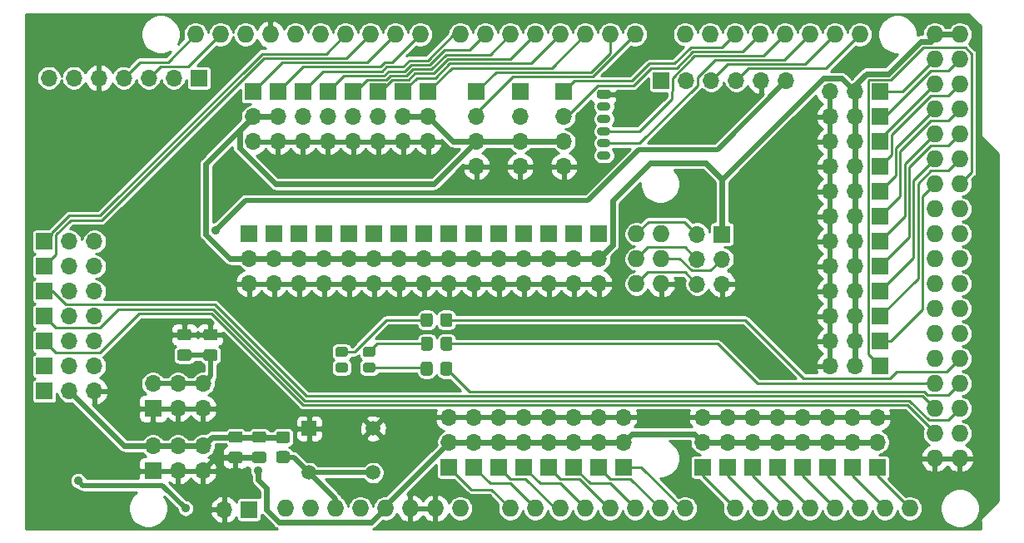
<source format=gtl>
G04 #@! TF.GenerationSoftware,KiCad,Pcbnew,(5.1.12)-1*
G04 #@! TF.CreationDate,2021-11-28T01:24:50-03:00*
G04 #@! TF.ProjectId,SHIELD_MEGA,53484945-4c44-45f4-9d45-47412e6b6963,rev?*
G04 #@! TF.SameCoordinates,Original*
G04 #@! TF.FileFunction,Copper,L1,Top*
G04 #@! TF.FilePolarity,Positive*
%FSLAX46Y46*%
G04 Gerber Fmt 4.6, Leading zero omitted, Abs format (unit mm)*
G04 Created by KiCad (PCBNEW (5.1.12)-1) date 2021-11-28 01:24:50*
%MOMM*%
%LPD*%
G01*
G04 APERTURE LIST*
G04 #@! TA.AperFunction,ComponentPad*
%ADD10C,1.498000*%
G04 #@! TD*
G04 #@! TA.AperFunction,ComponentPad*
%ADD11R,1.498000X1.498000*%
G04 #@! TD*
G04 #@! TA.AperFunction,ComponentPad*
%ADD12O,1.700000X1.700000*%
G04 #@! TD*
G04 #@! TA.AperFunction,ComponentPad*
%ADD13R,1.700000X1.700000*%
G04 #@! TD*
G04 #@! TA.AperFunction,ComponentPad*
%ADD14O,1.727200X1.727200*%
G04 #@! TD*
G04 #@! TA.AperFunction,ComponentPad*
%ADD15O,1.400000X0.900000*%
G04 #@! TD*
G04 #@! TA.AperFunction,ViaPad*
%ADD16C,0.889000*%
G04 #@! TD*
G04 #@! TA.AperFunction,Conductor*
%ADD17C,0.558800*%
G04 #@! TD*
G04 #@! TA.AperFunction,Conductor*
%ADD18C,0.508000*%
G04 #@! TD*
G04 #@! TA.AperFunction,Conductor*
%ADD19C,0.250000*%
G04 #@! TD*
G04 #@! TA.AperFunction,Conductor*
%ADD20C,0.220000*%
G04 #@! TD*
G04 #@! TA.AperFunction,Conductor*
%ADD21C,0.254000*%
G04 #@! TD*
G04 #@! TA.AperFunction,Conductor*
%ADD22C,0.100000*%
G04 #@! TD*
G04 APERTURE END LIST*
G04 #@! TA.AperFunction,SMDPad,CuDef*
G36*
G01*
X136129000Y-97404200D02*
X136129000Y-96804200D01*
G75*
G02*
X136329000Y-96604200I200000J0D01*
G01*
X137229000Y-96604200D01*
G75*
G02*
X137429000Y-96804200I0J-200000D01*
G01*
X137429000Y-97404200D01*
G75*
G02*
X137229000Y-97604200I-200000J0D01*
G01*
X136329000Y-97604200D01*
G75*
G02*
X136129000Y-97404200I0J200000D01*
G01*
G37*
G04 #@! TD.AperFunction*
G04 #@! TA.AperFunction,SMDPad,CuDef*
G36*
G01*
X133332000Y-97404200D02*
X133332000Y-96804200D01*
G75*
G02*
X133532000Y-96604200I200000J0D01*
G01*
X134432000Y-96604200D01*
G75*
G02*
X134632000Y-96804200I0J-200000D01*
G01*
X134632000Y-97404200D01*
G75*
G02*
X134432000Y-97604200I-200000J0D01*
G01*
X133532000Y-97604200D01*
G75*
G02*
X133332000Y-97404200I0J200000D01*
G01*
G37*
G04 #@! TD.AperFunction*
G04 #@! TA.AperFunction,SMDPad,CuDef*
G36*
G01*
X136129000Y-99004400D02*
X136129000Y-98404400D01*
G75*
G02*
X136329000Y-98204400I200000J0D01*
G01*
X137229000Y-98204400D01*
G75*
G02*
X137429000Y-98404400I0J-200000D01*
G01*
X137429000Y-99004400D01*
G75*
G02*
X137229000Y-99204400I-200000J0D01*
G01*
X136329000Y-99204400D01*
G75*
G02*
X136129000Y-99004400I0J200000D01*
G01*
G37*
G04 #@! TD.AperFunction*
G04 #@! TA.AperFunction,SMDPad,CuDef*
G36*
G01*
X133332000Y-99004400D02*
X133332000Y-98404400D01*
G75*
G02*
X133532000Y-98204400I200000J0D01*
G01*
X134432000Y-98204400D01*
G75*
G02*
X134632000Y-98404400I0J-200000D01*
G01*
X134632000Y-99004400D01*
G75*
G02*
X134432000Y-99204400I-200000J0D01*
G01*
X133532000Y-99204400D01*
G75*
G02*
X133332000Y-99004400I0J200000D01*
G01*
G37*
G04 #@! TD.AperFunction*
D10*
X137183000Y-104902000D03*
X137183000Y-109402000D03*
D11*
X130683000Y-104902000D03*
D10*
X130683000Y-109402000D03*
G04 #@! TA.AperFunction,SMDPad,CuDef*
G36*
G01*
X144037000Y-94303001D02*
X144037000Y-93402999D01*
G75*
G02*
X144286999Y-93153000I249999J0D01*
G01*
X144987001Y-93153000D01*
G75*
G02*
X145237000Y-93402999I0J-249999D01*
G01*
X145237000Y-94303001D01*
G75*
G02*
X144987001Y-94553000I-249999J0D01*
G01*
X144286999Y-94553000D01*
G75*
G02*
X144037000Y-94303001I0J249999D01*
G01*
G37*
G04 #@! TD.AperFunction*
G04 #@! TA.AperFunction,SMDPad,CuDef*
G36*
G01*
X142037000Y-94303001D02*
X142037000Y-93402999D01*
G75*
G02*
X142286999Y-93153000I249999J0D01*
G01*
X142987001Y-93153000D01*
G75*
G02*
X143237000Y-93402999I0J-249999D01*
G01*
X143237000Y-94303001D01*
G75*
G02*
X142987001Y-94553000I-249999J0D01*
G01*
X142286999Y-94553000D01*
G75*
G02*
X142037000Y-94303001I0J249999D01*
G01*
G37*
G04 #@! TD.AperFunction*
G04 #@! TA.AperFunction,SMDPad,CuDef*
G36*
G01*
X144053000Y-96716001D02*
X144053000Y-95815999D01*
G75*
G02*
X144302999Y-95566000I249999J0D01*
G01*
X145003001Y-95566000D01*
G75*
G02*
X145253000Y-95815999I0J-249999D01*
G01*
X145253000Y-96716001D01*
G75*
G02*
X145003001Y-96966000I-249999J0D01*
G01*
X144302999Y-96966000D01*
G75*
G02*
X144053000Y-96716001I0J249999D01*
G01*
G37*
G04 #@! TD.AperFunction*
G04 #@! TA.AperFunction,SMDPad,CuDef*
G36*
G01*
X142053000Y-96716001D02*
X142053000Y-95815999D01*
G75*
G02*
X142302999Y-95566000I249999J0D01*
G01*
X143003001Y-95566000D01*
G75*
G02*
X143253000Y-95815999I0J-249999D01*
G01*
X143253000Y-96716001D01*
G75*
G02*
X143003001Y-96966000I-249999J0D01*
G01*
X142302999Y-96966000D01*
G75*
G02*
X142053000Y-96716001I0J249999D01*
G01*
G37*
G04 #@! TD.AperFunction*
G04 #@! TA.AperFunction,SMDPad,CuDef*
G36*
G01*
X144037000Y-99256001D02*
X144037000Y-98355999D01*
G75*
G02*
X144286999Y-98106000I249999J0D01*
G01*
X144987001Y-98106000D01*
G75*
G02*
X145237000Y-98355999I0J-249999D01*
G01*
X145237000Y-99256001D01*
G75*
G02*
X144987001Y-99506000I-249999J0D01*
G01*
X144286999Y-99506000D01*
G75*
G02*
X144037000Y-99256001I0J249999D01*
G01*
G37*
G04 #@! TD.AperFunction*
G04 #@! TA.AperFunction,SMDPad,CuDef*
G36*
G01*
X142037000Y-99256001D02*
X142037000Y-98355999D01*
G75*
G02*
X142286999Y-98106000I249999J0D01*
G01*
X142987001Y-98106000D01*
G75*
G02*
X143237000Y-98355999I0J-249999D01*
G01*
X143237000Y-99256001D01*
G75*
G02*
X142987001Y-99506000I-249999J0D01*
G01*
X142286999Y-99506000D01*
G75*
G02*
X142037000Y-99256001I0J249999D01*
G01*
G37*
G04 #@! TD.AperFunction*
G04 #@! TA.AperFunction,SMDPad,CuDef*
G36*
G01*
X127565999Y-107207000D02*
X128466001Y-107207000D01*
G75*
G02*
X128716000Y-107456999I0J-249999D01*
G01*
X128716000Y-108157001D01*
G75*
G02*
X128466001Y-108407000I-249999J0D01*
G01*
X127565999Y-108407000D01*
G75*
G02*
X127316000Y-108157001I0J249999D01*
G01*
X127316000Y-107456999D01*
G75*
G02*
X127565999Y-107207000I249999J0D01*
G01*
G37*
G04 #@! TD.AperFunction*
G04 #@! TA.AperFunction,SMDPad,CuDef*
G36*
G01*
X127565999Y-105207000D02*
X128466001Y-105207000D01*
G75*
G02*
X128716000Y-105456999I0J-249999D01*
G01*
X128716000Y-106157001D01*
G75*
G02*
X128466001Y-106407000I-249999J0D01*
G01*
X127565999Y-106407000D01*
G75*
G02*
X127316000Y-106157001I0J249999D01*
G01*
X127316000Y-105456999D01*
G75*
G02*
X127565999Y-105207000I249999J0D01*
G01*
G37*
G04 #@! TD.AperFunction*
D12*
X129667000Y-90170000D03*
X129667000Y-87630000D03*
D13*
X129667000Y-85090000D03*
D12*
X132207000Y-90170000D03*
X132207000Y-87630000D03*
D13*
X132207000Y-85090000D03*
D12*
X134747000Y-90170000D03*
X134747000Y-87630000D03*
D13*
X134747000Y-85090000D03*
D12*
X137287000Y-90170000D03*
X137287000Y-87630000D03*
D13*
X137287000Y-85090000D03*
D12*
X139827000Y-90170000D03*
X139827000Y-87630000D03*
D13*
X139827000Y-85090000D03*
D12*
X142367000Y-90170000D03*
X142367000Y-87630000D03*
D13*
X142367000Y-85090000D03*
D12*
X144907000Y-90170000D03*
X144907000Y-87630000D03*
D13*
X144907000Y-85090000D03*
D12*
X147447000Y-90170000D03*
X147447000Y-87630000D03*
D13*
X147447000Y-85090000D03*
D12*
X149987000Y-90170000D03*
X149987000Y-87630000D03*
D13*
X149987000Y-85090000D03*
D12*
X152527000Y-90170000D03*
X152527000Y-87630000D03*
D13*
X152527000Y-85090000D03*
D12*
X155067000Y-90170000D03*
X155067000Y-87630000D03*
D13*
X155067000Y-85090000D03*
D12*
X157607000Y-90170000D03*
X157607000Y-87630000D03*
D13*
X157607000Y-85090000D03*
D12*
X160147000Y-90170000D03*
X160147000Y-87630000D03*
D13*
X160147000Y-85090000D03*
D12*
X183642000Y-98552000D03*
X186182000Y-98552000D03*
D13*
X188722000Y-98552000D03*
D12*
X183642000Y-96012000D03*
X186182000Y-96012000D03*
D13*
X188722000Y-96012000D03*
D12*
X183642000Y-93472000D03*
X186182000Y-93472000D03*
D13*
X188722000Y-93472000D03*
D12*
X183642000Y-90932000D03*
X186182000Y-90932000D03*
D13*
X188722000Y-90932000D03*
D12*
X183642000Y-88392000D03*
X186182000Y-88392000D03*
D13*
X188722000Y-88392000D03*
D12*
X183642000Y-85852000D03*
X186182000Y-85852000D03*
D13*
X188722000Y-85852000D03*
D12*
X183642000Y-83312000D03*
X186182000Y-83312000D03*
D13*
X188722000Y-83312000D03*
D12*
X183642000Y-80772000D03*
X186182000Y-80772000D03*
D13*
X188722000Y-80772000D03*
D12*
X183642000Y-78232000D03*
X186182000Y-78232000D03*
D13*
X188722000Y-78232000D03*
D12*
X124587000Y-90170000D03*
X124587000Y-87630000D03*
D13*
X124587000Y-85090000D03*
D12*
X127127000Y-90170000D03*
X127127000Y-87630000D03*
D13*
X127127000Y-85090000D03*
G04 #@! TA.AperFunction,SMDPad,CuDef*
G36*
G01*
X125128000Y-107257000D02*
X126078000Y-107257000D01*
G75*
G02*
X126328000Y-107507000I0J-250000D01*
G01*
X126328000Y-108182000D01*
G75*
G02*
X126078000Y-108432000I-250000J0D01*
G01*
X125128000Y-108432000D01*
G75*
G02*
X124878000Y-108182000I0J250000D01*
G01*
X124878000Y-107507000D01*
G75*
G02*
X125128000Y-107257000I250000J0D01*
G01*
G37*
G04 #@! TD.AperFunction*
G04 #@! TA.AperFunction,SMDPad,CuDef*
G36*
G01*
X125128000Y-105182000D02*
X126078000Y-105182000D01*
G75*
G02*
X126328000Y-105432000I0J-250000D01*
G01*
X126328000Y-106107000D01*
G75*
G02*
X126078000Y-106357000I-250000J0D01*
G01*
X125128000Y-106357000D01*
G75*
G02*
X124878000Y-106107000I0J250000D01*
G01*
X124878000Y-105432000D01*
G75*
G02*
X125128000Y-105182000I250000J0D01*
G01*
G37*
G04 #@! TD.AperFunction*
G04 #@! TA.AperFunction,SMDPad,CuDef*
G36*
G01*
X122715000Y-107257000D02*
X123665000Y-107257000D01*
G75*
G02*
X123915000Y-107507000I0J-250000D01*
G01*
X123915000Y-108182000D01*
G75*
G02*
X123665000Y-108432000I-250000J0D01*
G01*
X122715000Y-108432000D01*
G75*
G02*
X122465000Y-108182000I0J250000D01*
G01*
X122465000Y-107507000D01*
G75*
G02*
X122715000Y-107257000I250000J0D01*
G01*
G37*
G04 #@! TD.AperFunction*
G04 #@! TA.AperFunction,SMDPad,CuDef*
G36*
G01*
X122715000Y-105182000D02*
X123665000Y-105182000D01*
G75*
G02*
X123915000Y-105432000I0J-250000D01*
G01*
X123915000Y-106107000D01*
G75*
G02*
X123665000Y-106357000I-250000J0D01*
G01*
X122715000Y-106357000D01*
G75*
G02*
X122465000Y-106107000I0J250000D01*
G01*
X122465000Y-105432000D01*
G75*
G02*
X122715000Y-105182000I250000J0D01*
G01*
G37*
G04 #@! TD.AperFunction*
G04 #@! TA.AperFunction,SMDPad,CuDef*
G36*
G01*
X121125000Y-95943000D02*
X120175000Y-95943000D01*
G75*
G02*
X119925000Y-95693000I0J250000D01*
G01*
X119925000Y-95018000D01*
G75*
G02*
X120175000Y-94768000I250000J0D01*
G01*
X121125000Y-94768000D01*
G75*
G02*
X121375000Y-95018000I0J-250000D01*
G01*
X121375000Y-95693000D01*
G75*
G02*
X121125000Y-95943000I-250000J0D01*
G01*
G37*
G04 #@! TD.AperFunction*
G04 #@! TA.AperFunction,SMDPad,CuDef*
G36*
G01*
X121125000Y-98018000D02*
X120175000Y-98018000D01*
G75*
G02*
X119925000Y-97768000I0J250000D01*
G01*
X119925000Y-97093000D01*
G75*
G02*
X120175000Y-96843000I250000J0D01*
G01*
X121125000Y-96843000D01*
G75*
G02*
X121375000Y-97093000I0J-250000D01*
G01*
X121375000Y-97768000D01*
G75*
G02*
X121125000Y-98018000I-250000J0D01*
G01*
G37*
G04 #@! TD.AperFunction*
G04 #@! TA.AperFunction,SMDPad,CuDef*
G36*
G01*
X118458000Y-95943000D02*
X117508000Y-95943000D01*
G75*
G02*
X117258000Y-95693000I0J250000D01*
G01*
X117258000Y-95018000D01*
G75*
G02*
X117508000Y-94768000I250000J0D01*
G01*
X118458000Y-94768000D01*
G75*
G02*
X118708000Y-95018000I0J-250000D01*
G01*
X118708000Y-95693000D01*
G75*
G02*
X118458000Y-95943000I-250000J0D01*
G01*
G37*
G04 #@! TD.AperFunction*
G04 #@! TA.AperFunction,SMDPad,CuDef*
G36*
G01*
X118458000Y-98018000D02*
X117508000Y-98018000D01*
G75*
G02*
X117258000Y-97768000I0J250000D01*
G01*
X117258000Y-97093000D01*
G75*
G02*
X117508000Y-96843000I250000J0D01*
G01*
X118458000Y-96843000D01*
G75*
G02*
X118708000Y-97093000I0J-250000D01*
G01*
X118708000Y-97768000D01*
G75*
G02*
X118458000Y-98018000I-250000J0D01*
G01*
G37*
G04 #@! TD.AperFunction*
D12*
X142773400Y-75692000D03*
X142773400Y-73152000D03*
D13*
X142773400Y-70612000D03*
D12*
X183642000Y-75692000D03*
X186182000Y-75692000D03*
D13*
X188722000Y-75692000D03*
D12*
X183642000Y-73152000D03*
X186182000Y-73152000D03*
D13*
X188722000Y-73152000D03*
D12*
X183642000Y-70612000D03*
X186182000Y-70612000D03*
D13*
X188722000Y-70612000D03*
X130048000Y-70612000D03*
D12*
X130048000Y-73152000D03*
X130048000Y-75692000D03*
X132588000Y-75692000D03*
X132588000Y-73152000D03*
D13*
X132588000Y-70612000D03*
X135153400Y-70611799D03*
D12*
X135153400Y-73151799D03*
X135153400Y-75691799D03*
X188468000Y-103759000D03*
X188468000Y-106299000D03*
D13*
X188468000Y-108839000D03*
D12*
X185928000Y-103759000D03*
X185928000Y-106299000D03*
D13*
X185928000Y-108839000D03*
D12*
X183388000Y-103759000D03*
X183388000Y-106299000D03*
D13*
X183388000Y-108839000D03*
D12*
X180848000Y-103759000D03*
X180848000Y-106299000D03*
D13*
X180848000Y-108839000D03*
D12*
X178308000Y-103759000D03*
X178308000Y-106299000D03*
D13*
X178308000Y-108839000D03*
D12*
X175768000Y-103759000D03*
X175768000Y-106299000D03*
D13*
X175768000Y-108839000D03*
D12*
X173228000Y-103759000D03*
X173228000Y-106299000D03*
D13*
X173228000Y-108839000D03*
D12*
X170688000Y-103759000D03*
X170688000Y-106299000D03*
D13*
X170688000Y-108839000D03*
D12*
X162687000Y-103759000D03*
X162687000Y-106299000D03*
D13*
X162687000Y-108839000D03*
D12*
X160147000Y-103759000D03*
X160147000Y-106299000D03*
D13*
X160147000Y-108839000D03*
D12*
X157607000Y-103759000D03*
X157607000Y-106299000D03*
D13*
X157607000Y-108839000D03*
D12*
X155067000Y-103759000D03*
X155067000Y-106299000D03*
D13*
X155067000Y-108839000D03*
D12*
X152527000Y-103759000D03*
X152527000Y-106299000D03*
D13*
X152527000Y-108839000D03*
D12*
X149987000Y-103759000D03*
X149987000Y-106299000D03*
D13*
X149987000Y-108839000D03*
D12*
X147447000Y-103759000D03*
X147447000Y-106299000D03*
D13*
X147447000Y-108839000D03*
D12*
X144907000Y-103759000D03*
X144907000Y-106299000D03*
D13*
X144907000Y-108839000D03*
D14*
X163957000Y-90170000D03*
X166497000Y-90170000D03*
X166497000Y-87630000D03*
X163957000Y-87630000D03*
X166497000Y-85090000D03*
X151130000Y-113030000D03*
X146050000Y-113030000D03*
X143510000Y-113030000D03*
X140970000Y-113030000D03*
X138430000Y-113030000D03*
X135890000Y-113030000D03*
X133350000Y-113030000D03*
X130810000Y-113030000D03*
X186690000Y-64770000D03*
X184150000Y-64770000D03*
X181610000Y-64770000D03*
X179070000Y-64770000D03*
X176530000Y-64770000D03*
X173990000Y-64770000D03*
X171450000Y-64770000D03*
X168910000Y-64770000D03*
X163830000Y-64770000D03*
X161290000Y-64770000D03*
X158750000Y-64770000D03*
X156210000Y-64770000D03*
X153670000Y-64770000D03*
X151130000Y-64770000D03*
X148590000Y-64770000D03*
X146050000Y-64770000D03*
X126746000Y-64770000D03*
X141986000Y-64770000D03*
X139446000Y-64770000D03*
X136906000Y-64770000D03*
X119126000Y-64770000D03*
X121666000Y-64770000D03*
X124206000Y-64770000D03*
X129286000Y-64770000D03*
X131826000Y-64770000D03*
X134366000Y-64770000D03*
X128270000Y-113030000D03*
X153670000Y-113030000D03*
X156210000Y-113030000D03*
X158750000Y-113030000D03*
X161290000Y-113030000D03*
X163830000Y-113030000D03*
X166370000Y-113030000D03*
X168910000Y-113030000D03*
X173990000Y-113030000D03*
X176530000Y-113030000D03*
X179070000Y-113030000D03*
X181610000Y-113030000D03*
X184150000Y-113030000D03*
X186690000Y-113030000D03*
X189230000Y-113030000D03*
X191770000Y-113030000D03*
X194310000Y-64770000D03*
X196850000Y-64770000D03*
X194310000Y-67310000D03*
X196850000Y-67310000D03*
X194310000Y-69850000D03*
X196850000Y-69850000D03*
X194310000Y-72390000D03*
X196850000Y-72390000D03*
X194310000Y-74930000D03*
X196850000Y-74930000D03*
X194310000Y-77470000D03*
X196850000Y-77470000D03*
X194310000Y-80010000D03*
X196850000Y-80010000D03*
X194310000Y-82550000D03*
X196850000Y-82550000D03*
X194310000Y-85090000D03*
X196850000Y-85090000D03*
X194310000Y-87630000D03*
X196850000Y-87630000D03*
X194310000Y-90170000D03*
X196850000Y-90170000D03*
X194310000Y-92710000D03*
X196850000Y-92710000D03*
X194310000Y-95250000D03*
X196850000Y-95250000D03*
X194310000Y-97790000D03*
X196850000Y-97790000D03*
X194310000Y-100330000D03*
X196850000Y-100330000D03*
X194310000Y-102870000D03*
X196850000Y-102870000D03*
X194310000Y-105410000D03*
X196850000Y-105410000D03*
X194310000Y-107950000D03*
X196850000Y-107950000D03*
X163957000Y-85090000D03*
D12*
X108839000Y-85852000D03*
X106299000Y-85852000D03*
D13*
X103759000Y-85852000D03*
X103759000Y-88392000D03*
D12*
X106299000Y-88392000D03*
X108839000Y-88392000D03*
X108839000Y-90932000D03*
X106299000Y-90932000D03*
D13*
X103759000Y-90932000D03*
X103759000Y-93472000D03*
D12*
X106299000Y-93472000D03*
X108839000Y-93472000D03*
D13*
X103759000Y-96012000D03*
D12*
X106299000Y-96012000D03*
X108839000Y-96012000D03*
X108839000Y-98552000D03*
X106299000Y-98552000D03*
D13*
X103759000Y-98552000D03*
X103759000Y-101092000D03*
D12*
X106299000Y-101092000D03*
X108839000Y-101092000D03*
X170129200Y-90195400D03*
X172669200Y-90195400D03*
X170129200Y-87655400D03*
X172669200Y-87655400D03*
X170129200Y-85115400D03*
D13*
X172669200Y-85115400D03*
X114808000Y-109220000D03*
D12*
X114808000Y-106680000D03*
X117348000Y-109220000D03*
X117348000Y-106680000D03*
X119888000Y-109220000D03*
X119888000Y-106680000D03*
X119888000Y-100330000D03*
X119888000Y-102870000D03*
X117348000Y-100330000D03*
X117348000Y-102870000D03*
X114808000Y-100330000D03*
D13*
X114808000Y-102870000D03*
X124587000Y-113157000D03*
D12*
X122047000Y-113157000D03*
D13*
X119456200Y-69215000D03*
D12*
X116916200Y-69215000D03*
X114376200Y-69215000D03*
X111836200Y-69215000D03*
X109296200Y-69215000D03*
X106756200Y-69215000D03*
X104216200Y-69215000D03*
X137693400Y-75691799D03*
X137693400Y-73151799D03*
D13*
X137693400Y-70611799D03*
G04 #@! TA.AperFunction,ComponentPad*
G36*
G01*
X160180000Y-70416000D02*
X161130000Y-70416000D01*
G75*
G02*
X161355000Y-70641000I0J-225000D01*
G01*
X161355000Y-71091000D01*
G75*
G02*
X161130000Y-71316000I-225000J0D01*
G01*
X160180000Y-71316000D01*
G75*
G02*
X159955000Y-71091000I0J225000D01*
G01*
X159955000Y-70641000D01*
G75*
G02*
X160180000Y-70416000I225000J0D01*
G01*
G37*
G04 #@! TD.AperFunction*
D15*
X160655000Y-72116000D03*
X160655000Y-73366000D03*
X160655000Y-74616000D03*
X160655000Y-75866000D03*
X160655000Y-77116000D03*
D13*
X147701000Y-70612000D03*
D12*
X147701000Y-73152000D03*
X147701000Y-75692000D03*
X147701000Y-78232000D03*
D13*
X156591000Y-70612000D03*
D12*
X156591000Y-73152000D03*
X156591000Y-75692000D03*
X156591000Y-78232000D03*
X152146000Y-78232000D03*
X152146000Y-75692000D03*
X152146000Y-73152000D03*
D13*
X152146000Y-70612000D03*
D12*
X140233400Y-75692000D03*
X140233400Y-73152000D03*
D13*
X140233400Y-70612000D03*
X127508000Y-70612000D03*
D12*
X127508000Y-73152000D03*
X127508000Y-75692000D03*
X124968000Y-75692000D03*
X124968000Y-73152000D03*
D13*
X124968000Y-70612000D03*
X166497000Y-69469000D03*
D12*
X169037000Y-69469000D03*
X171577000Y-69469000D03*
X174117000Y-69469000D03*
X176657000Y-69469000D03*
X179197000Y-69469000D03*
D16*
X130302000Y-97790000D03*
X157607002Y-95072200D03*
X121158000Y-84709000D03*
X107188000Y-110236000D03*
X118110000Y-113030000D03*
X125476000Y-109220000D03*
X133982000Y-98704400D03*
D17*
X125640500Y-107807000D02*
X125603000Y-107844500D01*
D18*
X125603000Y-107844500D02*
X123190000Y-107844500D01*
X121263500Y-107844500D02*
X119888000Y-109220000D01*
X123190000Y-107844500D02*
X121263500Y-107844500D01*
X164184990Y-76480010D02*
X159004000Y-81661000D01*
X172185990Y-76480010D02*
X164184990Y-76480010D01*
X179197000Y-69469000D02*
X172185990Y-76480010D01*
X159004000Y-81661000D02*
X124206000Y-81661000D01*
X124206000Y-81661000D02*
X121158000Y-84709000D01*
X115760499Y-110680499D02*
X118110000Y-113030000D01*
X107632499Y-110680499D02*
X115760499Y-110680499D01*
X107188000Y-110236000D02*
X107632499Y-110680499D01*
X114808000Y-100330000D02*
X117348000Y-100330000D01*
X117348000Y-100330000D02*
X119888000Y-100330000D01*
X120650000Y-99568000D02*
X119888000Y-100330000D01*
X120650000Y-97430500D02*
X120650000Y-99568000D01*
X117983000Y-97430500D02*
X120650000Y-97430500D01*
D19*
X166497000Y-85090000D02*
X166500000Y-85090000D01*
D17*
X119888000Y-106680000D02*
X117348000Y-106680000D01*
X114808000Y-106680000D02*
X117348000Y-106680000D01*
X156591000Y-75692000D02*
X152146000Y-75692000D01*
X152146000Y-75692000D02*
X147701000Y-75692000D01*
X145313400Y-75692000D02*
X142773400Y-73152000D01*
X147701000Y-75692000D02*
X145313400Y-75692000D01*
X142773400Y-73152000D02*
X140233400Y-73152000D01*
X160147000Y-87630000D02*
X157607000Y-87630000D01*
X157607000Y-87630000D02*
X155067000Y-87630000D01*
X152527000Y-87630000D02*
X155067000Y-87630000D01*
X149987000Y-87630000D02*
X152527000Y-87630000D01*
X147447000Y-87630000D02*
X149987000Y-87630000D01*
X147447000Y-87630000D02*
X144907000Y-87630000D01*
X144907000Y-87630000D02*
X142367000Y-87630000D01*
X142367000Y-87630000D02*
X139827000Y-87630000D01*
X139827000Y-87630000D02*
X137287000Y-87630000D01*
X137287000Y-87630000D02*
X134747000Y-87630000D01*
X134747000Y-87630000D02*
X132207000Y-87630000D01*
X132207000Y-87630000D02*
X129667000Y-87630000D01*
X129667000Y-87630000D02*
X127127000Y-87630000D01*
X127127000Y-87630000D02*
X124587000Y-87630000D01*
X120184099Y-77935901D02*
X124968000Y-73152000D01*
X120184099Y-85176473D02*
X120184099Y-77935901D01*
X122637626Y-87630000D02*
X120184099Y-85176473D01*
X124587000Y-87630000D02*
X122637626Y-87630000D01*
X124968000Y-73152000D02*
X127508000Y-73152000D01*
X123588599Y-76354113D02*
X127244486Y-80010000D01*
X123588599Y-74531401D02*
X123588599Y-76354113D01*
X124968000Y-73152000D02*
X123588599Y-74531401D01*
X143383000Y-80010000D02*
X147701000Y-75692000D01*
X127244486Y-80010000D02*
X143383000Y-80010000D01*
X186182000Y-70612000D02*
X186182000Y-73152000D01*
X186182000Y-73152000D02*
X186182000Y-75692000D01*
X186182000Y-75692000D02*
X186182000Y-78232000D01*
X186182000Y-78232000D02*
X186182000Y-80772000D01*
X186182000Y-80772000D02*
X186182000Y-83312000D01*
X186182000Y-85852000D02*
X186182000Y-83312000D01*
X186182000Y-88392000D02*
X186182000Y-85852000D01*
X186182000Y-88392000D02*
X186182000Y-90932000D01*
X186182000Y-90932000D02*
X186182000Y-93472000D01*
X186182000Y-93472000D02*
X186182000Y-96012000D01*
X186182000Y-96012000D02*
X186182000Y-98552000D01*
X188468000Y-106299000D02*
X185928000Y-106299000D01*
X185928000Y-106299000D02*
X183388000Y-106299000D01*
X183388000Y-106299000D02*
X180848000Y-106299000D01*
X180848000Y-106299000D02*
X178308000Y-106299000D01*
X178308000Y-106299000D02*
X175768000Y-106299000D01*
X175768000Y-106299000D02*
X173228000Y-106299000D01*
X173228000Y-106299000D02*
X170688000Y-106299000D01*
X163536999Y-105449001D02*
X162687000Y-106299000D01*
X169838001Y-105449001D02*
X163536999Y-105449001D01*
X170688000Y-106299000D02*
X169838001Y-105449001D01*
X162687000Y-106299000D02*
X160147000Y-106299000D01*
X160147000Y-106299000D02*
X157607000Y-106299000D01*
X157607000Y-106299000D02*
X155067000Y-106299000D01*
X155067000Y-106299000D02*
X152527000Y-106299000D01*
X152527000Y-106299000D02*
X149987000Y-106299000D01*
X149987000Y-106299000D02*
X147447000Y-106299000D01*
X147447000Y-106299000D02*
X144907000Y-106299000D01*
X138430000Y-112776000D02*
X138430000Y-113030000D01*
X144907000Y-106299000D02*
X138430000Y-112776000D01*
X196850000Y-64770000D02*
X194310000Y-64770000D01*
X193867011Y-65466989D02*
X192876537Y-65466989D01*
X194310000Y-65024000D02*
X193867011Y-65466989D01*
X194310000Y-64770000D02*
X194310000Y-65024000D01*
X186182000Y-69941523D02*
X186182000Y-70612000D01*
X187340934Y-68782589D02*
X186182000Y-69941523D01*
X189560937Y-68782589D02*
X187340934Y-68782589D01*
X192876537Y-65466989D02*
X189560937Y-68782589D01*
X111887000Y-106680000D02*
X106299000Y-101092000D01*
X114808000Y-106680000D02*
X111887000Y-106680000D01*
D19*
X128016000Y-106123100D02*
X128016000Y-105807000D01*
D17*
X125640500Y-105807000D02*
X125603000Y-105769500D01*
X128016000Y-105807000D02*
X125640500Y-105807000D01*
X125603000Y-105769500D02*
X123190000Y-105769500D01*
X120798500Y-105769500D02*
X119888000Y-106680000D01*
X123190000Y-105769500D02*
X120798500Y-105769500D01*
X184802599Y-69232599D02*
X186182000Y-70612000D01*
X182979887Y-69232599D02*
X184802599Y-69232599D01*
X172669200Y-79543286D02*
X182979887Y-69232599D01*
X172669200Y-85115400D02*
X172669200Y-79543286D01*
X127601359Y-114423001D02*
X137036999Y-114423001D01*
X126365000Y-113186642D02*
X127601359Y-114423001D01*
X126365000Y-110998000D02*
X126365000Y-113186642D01*
X137036999Y-114423001D02*
X138430000Y-113030000D01*
X125476000Y-110109000D02*
X126365000Y-110998000D01*
X125476000Y-109220000D02*
X125476000Y-110109000D01*
X165347887Y-77880599D02*
X171006513Y-77880599D01*
X161526401Y-81702085D02*
X165347887Y-77880599D01*
X171006513Y-77880599D02*
X172669200Y-79543286D01*
X161526401Y-86250599D02*
X161526401Y-81702085D01*
X160147000Y-87630000D02*
X161526401Y-86250599D01*
D19*
X119126000Y-64770000D02*
X116306010Y-67589990D01*
X113461210Y-67589990D02*
X111836200Y-69215000D01*
X116306010Y-67589990D02*
X113461210Y-67589990D01*
X121666000Y-64770000D02*
X118396001Y-68039999D01*
X115551201Y-68039999D02*
X114376200Y-69215000D01*
X118396001Y-68039999D02*
X115551201Y-68039999D01*
X153695400Y-64795400D02*
X153670000Y-64770000D01*
X151163058Y-67276942D02*
X144811648Y-67276942D01*
X153670000Y-64770000D02*
X151163058Y-67276942D01*
X144811648Y-67276942D02*
X143323600Y-68764990D01*
X143323600Y-68764990D02*
X141443999Y-68764991D01*
X141443999Y-68764991D02*
X140771991Y-69436999D01*
X137948599Y-70611799D02*
X137693400Y-70611799D01*
X139123399Y-69436999D02*
X137948599Y-70611799D01*
X140771991Y-69436999D02*
X139123399Y-69436999D01*
X151155400Y-64795400D02*
X151130000Y-64770000D01*
X135408398Y-70611799D02*
X135153400Y-70611799D01*
X136583399Y-69436798D02*
X135408398Y-70611799D01*
X138936998Y-68986990D02*
X138487190Y-69436798D01*
X140585591Y-68986989D02*
X138936998Y-68986990D01*
X141257598Y-68314982D02*
X140585591Y-68986989D01*
X143137198Y-68314982D02*
X141257598Y-68314982D01*
X138487190Y-69436798D02*
X136583399Y-69436798D01*
X144625247Y-66826933D02*
X143137198Y-68314982D01*
X149073068Y-66826932D02*
X144625247Y-66826933D01*
X151130000Y-64770000D02*
X149073068Y-66826932D01*
X132868197Y-70612000D02*
X132588000Y-70612000D01*
X138300790Y-68986788D02*
X134213212Y-68986788D01*
X138750597Y-68536981D02*
X138300790Y-68986788D01*
X140399189Y-68536981D02*
X138750597Y-68536981D01*
X141071197Y-67864973D02*
X140399189Y-68536981D01*
X134213212Y-68986788D02*
X132588000Y-70612000D01*
X142950798Y-67864972D02*
X141071197Y-67864973D01*
X144438846Y-66376924D02*
X142950798Y-67864972D01*
X146983076Y-66376924D02*
X144438846Y-66376924D01*
X148590000Y-64770000D02*
X146983076Y-66376924D01*
X146050000Y-64770000D02*
X145390143Y-64770000D01*
X142745179Y-67414964D02*
X140884796Y-67414964D01*
X145390143Y-64770000D02*
X142745179Y-67414964D01*
X140212789Y-68086971D02*
X138564196Y-68086972D01*
X140884796Y-67414964D02*
X140212789Y-68086971D01*
X138114390Y-68536778D02*
X136210598Y-68536779D01*
X138564196Y-68086972D02*
X138114390Y-68536778D01*
X132123221Y-68536779D02*
X130048000Y-70612000D01*
X136210598Y-68536779D02*
X132123221Y-68536779D01*
D20*
X164297602Y-75866000D02*
X160655000Y-75866000D01*
X170157001Y-70006601D02*
X164297602Y-75866000D01*
X170157001Y-69172197D02*
X170157001Y-70006601D01*
X171970219Y-67358979D02*
X170157001Y-69172197D01*
X179021021Y-67358979D02*
X171970219Y-67358979D01*
X181610000Y-64770000D02*
X179021021Y-67358979D01*
X167617001Y-69231397D02*
X167617001Y-70535001D01*
X169869429Y-66978969D02*
X167617001Y-69231397D01*
X176861031Y-66978969D02*
X169869429Y-66978969D01*
X179070000Y-64770000D02*
X176861031Y-66978969D01*
X167563001Y-70589001D02*
X167563001Y-71323999D01*
X167617001Y-70535001D02*
X167563001Y-70589001D01*
X164271000Y-74616000D02*
X160655000Y-74616000D01*
X167563001Y-71323999D02*
X164271000Y-74616000D01*
D19*
X164370001Y-65310001D02*
X163830000Y-64770000D01*
X163830000Y-64770000D02*
X159523020Y-69076980D01*
X147701000Y-72771998D02*
X147701000Y-73152000D01*
X151396018Y-69076980D02*
X147701000Y-72771998D01*
X159523020Y-69076980D02*
X151396018Y-69076980D01*
X161290000Y-64770000D02*
X161290000Y-66673590D01*
X149686030Y-68626970D02*
X147701000Y-70612000D01*
X159336620Y-68626970D02*
X149686030Y-68626970D01*
X161290000Y-66673590D02*
X159336620Y-68626970D01*
X177070001Y-65310001D02*
X176530000Y-64770000D01*
X169689242Y-66543959D02*
X168034201Y-68199000D01*
X174756041Y-66543959D02*
X169689242Y-66543959D01*
X176530000Y-64770000D02*
X174756041Y-66543959D01*
X165481998Y-68199000D02*
X163703998Y-69977000D01*
X168034201Y-68199000D02*
X165481998Y-68199000D01*
X156891166Y-73152000D02*
X156591000Y-73152000D01*
X160066166Y-69977000D02*
X156891166Y-73152000D01*
X163703998Y-69977000D02*
X160066166Y-69977000D01*
X173990000Y-64770000D02*
X172666050Y-66093950D01*
X169491050Y-66093950D02*
X167836010Y-67748990D01*
X172666050Y-66093950D02*
X169491050Y-66093950D01*
X167836010Y-67748990D02*
X165295597Y-67748991D01*
X163517598Y-69526990D02*
X157676010Y-69526990D01*
X157676010Y-69526990D02*
X156591000Y-70612000D01*
X165295597Y-67748991D02*
X163517598Y-69526990D01*
X163957000Y-90170000D02*
X163960000Y-90170000D01*
X165145601Y-88981399D02*
X163957000Y-90170000D01*
X168915199Y-88981399D02*
X165145601Y-88981399D01*
X170129200Y-90195400D02*
X168915199Y-88981399D01*
X168915199Y-86441399D02*
X165145601Y-86441399D01*
X165145601Y-86441399D02*
X163957000Y-87630000D01*
X170129200Y-87655400D02*
X168915199Y-86441399D01*
X171494199Y-88830401D02*
X172669200Y-87655400D01*
X169565199Y-88830401D02*
X171494199Y-88830401D01*
X168364798Y-87630000D02*
X169565199Y-88830401D01*
X166497000Y-87630000D02*
X168364798Y-87630000D01*
X163960000Y-85090000D02*
X163957000Y-85090000D01*
X168865199Y-83851399D02*
X170129200Y-85115400D01*
X165195601Y-83851399D02*
X168865199Y-83851399D01*
X163957000Y-85090000D02*
X165195601Y-83851399D01*
X171990001Y-65310001D02*
X171450000Y-64770000D01*
X151130000Y-113030000D02*
X149225000Y-111125000D01*
X147193000Y-111125000D02*
X144907000Y-108839000D01*
X149225000Y-111125000D02*
X147193000Y-111125000D01*
X149072011Y-110464011D02*
X147447000Y-108839000D01*
X151104011Y-110464011D02*
X149072011Y-110464011D01*
X153670000Y-113030000D02*
X151104011Y-110464011D01*
X156210000Y-113030000D02*
X155702000Y-113030000D01*
X151162001Y-110014001D02*
X149987000Y-108839000D01*
X152686001Y-110014001D02*
X151162001Y-110014001D01*
X155702000Y-113030000D02*
X152686001Y-110014001D01*
X154152011Y-110464011D02*
X152527000Y-108839000D01*
X156184011Y-110464011D02*
X154152011Y-110464011D01*
X158750000Y-113030000D02*
X156184011Y-110464011D01*
X161290000Y-113030000D02*
X161161590Y-113030000D01*
X156242001Y-110014001D02*
X155067000Y-108839000D01*
X158145591Y-110014001D02*
X156242001Y-110014001D01*
X161161590Y-113030000D02*
X158145591Y-110014001D01*
X159232010Y-110464010D02*
X157607000Y-108839000D01*
X161264010Y-110464010D02*
X159232010Y-110464010D01*
X163830000Y-113030000D02*
X161264010Y-110464010D01*
X161322001Y-110014001D02*
X160147000Y-108839000D01*
X163354001Y-110014001D02*
X161322001Y-110014001D01*
X166370000Y-113030000D02*
X163354001Y-110014001D01*
X164444999Y-108839000D02*
X162687000Y-108839000D01*
X168635999Y-113030000D02*
X164444999Y-108839000D01*
X168910000Y-113030000D02*
X168635999Y-113030000D01*
X170688000Y-109728000D02*
X170688000Y-108839000D01*
X173990000Y-113030000D02*
X170688000Y-109728000D01*
X173228000Y-109728000D02*
X173228000Y-108839000D01*
X176530000Y-113030000D02*
X173228000Y-109728000D01*
X175768000Y-109728000D02*
X175768000Y-108839000D01*
X179070000Y-113030000D02*
X175768000Y-109728000D01*
X178308000Y-109728000D02*
X178308000Y-108839000D01*
X181610000Y-113030000D02*
X178308000Y-109728000D01*
X180848000Y-109728000D02*
X180848000Y-108839000D01*
X184150000Y-113030000D02*
X180848000Y-109728000D01*
X183388000Y-109728000D02*
X183388000Y-108839000D01*
X186690000Y-113030000D02*
X183388000Y-109728000D01*
X185928000Y-109728000D02*
X185928000Y-108839000D01*
X189230000Y-113030000D02*
X185928000Y-109728000D01*
X188468000Y-109728000D02*
X188468000Y-108839000D01*
X191770000Y-113030000D02*
X188468000Y-109728000D01*
X191008000Y-70612000D02*
X194310000Y-67310000D01*
X188722000Y-70612000D02*
X191008000Y-70612000D01*
X195661399Y-68498601D02*
X196850000Y-67310000D01*
X193902269Y-68498601D02*
X195661399Y-68498601D01*
X189248870Y-73152000D02*
X193902269Y-68498601D01*
X188722000Y-73152000D02*
X189248870Y-73152000D01*
X188722000Y-75438000D02*
X194310000Y-69850000D01*
X188722000Y-75692000D02*
X188722000Y-75438000D01*
X195661399Y-71038601D02*
X196850000Y-69850000D01*
X193883399Y-71038601D02*
X195661399Y-71038601D01*
X189897001Y-75024999D02*
X193883399Y-71038601D01*
X189897001Y-77056999D02*
X189897001Y-75024999D01*
X188722000Y-78232000D02*
X189897001Y-77056999D01*
X190347011Y-76352989D02*
X194310000Y-72390000D01*
X190347011Y-79146989D02*
X190347011Y-76352989D01*
X188722000Y-80772000D02*
X190347011Y-79146989D01*
X195661399Y-73578601D02*
X196850000Y-72390000D01*
X193883399Y-73578601D02*
X195661399Y-73578601D01*
X190797021Y-76664979D02*
X193883399Y-73578601D01*
X190797021Y-81236979D02*
X190797021Y-76664979D01*
X188722000Y-83312000D02*
X190797021Y-81236979D01*
X191247031Y-77992969D02*
X194310000Y-74930000D01*
X191247031Y-83326969D02*
X191247031Y-77992969D01*
X188722000Y-85852000D02*
X191247031Y-83326969D01*
X195661399Y-76118601D02*
X196850000Y-74930000D01*
X193883399Y-76118601D02*
X195661399Y-76118601D01*
X191697041Y-78304959D02*
X193883399Y-76118601D01*
X191697041Y-85416959D02*
X191697041Y-78304959D01*
X188722000Y-88392000D02*
X191697041Y-85416959D01*
X192147051Y-79632949D02*
X194310000Y-77470000D01*
X192147051Y-87506949D02*
X192147051Y-79632949D01*
X188722000Y-90932000D02*
X192147051Y-87506949D01*
X195661399Y-78658601D02*
X196850000Y-77470000D01*
X192597061Y-79963809D02*
X193902269Y-78658601D01*
X192597061Y-89596939D02*
X192597061Y-79963809D01*
X193902269Y-78658601D02*
X195661399Y-78658601D01*
X188722000Y-93472000D02*
X192597061Y-89596939D01*
X193047071Y-81272929D02*
X194310000Y-80010000D01*
X193047071Y-92786929D02*
X193047071Y-81272929D01*
X189822000Y-96012000D02*
X193047071Y-92786929D01*
X188722000Y-96012000D02*
X189822000Y-96012000D01*
X198038601Y-78821399D02*
X196850000Y-80010000D01*
X198038601Y-66739471D02*
X198038601Y-78821399D01*
X197420529Y-66121399D02*
X198038601Y-66739471D01*
X193147601Y-66121399D02*
X197420529Y-66121399D01*
X187611999Y-69436999D02*
X189832001Y-69436999D01*
X187546999Y-97376999D02*
X187546999Y-69501999D01*
X189832001Y-69436999D02*
X193147601Y-66121399D01*
X187546999Y-69501999D02*
X187611999Y-69436999D01*
X188722000Y-98552000D02*
X187546999Y-97376999D01*
X158750000Y-64770000D02*
X155343040Y-68176960D01*
X145208440Y-68176960D02*
X142773400Y-70612000D01*
X155343040Y-68176960D02*
X145208440Y-68176960D01*
X153253049Y-67726951D02*
X144998049Y-67726951D01*
X156210000Y-64770000D02*
X153253049Y-67726951D01*
X144998049Y-67726951D02*
X143510000Y-69215000D01*
X141630400Y-69215000D02*
X140233400Y-70612000D01*
X143510000Y-69215000D02*
X141630400Y-69215000D01*
X138377795Y-67636963D02*
X137927989Y-68086769D01*
X139119037Y-67636963D02*
X138377795Y-67636963D01*
X141986000Y-64770000D02*
X139119037Y-67636963D01*
X130033231Y-68086769D02*
X127508000Y-70612000D01*
X137927989Y-68086769D02*
X130033231Y-68086769D01*
X127943240Y-67636760D02*
X124968000Y-70612000D01*
X136579240Y-67636760D02*
X127943240Y-67636760D01*
X139446000Y-64770000D02*
X136579240Y-67636760D01*
X194310000Y-105265540D02*
X194310000Y-105410000D01*
X130056200Y-102500020D02*
X191544480Y-102500020D01*
X120774180Y-93218000D02*
X130056200Y-102500020D01*
X113372002Y-93218000D02*
X120774180Y-93218000D01*
X109403001Y-97187001D02*
X113372002Y-93218000D01*
X104934001Y-97187001D02*
X109403001Y-97187001D01*
X191544480Y-102500020D02*
X194310000Y-105265540D01*
X103759000Y-96012000D02*
X104934001Y-97187001D01*
X109403001Y-94647001D02*
X111252000Y-92798002D01*
X104934001Y-94647001D02*
X109403001Y-94647001D01*
X103759000Y-93472000D02*
X104934001Y-94647001D01*
X111290998Y-92798002D02*
X111341991Y-92747009D01*
X111252000Y-92798002D02*
X111290998Y-92798002D01*
X111341991Y-92747009D02*
X120939599Y-92747009D01*
X195661399Y-104058601D02*
X196850000Y-102870000D01*
X193739471Y-104058601D02*
X195661399Y-104058601D01*
X191730880Y-102050010D02*
X193739471Y-104058601D01*
X130242600Y-102050010D02*
X191730880Y-102050010D01*
X120939599Y-92747009D02*
X130242600Y-102050010D01*
X193040000Y-101600000D02*
X194310000Y-102870000D01*
X130429000Y-101600000D02*
X193040000Y-101600000D01*
X121125999Y-92296999D02*
X130429000Y-101600000D01*
X105924997Y-92296999D02*
X121125999Y-92296999D01*
X104559998Y-90932000D02*
X105924997Y-92296999D01*
X103759000Y-90932000D02*
X104559998Y-90932000D01*
X104934001Y-87216999D02*
X103759000Y-88392000D01*
X104934001Y-85184999D02*
X104934001Y-87216999D01*
X106426000Y-83693000D02*
X104934001Y-85184999D01*
X123317000Y-69977000D02*
X109601000Y-83693000D01*
X123317998Y-69977000D02*
X123317000Y-69977000D01*
X126108248Y-67186750D02*
X123317998Y-69977000D01*
X134489250Y-67186750D02*
X126108248Y-67186750D01*
X109601000Y-83693000D02*
X106426000Y-83693000D01*
X136906000Y-64770000D02*
X134489250Y-67186750D01*
X103759000Y-85852000D02*
X103759000Y-85723590D01*
X104483991Y-85254009D02*
X104483992Y-84998598D01*
X103886000Y-85852000D02*
X104483991Y-85254009D01*
X103759000Y-85852000D02*
X103886000Y-85852000D01*
X104483992Y-84998598D02*
X106239600Y-83242990D01*
X109414600Y-83242990D02*
X125920850Y-66736740D01*
X106239600Y-83242990D02*
X109414600Y-83242990D01*
X132399260Y-66736740D02*
X134366000Y-64770000D01*
X125920850Y-66736740D02*
X132399260Y-66736740D01*
X175342001Y-68243999D02*
X174117000Y-69469000D01*
X183216001Y-68243999D02*
X175342001Y-68243999D01*
X186690000Y-64770000D02*
X183216001Y-68243999D01*
X173252011Y-67793989D02*
X171577000Y-69469000D01*
X181126011Y-67793989D02*
X173252011Y-67793989D01*
X184150000Y-64770000D02*
X181126011Y-67793989D01*
X130683000Y-109402000D02*
X130683000Y-108790100D01*
D18*
X133350000Y-112069000D02*
X130683000Y-109402000D01*
X133350000Y-113030000D02*
X133350000Y-112069000D01*
X130683000Y-109402000D02*
X137183000Y-109402000D01*
X129088000Y-107807000D02*
X130683000Y-109402000D01*
X128016000Y-107807000D02*
X129088000Y-107807000D01*
D19*
X189782001Y-99777001D02*
X180930001Y-99777001D01*
X190417603Y-99141399D02*
X189782001Y-99777001D01*
X195498601Y-99141399D02*
X190417603Y-99141399D01*
X196850000Y-97790000D02*
X195498601Y-99141399D01*
X175006000Y-93853000D02*
X144637000Y-93853000D01*
X180930001Y-99777001D02*
X175006000Y-93853000D01*
X194310000Y-100330000D02*
X176276000Y-100330000D01*
X172212000Y-96266000D02*
X144653000Y-96266000D01*
X176276000Y-100330000D02*
X172212000Y-96266000D01*
X195661399Y-101518601D02*
X193595011Y-101518601D01*
X196850000Y-100330000D02*
X195661399Y-101518601D01*
X144637000Y-98806000D02*
X146980990Y-101149990D01*
X193226400Y-101149990D02*
X193595011Y-101518601D01*
X146980990Y-101149990D02*
X193226400Y-101149990D01*
X135286522Y-97104200D02*
X133982000Y-97104200D01*
X138537722Y-93853000D02*
X135286522Y-97104200D01*
X142637000Y-93853000D02*
X138537722Y-93853000D01*
X137617200Y-96266000D02*
X136779000Y-97104200D01*
X142653000Y-96266000D02*
X137617200Y-96266000D01*
X142535400Y-98704400D02*
X142637000Y-98806000D01*
X136779000Y-98704400D02*
X142535400Y-98704400D01*
D21*
X198938000Y-63941225D02*
X198938001Y-74907785D01*
X198935813Y-74930000D01*
X198944540Y-75018607D01*
X198970386Y-75103809D01*
X198992526Y-75145230D01*
X199012358Y-75182333D01*
X199068842Y-75251159D01*
X199086096Y-75265319D01*
X200766800Y-76946024D01*
X200766801Y-112283975D01*
X199086100Y-113964677D01*
X199068841Y-113978841D01*
X199012357Y-114047668D01*
X198970387Y-114126190D01*
X198970386Y-114126191D01*
X198944540Y-114211393D01*
X198935813Y-114300000D01*
X198938000Y-114322205D01*
X198938001Y-115118000D01*
X137179364Y-115118000D01*
X137308634Y-115078786D01*
X137431352Y-115013192D01*
X137538915Y-114924917D01*
X137561034Y-114897965D01*
X138165690Y-114293310D01*
X138302887Y-114320600D01*
X138557113Y-114320600D01*
X138806454Y-114271003D01*
X139041329Y-114173715D01*
X139252710Y-114032475D01*
X139432475Y-113852710D01*
X139573715Y-113641329D01*
X139590215Y-113601493D01*
X139687316Y-113804944D01*
X139863146Y-114040293D01*
X140081512Y-114236817D01*
X140334022Y-114386964D01*
X140610973Y-114484963D01*
X140843000Y-114364464D01*
X140843000Y-113157000D01*
X141097000Y-113157000D01*
X141097000Y-114364464D01*
X141329027Y-114484963D01*
X141605978Y-114386964D01*
X141858488Y-114236817D01*
X142076854Y-114040293D01*
X142240000Y-113821922D01*
X142403146Y-114040293D01*
X142621512Y-114236817D01*
X142874022Y-114386964D01*
X143150973Y-114484963D01*
X143383000Y-114364464D01*
X143383000Y-113157000D01*
X141097000Y-113157000D01*
X140843000Y-113157000D01*
X140823000Y-113157000D01*
X140823000Y-112903000D01*
X140843000Y-112903000D01*
X140843000Y-111695536D01*
X141097000Y-111695536D01*
X141097000Y-112903000D01*
X143383000Y-112903000D01*
X143383000Y-111695536D01*
X143637000Y-111695536D01*
X143637000Y-112903000D01*
X143657000Y-112903000D01*
X143657000Y-113157000D01*
X143637000Y-113157000D01*
X143637000Y-114364464D01*
X143869027Y-114484963D01*
X144145978Y-114386964D01*
X144398488Y-114236817D01*
X144616854Y-114040293D01*
X144792684Y-113804944D01*
X144889785Y-113601493D01*
X144906285Y-113641329D01*
X145047525Y-113852710D01*
X145227290Y-114032475D01*
X145438671Y-114173715D01*
X145673546Y-114271003D01*
X145922887Y-114320600D01*
X146177113Y-114320600D01*
X146426454Y-114271003D01*
X146661329Y-114173715D01*
X146872710Y-114032475D01*
X147052475Y-113852710D01*
X147193715Y-113641329D01*
X147291003Y-113406454D01*
X147340600Y-113157113D01*
X147340600Y-112902887D01*
X147291003Y-112653546D01*
X147193715Y-112418671D01*
X147052475Y-112207290D01*
X146872710Y-112027525D01*
X146661329Y-111886285D01*
X146426454Y-111788997D01*
X146177113Y-111739400D01*
X145922887Y-111739400D01*
X145673546Y-111788997D01*
X145438671Y-111886285D01*
X145227290Y-112027525D01*
X145047525Y-112207290D01*
X144906285Y-112418671D01*
X144889785Y-112458507D01*
X144792684Y-112255056D01*
X144616854Y-112019707D01*
X144398488Y-111823183D01*
X144145978Y-111673036D01*
X143869027Y-111575037D01*
X143637000Y-111695536D01*
X143383000Y-111695536D01*
X143150973Y-111575037D01*
X142874022Y-111673036D01*
X142621512Y-111823183D01*
X142403146Y-112019707D01*
X142240000Y-112238078D01*
X142076854Y-112019707D01*
X141858488Y-111823183D01*
X141605978Y-111673036D01*
X141329027Y-111575037D01*
X141097000Y-111695536D01*
X140843000Y-111695536D01*
X140623471Y-111581528D01*
X143627934Y-108577066D01*
X143627934Y-109689000D01*
X143636178Y-109772707D01*
X143660595Y-109853196D01*
X143700245Y-109927376D01*
X143753605Y-109992395D01*
X143818624Y-110045755D01*
X143892804Y-110085405D01*
X143973293Y-110109822D01*
X144057000Y-110118066D01*
X145405421Y-110118066D01*
X146783507Y-111496153D01*
X146800789Y-111517211D01*
X146884842Y-111586191D01*
X146980737Y-111637448D01*
X147084789Y-111669012D01*
X147165891Y-111677000D01*
X147165901Y-111677000D01*
X147192999Y-111679669D01*
X147220097Y-111677000D01*
X148996356Y-111677000D01*
X149913572Y-112594217D01*
X149888997Y-112653546D01*
X149839400Y-112902887D01*
X149839400Y-113157113D01*
X149888997Y-113406454D01*
X149986285Y-113641329D01*
X150127525Y-113852710D01*
X150307290Y-114032475D01*
X150518671Y-114173715D01*
X150753546Y-114271003D01*
X151002887Y-114320600D01*
X151257113Y-114320600D01*
X151506454Y-114271003D01*
X151741329Y-114173715D01*
X151952710Y-114032475D01*
X152132475Y-113852710D01*
X152273715Y-113641329D01*
X152371003Y-113406454D01*
X152400000Y-113260676D01*
X152428997Y-113406454D01*
X152526285Y-113641329D01*
X152667525Y-113852710D01*
X152847290Y-114032475D01*
X153058671Y-114173715D01*
X153293546Y-114271003D01*
X153542887Y-114320600D01*
X153797113Y-114320600D01*
X154046454Y-114271003D01*
X154281329Y-114173715D01*
X154492710Y-114032475D01*
X154672475Y-113852710D01*
X154813715Y-113641329D01*
X154911003Y-113406454D01*
X154940000Y-113260676D01*
X154968997Y-113406454D01*
X155066285Y-113641329D01*
X155207525Y-113852710D01*
X155387290Y-114032475D01*
X155598671Y-114173715D01*
X155833546Y-114271003D01*
X156082887Y-114320600D01*
X156337113Y-114320600D01*
X156586454Y-114271003D01*
X156821329Y-114173715D01*
X157032710Y-114032475D01*
X157212475Y-113852710D01*
X157353715Y-113641329D01*
X157451003Y-113406454D01*
X157480000Y-113260676D01*
X157508997Y-113406454D01*
X157606285Y-113641329D01*
X157747525Y-113852710D01*
X157927290Y-114032475D01*
X158138671Y-114173715D01*
X158373546Y-114271003D01*
X158622887Y-114320600D01*
X158877113Y-114320600D01*
X159126454Y-114271003D01*
X159361329Y-114173715D01*
X159572710Y-114032475D01*
X159752475Y-113852710D01*
X159893715Y-113641329D01*
X159991003Y-113406454D01*
X160020000Y-113260676D01*
X160048997Y-113406454D01*
X160146285Y-113641329D01*
X160287525Y-113852710D01*
X160467290Y-114032475D01*
X160678671Y-114173715D01*
X160913546Y-114271003D01*
X161162887Y-114320600D01*
X161417113Y-114320600D01*
X161666454Y-114271003D01*
X161901329Y-114173715D01*
X162112710Y-114032475D01*
X162292475Y-113852710D01*
X162433715Y-113641329D01*
X162531003Y-113406454D01*
X162560000Y-113260676D01*
X162588997Y-113406454D01*
X162686285Y-113641329D01*
X162827525Y-113852710D01*
X163007290Y-114032475D01*
X163218671Y-114173715D01*
X163453546Y-114271003D01*
X163702887Y-114320600D01*
X163957113Y-114320600D01*
X164206454Y-114271003D01*
X164441329Y-114173715D01*
X164652710Y-114032475D01*
X164832475Y-113852710D01*
X164973715Y-113641329D01*
X165071003Y-113406454D01*
X165100000Y-113260676D01*
X165128997Y-113406454D01*
X165226285Y-113641329D01*
X165367525Y-113852710D01*
X165547290Y-114032475D01*
X165758671Y-114173715D01*
X165993546Y-114271003D01*
X166242887Y-114320600D01*
X166497113Y-114320600D01*
X166746454Y-114271003D01*
X166981329Y-114173715D01*
X167192710Y-114032475D01*
X167372475Y-113852710D01*
X167513715Y-113641329D01*
X167611003Y-113406454D01*
X167640000Y-113260676D01*
X167668997Y-113406454D01*
X167766285Y-113641329D01*
X167907525Y-113852710D01*
X168087290Y-114032475D01*
X168298671Y-114173715D01*
X168533546Y-114271003D01*
X168782887Y-114320600D01*
X169037113Y-114320600D01*
X169286454Y-114271003D01*
X169521329Y-114173715D01*
X169732710Y-114032475D01*
X169912475Y-113852710D01*
X170053715Y-113641329D01*
X170151003Y-113406454D01*
X170200600Y-113157113D01*
X170200600Y-112902887D01*
X170151003Y-112653546D01*
X170053715Y-112418671D01*
X169912475Y-112207290D01*
X169732710Y-112027525D01*
X169521329Y-111886285D01*
X169286454Y-111788997D01*
X169037113Y-111739400D01*
X168782887Y-111739400D01*
X168533546Y-111788997D01*
X168298671Y-111886285D01*
X168283240Y-111896596D01*
X166363644Y-109977000D01*
X166569642Y-109977000D01*
X166961254Y-109899104D01*
X167330145Y-109746304D01*
X167662137Y-109524474D01*
X167944474Y-109242137D01*
X168166304Y-108910145D01*
X168319104Y-108541254D01*
X168397000Y-108149642D01*
X168397000Y-107750358D01*
X168319104Y-107358746D01*
X168166304Y-106989855D01*
X167944474Y-106657863D01*
X167662137Y-106375526D01*
X167332697Y-106155401D01*
X169414546Y-106155401D01*
X169411000Y-106173226D01*
X169411000Y-106424774D01*
X169460074Y-106671487D01*
X169556337Y-106903886D01*
X169696089Y-107113040D01*
X169873960Y-107290911D01*
X170083114Y-107430663D01*
X170315513Y-107526926D01*
X170481456Y-107559934D01*
X169838000Y-107559934D01*
X169754293Y-107568178D01*
X169673804Y-107592595D01*
X169599624Y-107632245D01*
X169534605Y-107685605D01*
X169481245Y-107750624D01*
X169441595Y-107824804D01*
X169417178Y-107905293D01*
X169408934Y-107989000D01*
X169408934Y-109689000D01*
X169417178Y-109772707D01*
X169441595Y-109853196D01*
X169481245Y-109927376D01*
X169534605Y-109992395D01*
X169599624Y-110045755D01*
X169673804Y-110085405D01*
X169754293Y-110109822D01*
X169838000Y-110118066D01*
X170294029Y-110118066D01*
X170295789Y-110120211D01*
X170316856Y-110137501D01*
X172773572Y-112594217D01*
X172748997Y-112653546D01*
X172699400Y-112902887D01*
X172699400Y-113157113D01*
X172748997Y-113406454D01*
X172846285Y-113641329D01*
X172987525Y-113852710D01*
X173167290Y-114032475D01*
X173378671Y-114173715D01*
X173613546Y-114271003D01*
X173862887Y-114320600D01*
X174117113Y-114320600D01*
X174366454Y-114271003D01*
X174601329Y-114173715D01*
X174812710Y-114032475D01*
X174992475Y-113852710D01*
X175133715Y-113641329D01*
X175231003Y-113406454D01*
X175260000Y-113260676D01*
X175288997Y-113406454D01*
X175386285Y-113641329D01*
X175527525Y-113852710D01*
X175707290Y-114032475D01*
X175918671Y-114173715D01*
X176153546Y-114271003D01*
X176402887Y-114320600D01*
X176657113Y-114320600D01*
X176906454Y-114271003D01*
X177141329Y-114173715D01*
X177352710Y-114032475D01*
X177532475Y-113852710D01*
X177673715Y-113641329D01*
X177771003Y-113406454D01*
X177800000Y-113260676D01*
X177828997Y-113406454D01*
X177926285Y-113641329D01*
X178067525Y-113852710D01*
X178247290Y-114032475D01*
X178458671Y-114173715D01*
X178693546Y-114271003D01*
X178942887Y-114320600D01*
X179197113Y-114320600D01*
X179446454Y-114271003D01*
X179681329Y-114173715D01*
X179892710Y-114032475D01*
X180072475Y-113852710D01*
X180213715Y-113641329D01*
X180311003Y-113406454D01*
X180340000Y-113260676D01*
X180368997Y-113406454D01*
X180466285Y-113641329D01*
X180607525Y-113852710D01*
X180787290Y-114032475D01*
X180998671Y-114173715D01*
X181233546Y-114271003D01*
X181482887Y-114320600D01*
X181737113Y-114320600D01*
X181986454Y-114271003D01*
X182221329Y-114173715D01*
X182432710Y-114032475D01*
X182612475Y-113852710D01*
X182753715Y-113641329D01*
X182851003Y-113406454D01*
X182880000Y-113260676D01*
X182908997Y-113406454D01*
X183006285Y-113641329D01*
X183147525Y-113852710D01*
X183327290Y-114032475D01*
X183538671Y-114173715D01*
X183773546Y-114271003D01*
X184022887Y-114320600D01*
X184277113Y-114320600D01*
X184526454Y-114271003D01*
X184761329Y-114173715D01*
X184972710Y-114032475D01*
X185152475Y-113852710D01*
X185293715Y-113641329D01*
X185391003Y-113406454D01*
X185420000Y-113260676D01*
X185448997Y-113406454D01*
X185546285Y-113641329D01*
X185687525Y-113852710D01*
X185867290Y-114032475D01*
X186078671Y-114173715D01*
X186313546Y-114271003D01*
X186562887Y-114320600D01*
X186817113Y-114320600D01*
X187066454Y-114271003D01*
X187301329Y-114173715D01*
X187512710Y-114032475D01*
X187692475Y-113852710D01*
X187833715Y-113641329D01*
X187931003Y-113406454D01*
X187960000Y-113260676D01*
X187988997Y-113406454D01*
X188086285Y-113641329D01*
X188227525Y-113852710D01*
X188407290Y-114032475D01*
X188618671Y-114173715D01*
X188853546Y-114271003D01*
X189102887Y-114320600D01*
X189357113Y-114320600D01*
X189606454Y-114271003D01*
X189841329Y-114173715D01*
X190052710Y-114032475D01*
X190232475Y-113852710D01*
X190373715Y-113641329D01*
X190471003Y-113406454D01*
X190500000Y-113260676D01*
X190528997Y-113406454D01*
X190626285Y-113641329D01*
X190767525Y-113852710D01*
X190947290Y-114032475D01*
X191158671Y-114173715D01*
X191393546Y-114271003D01*
X191642887Y-114320600D01*
X191897113Y-114320600D01*
X192146454Y-114271003D01*
X192381329Y-114173715D01*
X192592710Y-114032475D01*
X192772475Y-113852710D01*
X192913715Y-113641329D01*
X193011003Y-113406454D01*
X193060600Y-113157113D01*
X193060600Y-112902887D01*
X193046174Y-112830358D01*
X194823000Y-112830358D01*
X194823000Y-113229642D01*
X194900896Y-113621254D01*
X195053696Y-113990145D01*
X195275526Y-114322137D01*
X195557863Y-114604474D01*
X195889855Y-114826304D01*
X196258746Y-114979104D01*
X196650358Y-115057000D01*
X197049642Y-115057000D01*
X197441254Y-114979104D01*
X197810145Y-114826304D01*
X198142137Y-114604474D01*
X198424474Y-114322137D01*
X198646304Y-113990145D01*
X198799104Y-113621254D01*
X198877000Y-113229642D01*
X198877000Y-112830358D01*
X198799104Y-112438746D01*
X198646304Y-112069855D01*
X198424474Y-111737863D01*
X198142137Y-111455526D01*
X197810145Y-111233696D01*
X197441254Y-111080896D01*
X197049642Y-111003000D01*
X196650358Y-111003000D01*
X196258746Y-111080896D01*
X195889855Y-111233696D01*
X195557863Y-111455526D01*
X195275526Y-111737863D01*
X195053696Y-112069855D01*
X194900896Y-112438746D01*
X194823000Y-112830358D01*
X193046174Y-112830358D01*
X193011003Y-112653546D01*
X192913715Y-112418671D01*
X192772475Y-112207290D01*
X192592710Y-112027525D01*
X192381329Y-111886285D01*
X192146454Y-111788997D01*
X191897113Y-111739400D01*
X191642887Y-111739400D01*
X191393546Y-111788997D01*
X191334217Y-111813572D01*
X189561881Y-110041237D01*
X189621395Y-109992395D01*
X189674755Y-109927376D01*
X189714405Y-109853196D01*
X189738822Y-109772707D01*
X189747066Y-109689000D01*
X189747066Y-108309026D01*
X192855042Y-108309026D01*
X192900778Y-108459814D01*
X193027316Y-108724944D01*
X193203146Y-108960293D01*
X193421512Y-109156817D01*
X193674022Y-109306964D01*
X193950973Y-109404963D01*
X194183000Y-109284464D01*
X194183000Y-108077000D01*
X194437000Y-108077000D01*
X194437000Y-109284464D01*
X194669027Y-109404963D01*
X194945978Y-109306964D01*
X195198488Y-109156817D01*
X195416854Y-108960293D01*
X195580000Y-108741922D01*
X195743146Y-108960293D01*
X195961512Y-109156817D01*
X196214022Y-109306964D01*
X196490973Y-109404963D01*
X196723000Y-109284464D01*
X196723000Y-108077000D01*
X196977000Y-108077000D01*
X196977000Y-109284464D01*
X197209027Y-109404963D01*
X197485978Y-109306964D01*
X197738488Y-109156817D01*
X197956854Y-108960293D01*
X198132684Y-108724944D01*
X198259222Y-108459814D01*
X198304958Y-108309026D01*
X198183817Y-108077000D01*
X196977000Y-108077000D01*
X196723000Y-108077000D01*
X194437000Y-108077000D01*
X194183000Y-108077000D01*
X192976183Y-108077000D01*
X192855042Y-108309026D01*
X189747066Y-108309026D01*
X189747066Y-107989000D01*
X189738822Y-107905293D01*
X189714405Y-107824804D01*
X189674755Y-107750624D01*
X189621395Y-107685605D01*
X189556376Y-107632245D01*
X189482196Y-107592595D01*
X189401707Y-107568178D01*
X189318000Y-107559934D01*
X188674544Y-107559934D01*
X188840487Y-107526926D01*
X189072886Y-107430663D01*
X189282040Y-107290911D01*
X189459911Y-107113040D01*
X189599663Y-106903886D01*
X189695926Y-106671487D01*
X189745000Y-106424774D01*
X189745000Y-106173226D01*
X189695926Y-105926513D01*
X189599663Y-105694114D01*
X189459911Y-105484960D01*
X189282040Y-105307089D01*
X189072886Y-105167337D01*
X189001584Y-105137803D01*
X189099252Y-105103157D01*
X189349355Y-104954178D01*
X189565588Y-104759269D01*
X189739641Y-104525920D01*
X189864825Y-104263099D01*
X189909476Y-104115890D01*
X189788155Y-103886000D01*
X188595000Y-103886000D01*
X188595000Y-103906000D01*
X188341000Y-103906000D01*
X188341000Y-103886000D01*
X186055000Y-103886000D01*
X186055000Y-103906000D01*
X185801000Y-103906000D01*
X185801000Y-103886000D01*
X183515000Y-103886000D01*
X183515000Y-103906000D01*
X183261000Y-103906000D01*
X183261000Y-103886000D01*
X180975000Y-103886000D01*
X180975000Y-103906000D01*
X180721000Y-103906000D01*
X180721000Y-103886000D01*
X178435000Y-103886000D01*
X178435000Y-103906000D01*
X178181000Y-103906000D01*
X178181000Y-103886000D01*
X175895000Y-103886000D01*
X175895000Y-103906000D01*
X175641000Y-103906000D01*
X175641000Y-103886000D01*
X173355000Y-103886000D01*
X173355000Y-103906000D01*
X173101000Y-103906000D01*
X173101000Y-103886000D01*
X170815000Y-103886000D01*
X170815000Y-103906000D01*
X170561000Y-103906000D01*
X170561000Y-103886000D01*
X169367845Y-103886000D01*
X169246524Y-104115890D01*
X169291175Y-104263099D01*
X169416359Y-104525920D01*
X169577979Y-104742601D01*
X163797021Y-104742601D01*
X163958641Y-104525920D01*
X164083825Y-104263099D01*
X164128476Y-104115890D01*
X164007155Y-103886000D01*
X162814000Y-103886000D01*
X162814000Y-103906000D01*
X162560000Y-103906000D01*
X162560000Y-103886000D01*
X160274000Y-103886000D01*
X160274000Y-103906000D01*
X160020000Y-103906000D01*
X160020000Y-103886000D01*
X157734000Y-103886000D01*
X157734000Y-103906000D01*
X157480000Y-103906000D01*
X157480000Y-103886000D01*
X155194000Y-103886000D01*
X155194000Y-103906000D01*
X154940000Y-103906000D01*
X154940000Y-103886000D01*
X152654000Y-103886000D01*
X152654000Y-103906000D01*
X152400000Y-103906000D01*
X152400000Y-103886000D01*
X150114000Y-103886000D01*
X150114000Y-103906000D01*
X149860000Y-103906000D01*
X149860000Y-103886000D01*
X147574000Y-103886000D01*
X147574000Y-103906000D01*
X147320000Y-103906000D01*
X147320000Y-103886000D01*
X145034000Y-103886000D01*
X145034000Y-103906000D01*
X144780000Y-103906000D01*
X144780000Y-103886000D01*
X143586845Y-103886000D01*
X143465524Y-104115890D01*
X143510175Y-104263099D01*
X143635359Y-104525920D01*
X143809412Y-104759269D01*
X144025645Y-104954178D01*
X144275748Y-105103157D01*
X144373416Y-105137803D01*
X144302114Y-105167337D01*
X144092960Y-105307089D01*
X143915089Y-105484960D01*
X143775337Y-105694114D01*
X143679074Y-105926513D01*
X143630000Y-106173226D01*
X143630000Y-106424774D01*
X143655256Y-106551744D01*
X138467601Y-111739400D01*
X138302887Y-111739400D01*
X138053546Y-111788997D01*
X137818671Y-111886285D01*
X137607290Y-112027525D01*
X137427525Y-112207290D01*
X137286285Y-112418671D01*
X137188997Y-112653546D01*
X137160000Y-112799324D01*
X137131003Y-112653546D01*
X137033715Y-112418671D01*
X136892475Y-112207290D01*
X136712710Y-112027525D01*
X136501329Y-111886285D01*
X136266454Y-111788997D01*
X136017113Y-111739400D01*
X135762887Y-111739400D01*
X135513546Y-111788997D01*
X135278671Y-111886285D01*
X135067290Y-112027525D01*
X134887525Y-112207290D01*
X134746285Y-112418671D01*
X134648997Y-112653546D01*
X134620000Y-112799324D01*
X134591003Y-112653546D01*
X134493715Y-112418671D01*
X134352475Y-112207290D01*
X134172710Y-112027525D01*
X134017628Y-111923903D01*
X133982206Y-111807131D01*
X133918970Y-111688826D01*
X133909265Y-111677000D01*
X133833870Y-111585130D01*
X133807879Y-111563800D01*
X132327078Y-110083000D01*
X136223666Y-110083000D01*
X136269541Y-110151656D01*
X136433344Y-110315459D01*
X136625955Y-110444158D01*
X136839973Y-110532807D01*
X137067174Y-110578000D01*
X137298826Y-110578000D01*
X137526027Y-110532807D01*
X137740045Y-110444158D01*
X137932656Y-110315459D01*
X138096459Y-110151656D01*
X138225158Y-109959045D01*
X138313807Y-109745027D01*
X138359000Y-109517826D01*
X138359000Y-109286174D01*
X138313807Y-109058973D01*
X138225158Y-108844955D01*
X138096459Y-108652344D01*
X137932656Y-108488541D01*
X137740045Y-108359842D01*
X137526027Y-108271193D01*
X137298826Y-108226000D01*
X137067174Y-108226000D01*
X136839973Y-108271193D01*
X136625955Y-108359842D01*
X136433344Y-108488541D01*
X136269541Y-108652344D01*
X136223666Y-108721000D01*
X131642334Y-108721000D01*
X131596459Y-108652344D01*
X131432656Y-108488541D01*
X131240045Y-108359842D01*
X131026027Y-108271193D01*
X130798826Y-108226000D01*
X130567174Y-108226000D01*
X130486188Y-108242109D01*
X129593204Y-107349126D01*
X129571870Y-107323130D01*
X129468174Y-107238030D01*
X129349868Y-107174794D01*
X129221499Y-107135854D01*
X129121453Y-107126000D01*
X129088000Y-107122705D01*
X129055314Y-107125924D01*
X129030623Y-107079731D01*
X128946172Y-106976828D01*
X128843269Y-106892377D01*
X128725868Y-106829625D01*
X128651284Y-106807000D01*
X128725868Y-106784375D01*
X128843269Y-106721623D01*
X128946172Y-106637172D01*
X129030623Y-106534269D01*
X129093375Y-106416868D01*
X129132018Y-106289480D01*
X129145066Y-106157001D01*
X129145066Y-105651000D01*
X129295928Y-105651000D01*
X129308188Y-105775482D01*
X129344498Y-105895180D01*
X129403463Y-106005494D01*
X129482815Y-106102185D01*
X129579506Y-106181537D01*
X129689820Y-106240502D01*
X129809518Y-106276812D01*
X129934000Y-106289072D01*
X130397250Y-106286000D01*
X130556000Y-106127250D01*
X130556000Y-105029000D01*
X130810000Y-105029000D01*
X130810000Y-106127250D01*
X130968750Y-106286000D01*
X131432000Y-106289072D01*
X131556482Y-106276812D01*
X131676180Y-106240502D01*
X131786494Y-106181537D01*
X131883185Y-106102185D01*
X131962537Y-106005494D01*
X132021502Y-105895180D01*
X132032695Y-105858279D01*
X136406326Y-105858279D01*
X136471729Y-106097045D01*
X136718538Y-106212845D01*
X136983195Y-106278270D01*
X137255531Y-106290805D01*
X137525081Y-106249970D01*
X137781484Y-106157332D01*
X137894271Y-106097045D01*
X137959674Y-105858279D01*
X137183000Y-105081605D01*
X136406326Y-105858279D01*
X132032695Y-105858279D01*
X132057812Y-105775482D01*
X132070072Y-105651000D01*
X132067000Y-105187750D01*
X131908250Y-105029000D01*
X130810000Y-105029000D01*
X130556000Y-105029000D01*
X129457750Y-105029000D01*
X129299000Y-105187750D01*
X129295928Y-105651000D01*
X129145066Y-105651000D01*
X129145066Y-105456999D01*
X129132018Y-105324520D01*
X129093375Y-105197132D01*
X129030623Y-105079731D01*
X128946172Y-104976828D01*
X128943374Y-104974531D01*
X135794195Y-104974531D01*
X135835030Y-105244081D01*
X135927668Y-105500484D01*
X135987955Y-105613271D01*
X136226721Y-105678674D01*
X137003395Y-104902000D01*
X137362605Y-104902000D01*
X138139279Y-105678674D01*
X138378045Y-105613271D01*
X138493845Y-105366462D01*
X138559270Y-105101805D01*
X138571805Y-104829469D01*
X138530970Y-104559919D01*
X138438332Y-104303516D01*
X138378045Y-104190729D01*
X138139279Y-104125326D01*
X137362605Y-104902000D01*
X137003395Y-104902000D01*
X136226721Y-104125326D01*
X135987955Y-104190729D01*
X135872155Y-104437538D01*
X135806730Y-104702195D01*
X135794195Y-104974531D01*
X128943374Y-104974531D01*
X128843269Y-104892377D01*
X128725868Y-104829625D01*
X128598480Y-104790982D01*
X128466001Y-104777934D01*
X127565999Y-104777934D01*
X127433520Y-104790982D01*
X127306132Y-104829625D01*
X127188731Y-104892377D01*
X127085828Y-104976828D01*
X127001377Y-105079731D01*
X126990222Y-105100600D01*
X126667140Y-105100600D01*
X126642623Y-105054731D01*
X126558172Y-104951828D01*
X126455269Y-104867377D01*
X126337867Y-104804625D01*
X126210479Y-104765982D01*
X126078000Y-104752934D01*
X125128000Y-104752934D01*
X124995521Y-104765982D01*
X124868133Y-104804625D01*
X124750731Y-104867377D01*
X124647828Y-104951828D01*
X124563377Y-105054731D01*
X124558904Y-105063100D01*
X124234096Y-105063100D01*
X124229623Y-105054731D01*
X124145172Y-104951828D01*
X124042269Y-104867377D01*
X123924867Y-104804625D01*
X123797479Y-104765982D01*
X123665000Y-104752934D01*
X122715000Y-104752934D01*
X122582521Y-104765982D01*
X122455133Y-104804625D01*
X122337731Y-104867377D01*
X122234828Y-104951828D01*
X122150377Y-105054731D01*
X122145904Y-105063100D01*
X120833182Y-105063100D01*
X120798499Y-105059684D01*
X120763816Y-105063100D01*
X120763807Y-105063100D01*
X120660022Y-105073322D01*
X120526865Y-105113715D01*
X120404147Y-105179309D01*
X120296584Y-105267584D01*
X120274469Y-105294531D01*
X120140744Y-105428256D01*
X120013774Y-105403000D01*
X119762226Y-105403000D01*
X119515513Y-105452074D01*
X119283114Y-105548337D01*
X119073960Y-105688089D01*
X118896089Y-105865960D01*
X118824166Y-105973600D01*
X118411834Y-105973600D01*
X118339911Y-105865960D01*
X118162040Y-105688089D01*
X117952886Y-105548337D01*
X117720487Y-105452074D01*
X117473774Y-105403000D01*
X117222226Y-105403000D01*
X116975513Y-105452074D01*
X116743114Y-105548337D01*
X116533960Y-105688089D01*
X116356089Y-105865960D01*
X116284166Y-105973600D01*
X115871834Y-105973600D01*
X115799911Y-105865960D01*
X115622040Y-105688089D01*
X115412886Y-105548337D01*
X115180487Y-105452074D01*
X114933774Y-105403000D01*
X114682226Y-105403000D01*
X114435513Y-105452074D01*
X114203114Y-105548337D01*
X113993960Y-105688089D01*
X113816089Y-105865960D01*
X113744166Y-105973600D01*
X112179600Y-105973600D01*
X109926000Y-103720000D01*
X113319928Y-103720000D01*
X113332188Y-103844482D01*
X113368498Y-103964180D01*
X113427463Y-104074494D01*
X113506815Y-104171185D01*
X113603506Y-104250537D01*
X113713820Y-104309502D01*
X113833518Y-104345812D01*
X113958000Y-104358072D01*
X114522250Y-104355000D01*
X114681000Y-104196250D01*
X114681000Y-102997000D01*
X114935000Y-102997000D01*
X114935000Y-104196250D01*
X115093750Y-104355000D01*
X115658000Y-104358072D01*
X115782482Y-104345812D01*
X115902180Y-104309502D01*
X116012494Y-104250537D01*
X116109185Y-104171185D01*
X116188537Y-104074494D01*
X116247502Y-103964180D01*
X116271966Y-103883534D01*
X116347731Y-103967588D01*
X116581080Y-104141641D01*
X116843901Y-104266825D01*
X116991110Y-104311476D01*
X117221000Y-104190155D01*
X117221000Y-102997000D01*
X117475000Y-102997000D01*
X117475000Y-104190155D01*
X117704890Y-104311476D01*
X117852099Y-104266825D01*
X118114920Y-104141641D01*
X118348269Y-103967588D01*
X118543178Y-103751355D01*
X118618000Y-103625745D01*
X118692822Y-103751355D01*
X118887731Y-103967588D01*
X119121080Y-104141641D01*
X119383901Y-104266825D01*
X119531110Y-104311476D01*
X119761000Y-104190155D01*
X119761000Y-102997000D01*
X120015000Y-102997000D01*
X120015000Y-104190155D01*
X120244890Y-104311476D01*
X120392099Y-104266825D01*
X120631072Y-104153000D01*
X129295928Y-104153000D01*
X129299000Y-104616250D01*
X129457750Y-104775000D01*
X130556000Y-104775000D01*
X130556000Y-103676750D01*
X130810000Y-103676750D01*
X130810000Y-104775000D01*
X131908250Y-104775000D01*
X132067000Y-104616250D01*
X132070072Y-104153000D01*
X132057812Y-104028518D01*
X132032696Y-103945721D01*
X136406326Y-103945721D01*
X137183000Y-104722395D01*
X137959674Y-103945721D01*
X137894271Y-103706955D01*
X137647462Y-103591155D01*
X137382805Y-103525730D01*
X137110469Y-103513195D01*
X136840919Y-103554030D01*
X136584516Y-103646668D01*
X136471729Y-103706955D01*
X136406326Y-103945721D01*
X132032696Y-103945721D01*
X132021502Y-103908820D01*
X131962537Y-103798506D01*
X131883185Y-103701815D01*
X131786494Y-103622463D01*
X131676180Y-103563498D01*
X131556482Y-103527188D01*
X131432000Y-103514928D01*
X130968750Y-103518000D01*
X130810000Y-103676750D01*
X130556000Y-103676750D01*
X130397250Y-103518000D01*
X129934000Y-103514928D01*
X129809518Y-103527188D01*
X129689820Y-103563498D01*
X129579506Y-103622463D01*
X129482815Y-103701815D01*
X129403463Y-103798506D01*
X129344498Y-103908820D01*
X129308188Y-104028518D01*
X129295928Y-104153000D01*
X120631072Y-104153000D01*
X120654920Y-104141641D01*
X120888269Y-103967588D01*
X121083178Y-103751355D01*
X121232157Y-103501252D01*
X121329481Y-103226891D01*
X121208814Y-102997000D01*
X120015000Y-102997000D01*
X119761000Y-102997000D01*
X117475000Y-102997000D01*
X117221000Y-102997000D01*
X114935000Y-102997000D01*
X114681000Y-102997000D01*
X113481750Y-102997000D01*
X113323000Y-103155750D01*
X113319928Y-103720000D01*
X109926000Y-103720000D01*
X108650572Y-102444573D01*
X108712000Y-102412155D01*
X108712000Y-101219000D01*
X108966000Y-101219000D01*
X108966000Y-102412155D01*
X109195890Y-102533476D01*
X109343099Y-102488825D01*
X109605920Y-102363641D01*
X109839269Y-102189588D01*
X109992132Y-102020000D01*
X113319928Y-102020000D01*
X113323000Y-102584250D01*
X113481750Y-102743000D01*
X114681000Y-102743000D01*
X114681000Y-102723000D01*
X114935000Y-102723000D01*
X114935000Y-102743000D01*
X117221000Y-102743000D01*
X117221000Y-102723000D01*
X117475000Y-102723000D01*
X117475000Y-102743000D01*
X119761000Y-102743000D01*
X119761000Y-102723000D01*
X120015000Y-102723000D01*
X120015000Y-102743000D01*
X121208814Y-102743000D01*
X121329481Y-102513109D01*
X121232157Y-102238748D01*
X121083178Y-101988645D01*
X120888269Y-101772412D01*
X120654920Y-101598359D01*
X120426051Y-101489347D01*
X120492886Y-101461663D01*
X120702040Y-101321911D01*
X120879911Y-101144040D01*
X121019663Y-100934886D01*
X121115926Y-100702487D01*
X121165000Y-100455774D01*
X121165000Y-100204226D01*
X121134534Y-100051061D01*
X121218970Y-99948174D01*
X121282206Y-99829868D01*
X121321146Y-99701499D01*
X121331000Y-99601453D01*
X121334295Y-99568000D01*
X121331000Y-99534547D01*
X121331000Y-98411715D01*
X121384867Y-98395375D01*
X121502269Y-98332623D01*
X121605172Y-98248172D01*
X121689623Y-98145269D01*
X121752375Y-98027867D01*
X121791018Y-97900479D01*
X121804066Y-97768000D01*
X121804066Y-97093000D01*
X121791018Y-96960521D01*
X121752375Y-96833133D01*
X121689623Y-96715731D01*
X121605172Y-96612828D01*
X121537490Y-96557282D01*
X121619180Y-96532502D01*
X121729494Y-96473537D01*
X121826185Y-96394185D01*
X121905537Y-96297494D01*
X121964502Y-96187180D01*
X122000812Y-96067482D01*
X122013072Y-95943000D01*
X122010000Y-95641250D01*
X121851250Y-95482500D01*
X120777000Y-95482500D01*
X120777000Y-95502500D01*
X120523000Y-95502500D01*
X120523000Y-95482500D01*
X119448750Y-95482500D01*
X119316500Y-95614750D01*
X119184250Y-95482500D01*
X118110000Y-95482500D01*
X118110000Y-95502500D01*
X117856000Y-95502500D01*
X117856000Y-95482500D01*
X116781750Y-95482500D01*
X116623000Y-95641250D01*
X116619928Y-95943000D01*
X116632188Y-96067482D01*
X116668498Y-96187180D01*
X116727463Y-96297494D01*
X116806815Y-96394185D01*
X116903506Y-96473537D01*
X117013820Y-96532502D01*
X117095510Y-96557282D01*
X117027828Y-96612828D01*
X116943377Y-96715731D01*
X116880625Y-96833133D01*
X116841982Y-96960521D01*
X116828934Y-97093000D01*
X116828934Y-97768000D01*
X116841982Y-97900479D01*
X116880625Y-98027867D01*
X116943377Y-98145269D01*
X117027828Y-98248172D01*
X117130731Y-98332623D01*
X117248133Y-98395375D01*
X117375521Y-98434018D01*
X117508000Y-98447066D01*
X118458000Y-98447066D01*
X118590479Y-98434018D01*
X118717867Y-98395375D01*
X118835269Y-98332623D01*
X118938172Y-98248172D01*
X119022623Y-98145269D01*
X119040673Y-98111500D01*
X119592327Y-98111500D01*
X119610377Y-98145269D01*
X119694828Y-98248172D01*
X119797731Y-98332623D01*
X119915133Y-98395375D01*
X119969000Y-98411716D01*
X119969001Y-99053000D01*
X119762226Y-99053000D01*
X119515513Y-99102074D01*
X119283114Y-99198337D01*
X119073960Y-99338089D01*
X118896089Y-99515960D01*
X118807195Y-99649000D01*
X118428805Y-99649000D01*
X118339911Y-99515960D01*
X118162040Y-99338089D01*
X117952886Y-99198337D01*
X117720487Y-99102074D01*
X117473774Y-99053000D01*
X117222226Y-99053000D01*
X116975513Y-99102074D01*
X116743114Y-99198337D01*
X116533960Y-99338089D01*
X116356089Y-99515960D01*
X116267195Y-99649000D01*
X115888805Y-99649000D01*
X115799911Y-99515960D01*
X115622040Y-99338089D01*
X115412886Y-99198337D01*
X115180487Y-99102074D01*
X114933774Y-99053000D01*
X114682226Y-99053000D01*
X114435513Y-99102074D01*
X114203114Y-99198337D01*
X113993960Y-99338089D01*
X113816089Y-99515960D01*
X113676337Y-99725114D01*
X113580074Y-99957513D01*
X113531000Y-100204226D01*
X113531000Y-100455774D01*
X113580074Y-100702487D01*
X113676337Y-100934886D01*
X113816089Y-101144040D01*
X113993960Y-101321911D01*
X114084815Y-101382618D01*
X113958000Y-101381928D01*
X113833518Y-101394188D01*
X113713820Y-101430498D01*
X113603506Y-101489463D01*
X113506815Y-101568815D01*
X113427463Y-101665506D01*
X113368498Y-101775820D01*
X113332188Y-101895518D01*
X113319928Y-102020000D01*
X109992132Y-102020000D01*
X110034178Y-101973355D01*
X110183157Y-101723252D01*
X110280481Y-101448891D01*
X110159814Y-101219000D01*
X108966000Y-101219000D01*
X108712000Y-101219000D01*
X108692000Y-101219000D01*
X108692000Y-100965000D01*
X108712000Y-100965000D01*
X108712000Y-100945000D01*
X108966000Y-100945000D01*
X108966000Y-100965000D01*
X110159814Y-100965000D01*
X110280481Y-100735109D01*
X110183157Y-100460748D01*
X110034178Y-100210645D01*
X109839269Y-99994412D01*
X109605920Y-99820359D01*
X109377051Y-99711347D01*
X109443886Y-99683663D01*
X109653040Y-99543911D01*
X109830911Y-99366040D01*
X109970663Y-99156886D01*
X110066926Y-98924487D01*
X110116000Y-98677774D01*
X110116000Y-98426226D01*
X110066926Y-98179513D01*
X109970663Y-97947114D01*
X109830911Y-97737960D01*
X109727628Y-97634677D01*
X109795212Y-97579212D01*
X109812502Y-97558144D01*
X112602647Y-94768000D01*
X116619928Y-94768000D01*
X116623000Y-95069750D01*
X116781750Y-95228500D01*
X117856000Y-95228500D01*
X117856000Y-94291750D01*
X118110000Y-94291750D01*
X118110000Y-95228500D01*
X119184250Y-95228500D01*
X119316500Y-95096250D01*
X119448750Y-95228500D01*
X120523000Y-95228500D01*
X120523000Y-94291750D01*
X120364250Y-94133000D01*
X119925000Y-94129928D01*
X119800518Y-94142188D01*
X119680820Y-94178498D01*
X119570506Y-94237463D01*
X119473815Y-94316815D01*
X119394463Y-94413506D01*
X119335498Y-94523820D01*
X119316500Y-94586448D01*
X119297502Y-94523820D01*
X119238537Y-94413506D01*
X119159185Y-94316815D01*
X119062494Y-94237463D01*
X118952180Y-94178498D01*
X118832482Y-94142188D01*
X118708000Y-94129928D01*
X118268750Y-94133000D01*
X118110000Y-94291750D01*
X117856000Y-94291750D01*
X117697250Y-94133000D01*
X117258000Y-94129928D01*
X117133518Y-94142188D01*
X117013820Y-94178498D01*
X116903506Y-94237463D01*
X116806815Y-94316815D01*
X116727463Y-94413506D01*
X116668498Y-94523820D01*
X116632188Y-94643518D01*
X116619928Y-94768000D01*
X112602647Y-94768000D01*
X113600648Y-93770000D01*
X120545536Y-93770000D01*
X120922143Y-94146607D01*
X120777000Y-94291750D01*
X120777000Y-95228500D01*
X121851250Y-95228500D01*
X121927643Y-95152107D01*
X129646707Y-102871173D01*
X129663989Y-102892231D01*
X129685045Y-102909511D01*
X129685046Y-102909512D01*
X129748042Y-102961211D01*
X129843937Y-103012468D01*
X129947989Y-103044032D01*
X130056200Y-103054690D01*
X130083308Y-103052020D01*
X143606809Y-103052020D01*
X143510175Y-103254901D01*
X143465524Y-103402110D01*
X143586845Y-103632000D01*
X144780000Y-103632000D01*
X144780000Y-103612000D01*
X145034000Y-103612000D01*
X145034000Y-103632000D01*
X147320000Y-103632000D01*
X147320000Y-103612000D01*
X147574000Y-103612000D01*
X147574000Y-103632000D01*
X149860000Y-103632000D01*
X149860000Y-103612000D01*
X150114000Y-103612000D01*
X150114000Y-103632000D01*
X152400000Y-103632000D01*
X152400000Y-103612000D01*
X152654000Y-103612000D01*
X152654000Y-103632000D01*
X154940000Y-103632000D01*
X154940000Y-103612000D01*
X155194000Y-103612000D01*
X155194000Y-103632000D01*
X157480000Y-103632000D01*
X157480000Y-103612000D01*
X157734000Y-103612000D01*
X157734000Y-103632000D01*
X160020000Y-103632000D01*
X160020000Y-103612000D01*
X160274000Y-103612000D01*
X160274000Y-103632000D01*
X162560000Y-103632000D01*
X162560000Y-103612000D01*
X162814000Y-103612000D01*
X162814000Y-103632000D01*
X164007155Y-103632000D01*
X164128476Y-103402110D01*
X164083825Y-103254901D01*
X163987191Y-103052020D01*
X169387809Y-103052020D01*
X169291175Y-103254901D01*
X169246524Y-103402110D01*
X169367845Y-103632000D01*
X170561000Y-103632000D01*
X170561000Y-103612000D01*
X170815000Y-103612000D01*
X170815000Y-103632000D01*
X173101000Y-103632000D01*
X173101000Y-103612000D01*
X173355000Y-103612000D01*
X173355000Y-103632000D01*
X175641000Y-103632000D01*
X175641000Y-103612000D01*
X175895000Y-103612000D01*
X175895000Y-103632000D01*
X178181000Y-103632000D01*
X178181000Y-103612000D01*
X178435000Y-103612000D01*
X178435000Y-103632000D01*
X180721000Y-103632000D01*
X180721000Y-103612000D01*
X180975000Y-103612000D01*
X180975000Y-103632000D01*
X183261000Y-103632000D01*
X183261000Y-103612000D01*
X183515000Y-103612000D01*
X183515000Y-103632000D01*
X185801000Y-103632000D01*
X185801000Y-103612000D01*
X186055000Y-103612000D01*
X186055000Y-103632000D01*
X188341000Y-103632000D01*
X188341000Y-103612000D01*
X188595000Y-103612000D01*
X188595000Y-103632000D01*
X189788155Y-103632000D01*
X189909476Y-103402110D01*
X189864825Y-103254901D01*
X189768191Y-103052020D01*
X191315836Y-103052020D01*
X193135883Y-104872068D01*
X193068997Y-105033546D01*
X193019400Y-105282887D01*
X193019400Y-105537113D01*
X193068997Y-105786454D01*
X193166285Y-106021329D01*
X193307525Y-106232710D01*
X193487290Y-106412475D01*
X193698671Y-106553715D01*
X193738510Y-106570217D01*
X193674022Y-106593036D01*
X193421512Y-106743183D01*
X193203146Y-106939707D01*
X193027316Y-107175056D01*
X192900778Y-107440186D01*
X192855042Y-107590974D01*
X192976183Y-107823000D01*
X194183000Y-107823000D01*
X194183000Y-107803000D01*
X194437000Y-107803000D01*
X194437000Y-107823000D01*
X196723000Y-107823000D01*
X196723000Y-107803000D01*
X196977000Y-107803000D01*
X196977000Y-107823000D01*
X198183817Y-107823000D01*
X198304958Y-107590974D01*
X198259222Y-107440186D01*
X198132684Y-107175056D01*
X197956854Y-106939707D01*
X197738488Y-106743183D01*
X197485978Y-106593036D01*
X197421490Y-106570217D01*
X197461329Y-106553715D01*
X197672710Y-106412475D01*
X197852475Y-106232710D01*
X197993715Y-106021329D01*
X198091003Y-105786454D01*
X198140600Y-105537113D01*
X198140600Y-105282887D01*
X198091003Y-105033546D01*
X197993715Y-104798671D01*
X197852475Y-104587290D01*
X197672710Y-104407525D01*
X197461329Y-104266285D01*
X197226454Y-104168997D01*
X197080676Y-104140000D01*
X197226454Y-104111003D01*
X197461329Y-104013715D01*
X197672710Y-103872475D01*
X197852475Y-103692710D01*
X197993715Y-103481329D01*
X198091003Y-103246454D01*
X198140600Y-102997113D01*
X198140600Y-102742887D01*
X198091003Y-102493546D01*
X197993715Y-102258671D01*
X197852475Y-102047290D01*
X197672710Y-101867525D01*
X197461329Y-101726285D01*
X197226454Y-101628997D01*
X197080676Y-101600000D01*
X197226454Y-101571003D01*
X197461329Y-101473715D01*
X197672710Y-101332475D01*
X197852475Y-101152710D01*
X197993715Y-100941329D01*
X198091003Y-100706454D01*
X198140600Y-100457113D01*
X198140600Y-100202887D01*
X198091003Y-99953546D01*
X197993715Y-99718671D01*
X197852475Y-99507290D01*
X197672710Y-99327525D01*
X197461329Y-99186285D01*
X197226454Y-99088997D01*
X197080676Y-99060000D01*
X197226454Y-99031003D01*
X197461329Y-98933715D01*
X197672710Y-98792475D01*
X197852475Y-98612710D01*
X197993715Y-98401329D01*
X198091003Y-98166454D01*
X198140600Y-97917113D01*
X198140600Y-97662887D01*
X198091003Y-97413546D01*
X197993715Y-97178671D01*
X197852475Y-96967290D01*
X197672710Y-96787525D01*
X197461329Y-96646285D01*
X197226454Y-96548997D01*
X197080676Y-96520000D01*
X197226454Y-96491003D01*
X197461329Y-96393715D01*
X197672710Y-96252475D01*
X197852475Y-96072710D01*
X197993715Y-95861329D01*
X198091003Y-95626454D01*
X198140600Y-95377113D01*
X198140600Y-95122887D01*
X198091003Y-94873546D01*
X197993715Y-94638671D01*
X197852475Y-94427290D01*
X197672710Y-94247525D01*
X197461329Y-94106285D01*
X197226454Y-94008997D01*
X197080676Y-93980000D01*
X197226454Y-93951003D01*
X197461329Y-93853715D01*
X197672710Y-93712475D01*
X197852475Y-93532710D01*
X197993715Y-93321329D01*
X198091003Y-93086454D01*
X198140600Y-92837113D01*
X198140600Y-92582887D01*
X198091003Y-92333546D01*
X197993715Y-92098671D01*
X197852475Y-91887290D01*
X197672710Y-91707525D01*
X197461329Y-91566285D01*
X197226454Y-91468997D01*
X197080676Y-91440000D01*
X197226454Y-91411003D01*
X197461329Y-91313715D01*
X197672710Y-91172475D01*
X197852475Y-90992710D01*
X197993715Y-90781329D01*
X198091003Y-90546454D01*
X198140600Y-90297113D01*
X198140600Y-90042887D01*
X198091003Y-89793546D01*
X197993715Y-89558671D01*
X197852475Y-89347290D01*
X197672710Y-89167525D01*
X197461329Y-89026285D01*
X197226454Y-88928997D01*
X197080676Y-88900000D01*
X197226454Y-88871003D01*
X197461329Y-88773715D01*
X197672710Y-88632475D01*
X197852475Y-88452710D01*
X197993715Y-88241329D01*
X198091003Y-88006454D01*
X198140600Y-87757113D01*
X198140600Y-87502887D01*
X198091003Y-87253546D01*
X197993715Y-87018671D01*
X197852475Y-86807290D01*
X197672710Y-86627525D01*
X197461329Y-86486285D01*
X197226454Y-86388997D01*
X197080676Y-86360000D01*
X197226454Y-86331003D01*
X197461329Y-86233715D01*
X197672710Y-86092475D01*
X197852475Y-85912710D01*
X197993715Y-85701329D01*
X198091003Y-85466454D01*
X198140600Y-85217113D01*
X198140600Y-84962887D01*
X198091003Y-84713546D01*
X197993715Y-84478671D01*
X197852475Y-84267290D01*
X197672710Y-84087525D01*
X197461329Y-83946285D01*
X197226454Y-83848997D01*
X197080676Y-83820000D01*
X197226454Y-83791003D01*
X197461329Y-83693715D01*
X197672710Y-83552475D01*
X197852475Y-83372710D01*
X197993715Y-83161329D01*
X198091003Y-82926454D01*
X198140600Y-82677113D01*
X198140600Y-82422887D01*
X198091003Y-82173546D01*
X197993715Y-81938671D01*
X197852475Y-81727290D01*
X197672710Y-81547525D01*
X197461329Y-81406285D01*
X197226454Y-81308997D01*
X197080676Y-81280000D01*
X197226454Y-81251003D01*
X197461329Y-81153715D01*
X197672710Y-81012475D01*
X197852475Y-80832710D01*
X197993715Y-80621329D01*
X198091003Y-80386454D01*
X198140600Y-80137113D01*
X198140600Y-79882887D01*
X198091003Y-79633546D01*
X198066428Y-79574217D01*
X198409755Y-79230891D01*
X198430812Y-79213610D01*
X198499792Y-79129557D01*
X198551049Y-79033662D01*
X198582613Y-78929610D01*
X198590601Y-78848508D01*
X198593271Y-78821399D01*
X198590601Y-78794291D01*
X198590601Y-66766579D01*
X198593271Y-66739471D01*
X198589253Y-66698671D01*
X198582613Y-66631260D01*
X198551049Y-66527208D01*
X198499792Y-66431313D01*
X198475823Y-66402107D01*
X198448093Y-66368317D01*
X198448092Y-66368316D01*
X198430812Y-66347260D01*
X198409755Y-66329979D01*
X197830029Y-65750255D01*
X197812740Y-65729188D01*
X197759604Y-65685581D01*
X197852475Y-65592710D01*
X197993715Y-65381329D01*
X198091003Y-65146454D01*
X198140600Y-64897113D01*
X198140600Y-64642887D01*
X198091003Y-64393546D01*
X197993715Y-64158671D01*
X197852475Y-63947290D01*
X197672710Y-63767525D01*
X197461329Y-63626285D01*
X197226454Y-63528997D01*
X196977113Y-63479400D01*
X196722887Y-63479400D01*
X196473546Y-63528997D01*
X196238671Y-63626285D01*
X196027290Y-63767525D01*
X195847525Y-63947290D01*
X195769809Y-64063600D01*
X195390191Y-64063600D01*
X195312475Y-63947290D01*
X195132710Y-63767525D01*
X194921329Y-63626285D01*
X194686454Y-63528997D01*
X194437113Y-63479400D01*
X194182887Y-63479400D01*
X193933546Y-63528997D01*
X193698671Y-63626285D01*
X193487290Y-63767525D01*
X193307525Y-63947290D01*
X193166285Y-64158671D01*
X193068997Y-64393546D01*
X193019400Y-64642887D01*
X193019400Y-64760589D01*
X192911219Y-64760589D01*
X192876536Y-64757173D01*
X192841853Y-64760589D01*
X192841844Y-64760589D01*
X192738059Y-64770811D01*
X192604902Y-64811204D01*
X192527000Y-64852843D01*
X192527000Y-64570358D01*
X192449104Y-64178746D01*
X192296304Y-63809855D01*
X192074474Y-63477863D01*
X191792137Y-63195526D01*
X191460145Y-62973696D01*
X191091254Y-62820896D01*
X190699642Y-62743000D01*
X190300358Y-62743000D01*
X189908746Y-62820896D01*
X189539855Y-62973696D01*
X189207863Y-63195526D01*
X188925526Y-63477863D01*
X188703696Y-63809855D01*
X188550896Y-64178746D01*
X188473000Y-64570358D01*
X188473000Y-64969642D01*
X188550896Y-65361254D01*
X188703696Y-65730145D01*
X188925526Y-66062137D01*
X189207863Y-66344474D01*
X189539855Y-66566304D01*
X189908746Y-66719104D01*
X190300358Y-66797000D01*
X190547527Y-66797000D01*
X189268338Y-68076189D01*
X187375616Y-68076189D01*
X187340933Y-68072773D01*
X187306250Y-68076189D01*
X187306241Y-68076189D01*
X187202456Y-68086411D01*
X187069299Y-68126804D01*
X186946581Y-68192398D01*
X186924911Y-68210182D01*
X186873636Y-68252263D01*
X186839018Y-68280673D01*
X186816903Y-68307620D01*
X185846762Y-69277762D01*
X185326634Y-68757635D01*
X185304515Y-68730683D01*
X185196952Y-68642408D01*
X185074234Y-68576814D01*
X184941077Y-68536421D01*
X184837292Y-68526199D01*
X184837282Y-68526199D01*
X184802599Y-68522783D01*
X184767916Y-68526199D01*
X183714445Y-68526199D01*
X186254217Y-65986428D01*
X186313546Y-66011003D01*
X186562887Y-66060600D01*
X186817113Y-66060600D01*
X187066454Y-66011003D01*
X187301329Y-65913715D01*
X187512710Y-65772475D01*
X187692475Y-65592710D01*
X187833715Y-65381329D01*
X187931003Y-65146454D01*
X187980600Y-64897113D01*
X187980600Y-64642887D01*
X187931003Y-64393546D01*
X187833715Y-64158671D01*
X187692475Y-63947290D01*
X187512710Y-63767525D01*
X187301329Y-63626285D01*
X187066454Y-63528997D01*
X186817113Y-63479400D01*
X186562887Y-63479400D01*
X186313546Y-63528997D01*
X186078671Y-63626285D01*
X185867290Y-63767525D01*
X185687525Y-63947290D01*
X185546285Y-64158671D01*
X185448997Y-64393546D01*
X185420000Y-64539324D01*
X185391003Y-64393546D01*
X185293715Y-64158671D01*
X185152475Y-63947290D01*
X184972710Y-63767525D01*
X184761329Y-63626285D01*
X184526454Y-63528997D01*
X184277113Y-63479400D01*
X184022887Y-63479400D01*
X183773546Y-63528997D01*
X183538671Y-63626285D01*
X183327290Y-63767525D01*
X183147525Y-63947290D01*
X183006285Y-64158671D01*
X182908997Y-64393546D01*
X182880000Y-64539324D01*
X182851003Y-64393546D01*
X182753715Y-64158671D01*
X182612475Y-63947290D01*
X182432710Y-63767525D01*
X182221329Y-63626285D01*
X181986454Y-63528997D01*
X181737113Y-63479400D01*
X181482887Y-63479400D01*
X181233546Y-63528997D01*
X180998671Y-63626285D01*
X180787290Y-63767525D01*
X180607525Y-63947290D01*
X180466285Y-64158671D01*
X180368997Y-64393546D01*
X180340000Y-64539324D01*
X180311003Y-64393546D01*
X180213715Y-64158671D01*
X180072475Y-63947290D01*
X179892710Y-63767525D01*
X179681329Y-63626285D01*
X179446454Y-63528997D01*
X179197113Y-63479400D01*
X178942887Y-63479400D01*
X178693546Y-63528997D01*
X178458671Y-63626285D01*
X178247290Y-63767525D01*
X178067525Y-63947290D01*
X177926285Y-64158671D01*
X177828997Y-64393546D01*
X177800000Y-64539324D01*
X177771003Y-64393546D01*
X177673715Y-64158671D01*
X177532475Y-63947290D01*
X177352710Y-63767525D01*
X177141329Y-63626285D01*
X176906454Y-63528997D01*
X176657113Y-63479400D01*
X176402887Y-63479400D01*
X176153546Y-63528997D01*
X175918671Y-63626285D01*
X175707290Y-63767525D01*
X175527525Y-63947290D01*
X175386285Y-64158671D01*
X175288997Y-64393546D01*
X175260000Y-64539324D01*
X175231003Y-64393546D01*
X175133715Y-64158671D01*
X174992475Y-63947290D01*
X174812710Y-63767525D01*
X174601329Y-63626285D01*
X174366454Y-63528997D01*
X174117113Y-63479400D01*
X173862887Y-63479400D01*
X173613546Y-63528997D01*
X173378671Y-63626285D01*
X173167290Y-63767525D01*
X172987525Y-63947290D01*
X172846285Y-64158671D01*
X172748997Y-64393546D01*
X172720000Y-64539324D01*
X172691003Y-64393546D01*
X172593715Y-64158671D01*
X172452475Y-63947290D01*
X172272710Y-63767525D01*
X172061329Y-63626285D01*
X171826454Y-63528997D01*
X171577113Y-63479400D01*
X171322887Y-63479400D01*
X171073546Y-63528997D01*
X170838671Y-63626285D01*
X170627290Y-63767525D01*
X170447525Y-63947290D01*
X170306285Y-64158671D01*
X170208997Y-64393546D01*
X170180000Y-64539324D01*
X170151003Y-64393546D01*
X170053715Y-64158671D01*
X169912475Y-63947290D01*
X169732710Y-63767525D01*
X169521329Y-63626285D01*
X169286454Y-63528997D01*
X169037113Y-63479400D01*
X168782887Y-63479400D01*
X168533546Y-63528997D01*
X168298671Y-63626285D01*
X168087290Y-63767525D01*
X167907525Y-63947290D01*
X167766285Y-64158671D01*
X167668997Y-64393546D01*
X167619400Y-64642887D01*
X167619400Y-64897113D01*
X167668997Y-65146454D01*
X167766285Y-65381329D01*
X167907525Y-65592710D01*
X168087290Y-65772475D01*
X168298671Y-65913715D01*
X168533546Y-66011003D01*
X168750248Y-66054108D01*
X167607366Y-67196990D01*
X165322704Y-67196992D01*
X165295596Y-67194322D01*
X165187386Y-67204980D01*
X165083333Y-67236544D01*
X164987438Y-67287800D01*
X164924442Y-67339500D01*
X164924437Y-67339505D01*
X164903386Y-67356781D01*
X164886110Y-67377832D01*
X163288954Y-68974990D01*
X160405654Y-68974990D01*
X163394217Y-65986428D01*
X163453546Y-66011003D01*
X163702887Y-66060600D01*
X163957113Y-66060600D01*
X164206454Y-66011003D01*
X164441329Y-65913715D01*
X164574305Y-65824863D01*
X164582264Y-65822449D01*
X164678159Y-65771192D01*
X164762212Y-65702212D01*
X164831192Y-65618159D01*
X164882449Y-65522264D01*
X164884863Y-65514305D01*
X164973715Y-65381329D01*
X165071003Y-65146454D01*
X165120600Y-64897113D01*
X165120600Y-64642887D01*
X165071003Y-64393546D01*
X164973715Y-64158671D01*
X164832475Y-63947290D01*
X164652710Y-63767525D01*
X164441329Y-63626285D01*
X164206454Y-63528997D01*
X163957113Y-63479400D01*
X163702887Y-63479400D01*
X163453546Y-63528997D01*
X163218671Y-63626285D01*
X163007290Y-63767525D01*
X162827525Y-63947290D01*
X162686285Y-64158671D01*
X162588997Y-64393546D01*
X162560000Y-64539324D01*
X162531003Y-64393546D01*
X162433715Y-64158671D01*
X162292475Y-63947290D01*
X162112710Y-63767525D01*
X161901329Y-63626285D01*
X161666454Y-63528997D01*
X161417113Y-63479400D01*
X161162887Y-63479400D01*
X160913546Y-63528997D01*
X160678671Y-63626285D01*
X160467290Y-63767525D01*
X160287525Y-63947290D01*
X160146285Y-64158671D01*
X160048997Y-64393546D01*
X160020000Y-64539324D01*
X159991003Y-64393546D01*
X159893715Y-64158671D01*
X159752475Y-63947290D01*
X159572710Y-63767525D01*
X159361329Y-63626285D01*
X159126454Y-63528997D01*
X158877113Y-63479400D01*
X158622887Y-63479400D01*
X158373546Y-63528997D01*
X158138671Y-63626285D01*
X157927290Y-63767525D01*
X157747525Y-63947290D01*
X157606285Y-64158671D01*
X157508997Y-64393546D01*
X157480000Y-64539324D01*
X157451003Y-64393546D01*
X157353715Y-64158671D01*
X157212475Y-63947290D01*
X157032710Y-63767525D01*
X156821329Y-63626285D01*
X156586454Y-63528997D01*
X156337113Y-63479400D01*
X156082887Y-63479400D01*
X155833546Y-63528997D01*
X155598671Y-63626285D01*
X155387290Y-63767525D01*
X155207525Y-63947290D01*
X155066285Y-64158671D01*
X154968997Y-64393546D01*
X154940000Y-64539324D01*
X154911003Y-64393546D01*
X154813715Y-64158671D01*
X154672475Y-63947290D01*
X154492710Y-63767525D01*
X154281329Y-63626285D01*
X154046454Y-63528997D01*
X153797113Y-63479400D01*
X153542887Y-63479400D01*
X153293546Y-63528997D01*
X153058671Y-63626285D01*
X152847290Y-63767525D01*
X152667525Y-63947290D01*
X152526285Y-64158671D01*
X152428997Y-64393546D01*
X152400000Y-64539324D01*
X152371003Y-64393546D01*
X152273715Y-64158671D01*
X152132475Y-63947290D01*
X151952710Y-63767525D01*
X151741329Y-63626285D01*
X151506454Y-63528997D01*
X151257113Y-63479400D01*
X151002887Y-63479400D01*
X150753546Y-63528997D01*
X150518671Y-63626285D01*
X150307290Y-63767525D01*
X150127525Y-63947290D01*
X149986285Y-64158671D01*
X149888997Y-64393546D01*
X149860000Y-64539324D01*
X149831003Y-64393546D01*
X149733715Y-64158671D01*
X149592475Y-63947290D01*
X149412710Y-63767525D01*
X149201329Y-63626285D01*
X148966454Y-63528997D01*
X148717113Y-63479400D01*
X148462887Y-63479400D01*
X148213546Y-63528997D01*
X147978671Y-63626285D01*
X147767290Y-63767525D01*
X147587525Y-63947290D01*
X147446285Y-64158671D01*
X147348997Y-64393546D01*
X147320000Y-64539324D01*
X147291003Y-64393546D01*
X147193715Y-64158671D01*
X147052475Y-63947290D01*
X146872710Y-63767525D01*
X146661329Y-63626285D01*
X146426454Y-63528997D01*
X146177113Y-63479400D01*
X145922887Y-63479400D01*
X145673546Y-63528997D01*
X145438671Y-63626285D01*
X145227290Y-63767525D01*
X145047525Y-63947290D01*
X144906285Y-64158671D01*
X144808997Y-64393546D01*
X144765059Y-64614440D01*
X142516535Y-66862964D01*
X140911893Y-66862964D01*
X140884795Y-66860295D01*
X140857697Y-66862964D01*
X140857687Y-66862964D01*
X140776585Y-66870952D01*
X140672533Y-66902516D01*
X140638074Y-66920935D01*
X140590030Y-66946614D01*
X141550217Y-65986428D01*
X141609546Y-66011003D01*
X141858887Y-66060600D01*
X142113113Y-66060600D01*
X142362454Y-66011003D01*
X142597329Y-65913715D01*
X142808710Y-65772475D01*
X142988475Y-65592710D01*
X143129715Y-65381329D01*
X143227003Y-65146454D01*
X143276600Y-64897113D01*
X143276600Y-64642887D01*
X143227003Y-64393546D01*
X143129715Y-64158671D01*
X142988475Y-63947290D01*
X142808710Y-63767525D01*
X142597329Y-63626285D01*
X142362454Y-63528997D01*
X142113113Y-63479400D01*
X141858887Y-63479400D01*
X141609546Y-63528997D01*
X141374671Y-63626285D01*
X141163290Y-63767525D01*
X140983525Y-63947290D01*
X140842285Y-64158671D01*
X140744997Y-64393546D01*
X140716000Y-64539324D01*
X140687003Y-64393546D01*
X140589715Y-64158671D01*
X140448475Y-63947290D01*
X140268710Y-63767525D01*
X140057329Y-63626285D01*
X139822454Y-63528997D01*
X139573113Y-63479400D01*
X139318887Y-63479400D01*
X139069546Y-63528997D01*
X138834671Y-63626285D01*
X138623290Y-63767525D01*
X138443525Y-63947290D01*
X138302285Y-64158671D01*
X138204997Y-64393546D01*
X138176000Y-64539324D01*
X138147003Y-64393546D01*
X138049715Y-64158671D01*
X137908475Y-63947290D01*
X137728710Y-63767525D01*
X137517329Y-63626285D01*
X137282454Y-63528997D01*
X137033113Y-63479400D01*
X136778887Y-63479400D01*
X136529546Y-63528997D01*
X136294671Y-63626285D01*
X136083290Y-63767525D01*
X135903525Y-63947290D01*
X135762285Y-64158671D01*
X135664997Y-64393546D01*
X135636000Y-64539324D01*
X135607003Y-64393546D01*
X135509715Y-64158671D01*
X135368475Y-63947290D01*
X135188710Y-63767525D01*
X134977329Y-63626285D01*
X134742454Y-63528997D01*
X134493113Y-63479400D01*
X134238887Y-63479400D01*
X133989546Y-63528997D01*
X133754671Y-63626285D01*
X133543290Y-63767525D01*
X133363525Y-63947290D01*
X133222285Y-64158671D01*
X133124997Y-64393546D01*
X133096000Y-64539324D01*
X133067003Y-64393546D01*
X132969715Y-64158671D01*
X132828475Y-63947290D01*
X132648710Y-63767525D01*
X132437329Y-63626285D01*
X132202454Y-63528997D01*
X131953113Y-63479400D01*
X131698887Y-63479400D01*
X131449546Y-63528997D01*
X131214671Y-63626285D01*
X131003290Y-63767525D01*
X130823525Y-63947290D01*
X130682285Y-64158671D01*
X130584997Y-64393546D01*
X130556000Y-64539324D01*
X130527003Y-64393546D01*
X130429715Y-64158671D01*
X130288475Y-63947290D01*
X130108710Y-63767525D01*
X129897329Y-63626285D01*
X129662454Y-63528997D01*
X129413113Y-63479400D01*
X129158887Y-63479400D01*
X128909546Y-63528997D01*
X128674671Y-63626285D01*
X128463290Y-63767525D01*
X128283525Y-63947290D01*
X128142285Y-64158671D01*
X128125785Y-64198507D01*
X128028684Y-63995056D01*
X127852854Y-63759707D01*
X127634488Y-63563183D01*
X127381978Y-63413036D01*
X127105027Y-63315037D01*
X126873000Y-63435536D01*
X126873000Y-64643000D01*
X126893000Y-64643000D01*
X126893000Y-64897000D01*
X126873000Y-64897000D01*
X126873000Y-64917000D01*
X126619000Y-64917000D01*
X126619000Y-64897000D01*
X126599000Y-64897000D01*
X126599000Y-64643000D01*
X126619000Y-64643000D01*
X126619000Y-63435536D01*
X126386973Y-63315037D01*
X126110022Y-63413036D01*
X125857512Y-63563183D01*
X125639146Y-63759707D01*
X125463316Y-63995056D01*
X125366215Y-64198507D01*
X125349715Y-64158671D01*
X125208475Y-63947290D01*
X125028710Y-63767525D01*
X124817329Y-63626285D01*
X124582454Y-63528997D01*
X124333113Y-63479400D01*
X124078887Y-63479400D01*
X123829546Y-63528997D01*
X123594671Y-63626285D01*
X123383290Y-63767525D01*
X123203525Y-63947290D01*
X123062285Y-64158671D01*
X122964997Y-64393546D01*
X122936000Y-64539324D01*
X122907003Y-64393546D01*
X122809715Y-64158671D01*
X122668475Y-63947290D01*
X122488710Y-63767525D01*
X122277329Y-63626285D01*
X122042454Y-63528997D01*
X121793113Y-63479400D01*
X121538887Y-63479400D01*
X121289546Y-63528997D01*
X121054671Y-63626285D01*
X120843290Y-63767525D01*
X120663525Y-63947290D01*
X120522285Y-64158671D01*
X120424997Y-64393546D01*
X120396000Y-64539324D01*
X120367003Y-64393546D01*
X120269715Y-64158671D01*
X120128475Y-63947290D01*
X119948710Y-63767525D01*
X119737329Y-63626285D01*
X119502454Y-63528997D01*
X119253113Y-63479400D01*
X118998887Y-63479400D01*
X118749546Y-63528997D01*
X118514671Y-63626285D01*
X118303290Y-63767525D01*
X118123525Y-63947290D01*
X117982285Y-64158671D01*
X117884997Y-64393546D01*
X117835400Y-64642887D01*
X117835400Y-64897113D01*
X117884997Y-65146454D01*
X117909572Y-65205783D01*
X117328234Y-65787121D01*
X117366304Y-65730145D01*
X117519104Y-65361254D01*
X117597000Y-64969642D01*
X117597000Y-64570358D01*
X117519104Y-64178746D01*
X117366304Y-63809855D01*
X117144474Y-63477863D01*
X116862137Y-63195526D01*
X116530145Y-62973696D01*
X116161254Y-62820896D01*
X115769642Y-62743000D01*
X115370358Y-62743000D01*
X114978746Y-62820896D01*
X114609855Y-62973696D01*
X114277863Y-63195526D01*
X113995526Y-63477863D01*
X113773696Y-63809855D01*
X113620896Y-64178746D01*
X113543000Y-64570358D01*
X113543000Y-64969642D01*
X113620896Y-65361254D01*
X113773696Y-65730145D01*
X113995526Y-66062137D01*
X114277863Y-66344474D01*
X114609855Y-66566304D01*
X114978746Y-66719104D01*
X115370358Y-66797000D01*
X115769642Y-66797000D01*
X116161254Y-66719104D01*
X116530145Y-66566304D01*
X116587123Y-66528232D01*
X116077366Y-67037990D01*
X113488307Y-67037990D01*
X113461209Y-67035321D01*
X113434111Y-67037990D01*
X113434101Y-67037990D01*
X113352999Y-67045978D01*
X113248947Y-67077542D01*
X113153052Y-67128799D01*
X113068999Y-67197779D01*
X113051718Y-67218836D01*
X112261574Y-68008981D01*
X112208687Y-67987074D01*
X111961974Y-67938000D01*
X111710426Y-67938000D01*
X111463713Y-67987074D01*
X111231314Y-68083337D01*
X111022160Y-68223089D01*
X110844289Y-68400960D01*
X110704537Y-68610114D01*
X110675003Y-68681416D01*
X110640357Y-68583748D01*
X110491378Y-68333645D01*
X110296469Y-68117412D01*
X110063120Y-67943359D01*
X109800299Y-67818175D01*
X109653090Y-67773524D01*
X109423200Y-67894845D01*
X109423200Y-69088000D01*
X109443200Y-69088000D01*
X109443200Y-69342000D01*
X109423200Y-69342000D01*
X109423200Y-70535155D01*
X109653090Y-70656476D01*
X109800299Y-70611825D01*
X110063120Y-70486641D01*
X110296469Y-70312588D01*
X110491378Y-70096355D01*
X110640357Y-69846252D01*
X110675003Y-69748584D01*
X110704537Y-69819886D01*
X110844289Y-70029040D01*
X111022160Y-70206911D01*
X111231314Y-70346663D01*
X111463713Y-70442926D01*
X111710426Y-70492000D01*
X111961974Y-70492000D01*
X112208687Y-70442926D01*
X112441086Y-70346663D01*
X112650240Y-70206911D01*
X112828111Y-70029040D01*
X112967863Y-69819886D01*
X113064126Y-69587487D01*
X113106200Y-69375966D01*
X113148274Y-69587487D01*
X113244537Y-69819886D01*
X113384289Y-70029040D01*
X113562160Y-70206911D01*
X113771314Y-70346663D01*
X114003713Y-70442926D01*
X114250426Y-70492000D01*
X114501974Y-70492000D01*
X114748687Y-70442926D01*
X114981086Y-70346663D01*
X115190240Y-70206911D01*
X115368111Y-70029040D01*
X115507863Y-69819886D01*
X115604126Y-69587487D01*
X115646200Y-69375966D01*
X115688274Y-69587487D01*
X115784537Y-69819886D01*
X115924289Y-70029040D01*
X116102160Y-70206911D01*
X116311314Y-70346663D01*
X116543713Y-70442926D01*
X116790426Y-70492000D01*
X117041974Y-70492000D01*
X117288687Y-70442926D01*
X117521086Y-70346663D01*
X117730240Y-70206911D01*
X117908111Y-70029040D01*
X118047863Y-69819886D01*
X118144126Y-69587487D01*
X118177134Y-69421544D01*
X118177134Y-70065000D01*
X118185378Y-70148707D01*
X118209795Y-70229196D01*
X118249445Y-70303376D01*
X118302805Y-70368395D01*
X118367824Y-70421755D01*
X118442004Y-70461405D01*
X118522493Y-70485822D01*
X118606200Y-70494066D01*
X120306200Y-70494066D01*
X120389907Y-70485822D01*
X120470396Y-70461405D01*
X120544576Y-70421755D01*
X120609595Y-70368395D01*
X120662955Y-70303376D01*
X120702605Y-70229196D01*
X120727022Y-70148707D01*
X120735266Y-70065000D01*
X120735266Y-68365000D01*
X120727022Y-68281293D01*
X120702605Y-68200804D01*
X120662955Y-68126624D01*
X120609595Y-68061605D01*
X120544576Y-68008245D01*
X120470396Y-67968595D01*
X120389907Y-67944178D01*
X120306200Y-67935934D01*
X119280710Y-67935934D01*
X121230217Y-65986428D01*
X121289546Y-66011003D01*
X121538887Y-66060600D01*
X121793113Y-66060600D01*
X122042454Y-66011003D01*
X122277329Y-65913715D01*
X122488710Y-65772475D01*
X122668475Y-65592710D01*
X122809715Y-65381329D01*
X122907003Y-65146454D01*
X122936000Y-65000676D01*
X122964997Y-65146454D01*
X123062285Y-65381329D01*
X123203525Y-65592710D01*
X123383290Y-65772475D01*
X123594671Y-65913715D01*
X123829546Y-66011003D01*
X124078887Y-66060600D01*
X124333113Y-66060600D01*
X124582454Y-66011003D01*
X124817329Y-65913715D01*
X125028710Y-65772475D01*
X125208475Y-65592710D01*
X125349715Y-65381329D01*
X125366215Y-65341493D01*
X125463316Y-65544944D01*
X125639146Y-65780293D01*
X125857512Y-65976817D01*
X126110022Y-66126964D01*
X126273300Y-66184740D01*
X125947958Y-66184740D01*
X125920850Y-66182070D01*
X125812639Y-66192728D01*
X125708587Y-66224292D01*
X125612692Y-66275549D01*
X125575328Y-66306213D01*
X125528639Y-66344529D01*
X125511359Y-66365585D01*
X109185956Y-82690990D01*
X106266708Y-82690990D01*
X106239600Y-82688320D01*
X106212491Y-82690990D01*
X106131389Y-82698978D01*
X106027337Y-82730542D01*
X105931442Y-82781799D01*
X105847389Y-82850779D01*
X105830108Y-82871836D01*
X104129012Y-84572934D01*
X102909000Y-84572934D01*
X102825293Y-84581178D01*
X102744804Y-84605595D01*
X102670624Y-84645245D01*
X102605605Y-84698605D01*
X102552245Y-84763624D01*
X102512595Y-84837804D01*
X102488178Y-84918293D01*
X102479934Y-85002000D01*
X102479934Y-86702000D01*
X102488178Y-86785707D01*
X102512595Y-86866196D01*
X102552245Y-86940376D01*
X102605605Y-87005395D01*
X102670624Y-87058755D01*
X102744804Y-87098405D01*
X102822583Y-87122000D01*
X102744804Y-87145595D01*
X102670624Y-87185245D01*
X102605605Y-87238605D01*
X102552245Y-87303624D01*
X102512595Y-87377804D01*
X102488178Y-87458293D01*
X102479934Y-87542000D01*
X102479934Y-89242000D01*
X102488178Y-89325707D01*
X102512595Y-89406196D01*
X102552245Y-89480376D01*
X102605605Y-89545395D01*
X102670624Y-89598755D01*
X102744804Y-89638405D01*
X102822583Y-89662000D01*
X102744804Y-89685595D01*
X102670624Y-89725245D01*
X102605605Y-89778605D01*
X102552245Y-89843624D01*
X102512595Y-89917804D01*
X102488178Y-89998293D01*
X102479934Y-90082000D01*
X102479934Y-91782000D01*
X102488178Y-91865707D01*
X102512595Y-91946196D01*
X102552245Y-92020376D01*
X102605605Y-92085395D01*
X102670624Y-92138755D01*
X102744804Y-92178405D01*
X102822583Y-92202000D01*
X102744804Y-92225595D01*
X102670624Y-92265245D01*
X102605605Y-92318605D01*
X102552245Y-92383624D01*
X102512595Y-92457804D01*
X102488178Y-92538293D01*
X102479934Y-92622000D01*
X102479934Y-94322000D01*
X102488178Y-94405707D01*
X102512595Y-94486196D01*
X102552245Y-94560376D01*
X102605605Y-94625395D01*
X102670624Y-94678755D01*
X102744804Y-94718405D01*
X102822583Y-94742000D01*
X102744804Y-94765595D01*
X102670624Y-94805245D01*
X102605605Y-94858605D01*
X102552245Y-94923624D01*
X102512595Y-94997804D01*
X102488178Y-95078293D01*
X102479934Y-95162000D01*
X102479934Y-96862000D01*
X102488178Y-96945707D01*
X102512595Y-97026196D01*
X102552245Y-97100376D01*
X102605605Y-97165395D01*
X102670624Y-97218755D01*
X102744804Y-97258405D01*
X102822583Y-97282000D01*
X102744804Y-97305595D01*
X102670624Y-97345245D01*
X102605605Y-97398605D01*
X102552245Y-97463624D01*
X102512595Y-97537804D01*
X102488178Y-97618293D01*
X102479934Y-97702000D01*
X102479934Y-99402000D01*
X102488178Y-99485707D01*
X102512595Y-99566196D01*
X102552245Y-99640376D01*
X102605605Y-99705395D01*
X102670624Y-99758755D01*
X102744804Y-99798405D01*
X102822583Y-99822000D01*
X102744804Y-99845595D01*
X102670624Y-99885245D01*
X102605605Y-99938605D01*
X102552245Y-100003624D01*
X102512595Y-100077804D01*
X102488178Y-100158293D01*
X102479934Y-100242000D01*
X102479934Y-101942000D01*
X102488178Y-102025707D01*
X102512595Y-102106196D01*
X102552245Y-102180376D01*
X102605605Y-102245395D01*
X102670624Y-102298755D01*
X102744804Y-102338405D01*
X102825293Y-102362822D01*
X102909000Y-102371066D01*
X104609000Y-102371066D01*
X104692707Y-102362822D01*
X104773196Y-102338405D01*
X104847376Y-102298755D01*
X104912395Y-102245395D01*
X104965755Y-102180376D01*
X105005405Y-102106196D01*
X105029822Y-102025707D01*
X105038066Y-101942000D01*
X105038066Y-101298544D01*
X105071074Y-101464487D01*
X105167337Y-101696886D01*
X105307089Y-101906040D01*
X105484960Y-102083911D01*
X105694114Y-102223663D01*
X105926513Y-102319926D01*
X106173226Y-102369000D01*
X106424774Y-102369000D01*
X106551745Y-102343744D01*
X111362969Y-107154969D01*
X111385084Y-107181916D01*
X111492647Y-107270191D01*
X111615365Y-107335785D01*
X111748522Y-107376178D01*
X111852307Y-107386400D01*
X111852316Y-107386400D01*
X111886999Y-107389816D01*
X111921682Y-107386400D01*
X113744166Y-107386400D01*
X113816089Y-107494040D01*
X113993960Y-107671911D01*
X114084815Y-107732618D01*
X113958000Y-107731928D01*
X113833518Y-107744188D01*
X113713820Y-107780498D01*
X113603506Y-107839463D01*
X113506815Y-107918815D01*
X113427463Y-108015506D01*
X113368498Y-108125820D01*
X113332188Y-108245518D01*
X113319928Y-108370000D01*
X113323000Y-108934250D01*
X113481750Y-109093000D01*
X114681000Y-109093000D01*
X114681000Y-109073000D01*
X114935000Y-109073000D01*
X114935000Y-109093000D01*
X117221000Y-109093000D01*
X117221000Y-109073000D01*
X117475000Y-109073000D01*
X117475000Y-109093000D01*
X119761000Y-109093000D01*
X119761000Y-109073000D01*
X120015000Y-109073000D01*
X120015000Y-109093000D01*
X121208814Y-109093000D01*
X121329481Y-108863109D01*
X121232157Y-108588748D01*
X121138787Y-108432000D01*
X121826928Y-108432000D01*
X121839188Y-108556482D01*
X121875498Y-108676180D01*
X121934463Y-108786494D01*
X122013815Y-108883185D01*
X122110506Y-108962537D01*
X122220820Y-109021502D01*
X122340518Y-109057812D01*
X122465000Y-109070072D01*
X122904250Y-109067000D01*
X123063000Y-108908250D01*
X123063000Y-107971500D01*
X121988750Y-107971500D01*
X121830000Y-108130250D01*
X121826928Y-108432000D01*
X121138787Y-108432000D01*
X121083178Y-108338645D01*
X120888269Y-108122412D01*
X120654920Y-107948359D01*
X120426051Y-107839347D01*
X120492886Y-107811663D01*
X120702040Y-107671911D01*
X120879911Y-107494040D01*
X121019663Y-107284886D01*
X121115926Y-107052487D01*
X121165000Y-106805774D01*
X121165000Y-106554226D01*
X121149420Y-106475900D01*
X122145904Y-106475900D01*
X122150377Y-106484269D01*
X122234828Y-106587172D01*
X122302510Y-106642718D01*
X122220820Y-106667498D01*
X122110506Y-106726463D01*
X122013815Y-106805815D01*
X121934463Y-106902506D01*
X121875498Y-107012820D01*
X121839188Y-107132518D01*
X121826928Y-107257000D01*
X121830000Y-107558750D01*
X121988750Y-107717500D01*
X123063000Y-107717500D01*
X123063000Y-107697500D01*
X123317000Y-107697500D01*
X123317000Y-107717500D01*
X124391250Y-107717500D01*
X124396500Y-107712250D01*
X124401750Y-107717500D01*
X125476000Y-107717500D01*
X125476000Y-107697500D01*
X125730000Y-107697500D01*
X125730000Y-107717500D01*
X125750000Y-107717500D01*
X125750000Y-107971500D01*
X125730000Y-107971500D01*
X125730000Y-107991500D01*
X125476000Y-107991500D01*
X125476000Y-107971500D01*
X124401750Y-107971500D01*
X124396500Y-107976750D01*
X124391250Y-107971500D01*
X123317000Y-107971500D01*
X123317000Y-108908250D01*
X123475750Y-109067000D01*
X123915000Y-109070072D01*
X124039482Y-109057812D01*
X124159180Y-109021502D01*
X124269494Y-108962537D01*
X124366185Y-108883185D01*
X124396500Y-108846246D01*
X124426815Y-108883185D01*
X124523506Y-108962537D01*
X124627574Y-109018163D01*
X124604500Y-109134165D01*
X124604500Y-109305835D01*
X124637991Y-109474207D01*
X124703687Y-109632810D01*
X124769600Y-109731456D01*
X124769600Y-110074317D01*
X124766184Y-110109000D01*
X124769600Y-110143683D01*
X124769600Y-110143693D01*
X124779131Y-110240448D01*
X124779823Y-110247478D01*
X124820216Y-110380635D01*
X124885810Y-110503353D01*
X124949524Y-110580988D01*
X124974085Y-110610916D01*
X125001031Y-110633030D01*
X125658600Y-111290600D01*
X125658600Y-111941278D01*
X125601196Y-111910595D01*
X125520707Y-111886178D01*
X125437000Y-111877934D01*
X123737000Y-111877934D01*
X123653293Y-111886178D01*
X123572804Y-111910595D01*
X123498624Y-111950245D01*
X123433605Y-112003605D01*
X123380245Y-112068624D01*
X123340595Y-112142804D01*
X123316178Y-112223293D01*
X123307934Y-112307000D01*
X123307934Y-112386035D01*
X123242178Y-112275645D01*
X123047269Y-112059412D01*
X122813920Y-111885359D01*
X122551099Y-111760175D01*
X122403890Y-111715524D01*
X122174000Y-111836845D01*
X122174000Y-113030000D01*
X122194000Y-113030000D01*
X122194000Y-113284000D01*
X122174000Y-113284000D01*
X122174000Y-114477155D01*
X122403890Y-114598476D01*
X122551099Y-114553825D01*
X122813920Y-114428641D01*
X123047269Y-114254588D01*
X123242178Y-114038355D01*
X123307934Y-113927965D01*
X123307934Y-114007000D01*
X123316178Y-114090707D01*
X123340595Y-114171196D01*
X123380245Y-114245376D01*
X123433605Y-114310395D01*
X123498624Y-114363755D01*
X123572804Y-114403405D01*
X123653293Y-114427822D01*
X123737000Y-114436066D01*
X125437000Y-114436066D01*
X125520707Y-114427822D01*
X125601196Y-114403405D01*
X125675376Y-114363755D01*
X125740395Y-114310395D01*
X125793755Y-114245376D01*
X125833405Y-114171196D01*
X125857822Y-114090707D01*
X125866066Y-114007000D01*
X125866066Y-113691004D01*
X125890031Y-113710672D01*
X127077333Y-114897976D01*
X127099443Y-114924917D01*
X127126384Y-114947027D01*
X127126390Y-114947033D01*
X127207005Y-115013192D01*
X127288965Y-115057000D01*
X127329724Y-115078786D01*
X127458994Y-115118000D01*
X101848800Y-115118000D01*
X101848800Y-110150165D01*
X106316500Y-110150165D01*
X106316500Y-110321835D01*
X106349991Y-110490207D01*
X106415687Y-110648810D01*
X106511062Y-110791549D01*
X106632451Y-110912938D01*
X106775190Y-111008313D01*
X106933793Y-111074009D01*
X107094996Y-111106074D01*
X107127295Y-111138373D01*
X107148629Y-111164369D01*
X107252325Y-111249469D01*
X107370630Y-111312705D01*
X107499000Y-111351645D01*
X107632499Y-111364794D01*
X107665952Y-111361499D01*
X113148584Y-111361499D01*
X113007863Y-111455526D01*
X112725526Y-111737863D01*
X112503696Y-112069855D01*
X112350896Y-112438746D01*
X112273000Y-112830358D01*
X112273000Y-113229642D01*
X112350896Y-113621254D01*
X112503696Y-113990145D01*
X112725526Y-114322137D01*
X113007863Y-114604474D01*
X113339855Y-114826304D01*
X113708746Y-114979104D01*
X114100358Y-115057000D01*
X114499642Y-115057000D01*
X114891254Y-114979104D01*
X115260145Y-114826304D01*
X115592137Y-114604474D01*
X115874474Y-114322137D01*
X116096304Y-113990145D01*
X116249104Y-113621254D01*
X116327000Y-113229642D01*
X116327000Y-112830358D01*
X116249104Y-112438746D01*
X116096304Y-112069855D01*
X115914122Y-111797201D01*
X117239926Y-113123006D01*
X117271991Y-113284207D01*
X117337687Y-113442810D01*
X117433062Y-113585549D01*
X117554451Y-113706938D01*
X117697190Y-113802313D01*
X117855793Y-113868009D01*
X118024165Y-113901500D01*
X118195835Y-113901500D01*
X118364207Y-113868009D01*
X118522810Y-113802313D01*
X118665549Y-113706938D01*
X118786938Y-113585549D01*
X118834818Y-113513891D01*
X120605519Y-113513891D01*
X120702843Y-113788252D01*
X120851822Y-114038355D01*
X121046731Y-114254588D01*
X121280080Y-114428641D01*
X121542901Y-114553825D01*
X121690110Y-114598476D01*
X121920000Y-114477155D01*
X121920000Y-113284000D01*
X120726186Y-113284000D01*
X120605519Y-113513891D01*
X118834818Y-113513891D01*
X118882313Y-113442810D01*
X118948009Y-113284207D01*
X118981500Y-113115835D01*
X118981500Y-112944165D01*
X118952846Y-112800109D01*
X120605519Y-112800109D01*
X120726186Y-113030000D01*
X121920000Y-113030000D01*
X121920000Y-111836845D01*
X121690110Y-111715524D01*
X121542901Y-111760175D01*
X121280080Y-111885359D01*
X121046731Y-112059412D01*
X120851822Y-112275645D01*
X120702843Y-112525748D01*
X120605519Y-112800109D01*
X118952846Y-112800109D01*
X118948009Y-112775793D01*
X118882313Y-112617190D01*
X118786938Y-112474451D01*
X118665549Y-112353062D01*
X118522810Y-112257687D01*
X118364207Y-112191991D01*
X118203006Y-112159926D01*
X116398635Y-110355557D01*
X116581080Y-110491641D01*
X116843901Y-110616825D01*
X116991110Y-110661476D01*
X117221000Y-110540155D01*
X117221000Y-109347000D01*
X117475000Y-109347000D01*
X117475000Y-110540155D01*
X117704890Y-110661476D01*
X117852099Y-110616825D01*
X118114920Y-110491641D01*
X118348269Y-110317588D01*
X118543178Y-110101355D01*
X118618000Y-109975745D01*
X118692822Y-110101355D01*
X118887731Y-110317588D01*
X119121080Y-110491641D01*
X119383901Y-110616825D01*
X119531110Y-110661476D01*
X119761000Y-110540155D01*
X119761000Y-109347000D01*
X120015000Y-109347000D01*
X120015000Y-110540155D01*
X120244890Y-110661476D01*
X120392099Y-110616825D01*
X120654920Y-110491641D01*
X120888269Y-110317588D01*
X121083178Y-110101355D01*
X121232157Y-109851252D01*
X121329481Y-109576891D01*
X121208814Y-109347000D01*
X120015000Y-109347000D01*
X119761000Y-109347000D01*
X117475000Y-109347000D01*
X117221000Y-109347000D01*
X114935000Y-109347000D01*
X114935000Y-109367000D01*
X114681000Y-109367000D01*
X114681000Y-109347000D01*
X113481750Y-109347000D01*
X113323000Y-109505750D01*
X113320312Y-109999499D01*
X108029531Y-109999499D01*
X108026009Y-109981793D01*
X107960313Y-109823190D01*
X107864938Y-109680451D01*
X107743549Y-109559062D01*
X107600810Y-109463687D01*
X107442207Y-109397991D01*
X107273835Y-109364500D01*
X107102165Y-109364500D01*
X106933793Y-109397991D01*
X106775190Y-109463687D01*
X106632451Y-109559062D01*
X106511062Y-109680451D01*
X106415687Y-109823190D01*
X106349991Y-109981793D01*
X106316500Y-110150165D01*
X101848800Y-110150165D01*
X101848800Y-69089226D01*
X102939200Y-69089226D01*
X102939200Y-69340774D01*
X102988274Y-69587487D01*
X103084537Y-69819886D01*
X103224289Y-70029040D01*
X103402160Y-70206911D01*
X103611314Y-70346663D01*
X103843713Y-70442926D01*
X104090426Y-70492000D01*
X104341974Y-70492000D01*
X104588687Y-70442926D01*
X104821086Y-70346663D01*
X105030240Y-70206911D01*
X105208111Y-70029040D01*
X105347863Y-69819886D01*
X105444126Y-69587487D01*
X105486200Y-69375966D01*
X105528274Y-69587487D01*
X105624537Y-69819886D01*
X105764289Y-70029040D01*
X105942160Y-70206911D01*
X106151314Y-70346663D01*
X106383713Y-70442926D01*
X106630426Y-70492000D01*
X106881974Y-70492000D01*
X107128687Y-70442926D01*
X107361086Y-70346663D01*
X107570240Y-70206911D01*
X107748111Y-70029040D01*
X107887863Y-69819886D01*
X107917397Y-69748584D01*
X107952043Y-69846252D01*
X108101022Y-70096355D01*
X108295931Y-70312588D01*
X108529280Y-70486641D01*
X108792101Y-70611825D01*
X108939310Y-70656476D01*
X109169200Y-70535155D01*
X109169200Y-69342000D01*
X109149200Y-69342000D01*
X109149200Y-69088000D01*
X109169200Y-69088000D01*
X109169200Y-67894845D01*
X108939310Y-67773524D01*
X108792101Y-67818175D01*
X108529280Y-67943359D01*
X108295931Y-68117412D01*
X108101022Y-68333645D01*
X107952043Y-68583748D01*
X107917397Y-68681416D01*
X107887863Y-68610114D01*
X107748111Y-68400960D01*
X107570240Y-68223089D01*
X107361086Y-68083337D01*
X107128687Y-67987074D01*
X106881974Y-67938000D01*
X106630426Y-67938000D01*
X106383713Y-67987074D01*
X106151314Y-68083337D01*
X105942160Y-68223089D01*
X105764289Y-68400960D01*
X105624537Y-68610114D01*
X105528274Y-68842513D01*
X105486200Y-69054034D01*
X105444126Y-68842513D01*
X105347863Y-68610114D01*
X105208111Y-68400960D01*
X105030240Y-68223089D01*
X104821086Y-68083337D01*
X104588687Y-67987074D01*
X104341974Y-67938000D01*
X104090426Y-67938000D01*
X103843713Y-67987074D01*
X103611314Y-68083337D01*
X103402160Y-68223089D01*
X103224289Y-68400960D01*
X103084537Y-68610114D01*
X102988274Y-68842513D01*
X102939200Y-69089226D01*
X101848800Y-69089226D01*
X101848800Y-62682000D01*
X197678777Y-62682000D01*
X198938000Y-63941225D01*
G04 #@! TA.AperFunction,Conductor*
D22*
G36*
X198938000Y-63941225D02*
G01*
X198938001Y-74907785D01*
X198935813Y-74930000D01*
X198944540Y-75018607D01*
X198970386Y-75103809D01*
X198992526Y-75145230D01*
X199012358Y-75182333D01*
X199068842Y-75251159D01*
X199086096Y-75265319D01*
X200766800Y-76946024D01*
X200766801Y-112283975D01*
X199086100Y-113964677D01*
X199068841Y-113978841D01*
X199012357Y-114047668D01*
X198970387Y-114126190D01*
X198970386Y-114126191D01*
X198944540Y-114211393D01*
X198935813Y-114300000D01*
X198938000Y-114322205D01*
X198938001Y-115118000D01*
X137179364Y-115118000D01*
X137308634Y-115078786D01*
X137431352Y-115013192D01*
X137538915Y-114924917D01*
X137561034Y-114897965D01*
X138165690Y-114293310D01*
X138302887Y-114320600D01*
X138557113Y-114320600D01*
X138806454Y-114271003D01*
X139041329Y-114173715D01*
X139252710Y-114032475D01*
X139432475Y-113852710D01*
X139573715Y-113641329D01*
X139590215Y-113601493D01*
X139687316Y-113804944D01*
X139863146Y-114040293D01*
X140081512Y-114236817D01*
X140334022Y-114386964D01*
X140610973Y-114484963D01*
X140843000Y-114364464D01*
X140843000Y-113157000D01*
X141097000Y-113157000D01*
X141097000Y-114364464D01*
X141329027Y-114484963D01*
X141605978Y-114386964D01*
X141858488Y-114236817D01*
X142076854Y-114040293D01*
X142240000Y-113821922D01*
X142403146Y-114040293D01*
X142621512Y-114236817D01*
X142874022Y-114386964D01*
X143150973Y-114484963D01*
X143383000Y-114364464D01*
X143383000Y-113157000D01*
X141097000Y-113157000D01*
X140843000Y-113157000D01*
X140823000Y-113157000D01*
X140823000Y-112903000D01*
X140843000Y-112903000D01*
X140843000Y-111695536D01*
X141097000Y-111695536D01*
X141097000Y-112903000D01*
X143383000Y-112903000D01*
X143383000Y-111695536D01*
X143637000Y-111695536D01*
X143637000Y-112903000D01*
X143657000Y-112903000D01*
X143657000Y-113157000D01*
X143637000Y-113157000D01*
X143637000Y-114364464D01*
X143869027Y-114484963D01*
X144145978Y-114386964D01*
X144398488Y-114236817D01*
X144616854Y-114040293D01*
X144792684Y-113804944D01*
X144889785Y-113601493D01*
X144906285Y-113641329D01*
X145047525Y-113852710D01*
X145227290Y-114032475D01*
X145438671Y-114173715D01*
X145673546Y-114271003D01*
X145922887Y-114320600D01*
X146177113Y-114320600D01*
X146426454Y-114271003D01*
X146661329Y-114173715D01*
X146872710Y-114032475D01*
X147052475Y-113852710D01*
X147193715Y-113641329D01*
X147291003Y-113406454D01*
X147340600Y-113157113D01*
X147340600Y-112902887D01*
X147291003Y-112653546D01*
X147193715Y-112418671D01*
X147052475Y-112207290D01*
X146872710Y-112027525D01*
X146661329Y-111886285D01*
X146426454Y-111788997D01*
X146177113Y-111739400D01*
X145922887Y-111739400D01*
X145673546Y-111788997D01*
X145438671Y-111886285D01*
X145227290Y-112027525D01*
X145047525Y-112207290D01*
X144906285Y-112418671D01*
X144889785Y-112458507D01*
X144792684Y-112255056D01*
X144616854Y-112019707D01*
X144398488Y-111823183D01*
X144145978Y-111673036D01*
X143869027Y-111575037D01*
X143637000Y-111695536D01*
X143383000Y-111695536D01*
X143150973Y-111575037D01*
X142874022Y-111673036D01*
X142621512Y-111823183D01*
X142403146Y-112019707D01*
X142240000Y-112238078D01*
X142076854Y-112019707D01*
X141858488Y-111823183D01*
X141605978Y-111673036D01*
X141329027Y-111575037D01*
X141097000Y-111695536D01*
X140843000Y-111695536D01*
X140623471Y-111581528D01*
X143627934Y-108577066D01*
X143627934Y-109689000D01*
X143636178Y-109772707D01*
X143660595Y-109853196D01*
X143700245Y-109927376D01*
X143753605Y-109992395D01*
X143818624Y-110045755D01*
X143892804Y-110085405D01*
X143973293Y-110109822D01*
X144057000Y-110118066D01*
X145405421Y-110118066D01*
X146783507Y-111496153D01*
X146800789Y-111517211D01*
X146884842Y-111586191D01*
X146980737Y-111637448D01*
X147084789Y-111669012D01*
X147165891Y-111677000D01*
X147165901Y-111677000D01*
X147192999Y-111679669D01*
X147220097Y-111677000D01*
X148996356Y-111677000D01*
X149913572Y-112594217D01*
X149888997Y-112653546D01*
X149839400Y-112902887D01*
X149839400Y-113157113D01*
X149888997Y-113406454D01*
X149986285Y-113641329D01*
X150127525Y-113852710D01*
X150307290Y-114032475D01*
X150518671Y-114173715D01*
X150753546Y-114271003D01*
X151002887Y-114320600D01*
X151257113Y-114320600D01*
X151506454Y-114271003D01*
X151741329Y-114173715D01*
X151952710Y-114032475D01*
X152132475Y-113852710D01*
X152273715Y-113641329D01*
X152371003Y-113406454D01*
X152400000Y-113260676D01*
X152428997Y-113406454D01*
X152526285Y-113641329D01*
X152667525Y-113852710D01*
X152847290Y-114032475D01*
X153058671Y-114173715D01*
X153293546Y-114271003D01*
X153542887Y-114320600D01*
X153797113Y-114320600D01*
X154046454Y-114271003D01*
X154281329Y-114173715D01*
X154492710Y-114032475D01*
X154672475Y-113852710D01*
X154813715Y-113641329D01*
X154911003Y-113406454D01*
X154940000Y-113260676D01*
X154968997Y-113406454D01*
X155066285Y-113641329D01*
X155207525Y-113852710D01*
X155387290Y-114032475D01*
X155598671Y-114173715D01*
X155833546Y-114271003D01*
X156082887Y-114320600D01*
X156337113Y-114320600D01*
X156586454Y-114271003D01*
X156821329Y-114173715D01*
X157032710Y-114032475D01*
X157212475Y-113852710D01*
X157353715Y-113641329D01*
X157451003Y-113406454D01*
X157480000Y-113260676D01*
X157508997Y-113406454D01*
X157606285Y-113641329D01*
X157747525Y-113852710D01*
X157927290Y-114032475D01*
X158138671Y-114173715D01*
X158373546Y-114271003D01*
X158622887Y-114320600D01*
X158877113Y-114320600D01*
X159126454Y-114271003D01*
X159361329Y-114173715D01*
X159572710Y-114032475D01*
X159752475Y-113852710D01*
X159893715Y-113641329D01*
X159991003Y-113406454D01*
X160020000Y-113260676D01*
X160048997Y-113406454D01*
X160146285Y-113641329D01*
X160287525Y-113852710D01*
X160467290Y-114032475D01*
X160678671Y-114173715D01*
X160913546Y-114271003D01*
X161162887Y-114320600D01*
X161417113Y-114320600D01*
X161666454Y-114271003D01*
X161901329Y-114173715D01*
X162112710Y-114032475D01*
X162292475Y-113852710D01*
X162433715Y-113641329D01*
X162531003Y-113406454D01*
X162560000Y-113260676D01*
X162588997Y-113406454D01*
X162686285Y-113641329D01*
X162827525Y-113852710D01*
X163007290Y-114032475D01*
X163218671Y-114173715D01*
X163453546Y-114271003D01*
X163702887Y-114320600D01*
X163957113Y-114320600D01*
X164206454Y-114271003D01*
X164441329Y-114173715D01*
X164652710Y-114032475D01*
X164832475Y-113852710D01*
X164973715Y-113641329D01*
X165071003Y-113406454D01*
X165100000Y-113260676D01*
X165128997Y-113406454D01*
X165226285Y-113641329D01*
X165367525Y-113852710D01*
X165547290Y-114032475D01*
X165758671Y-114173715D01*
X165993546Y-114271003D01*
X166242887Y-114320600D01*
X166497113Y-114320600D01*
X166746454Y-114271003D01*
X166981329Y-114173715D01*
X167192710Y-114032475D01*
X167372475Y-113852710D01*
X167513715Y-113641329D01*
X167611003Y-113406454D01*
X167640000Y-113260676D01*
X167668997Y-113406454D01*
X167766285Y-113641329D01*
X167907525Y-113852710D01*
X168087290Y-114032475D01*
X168298671Y-114173715D01*
X168533546Y-114271003D01*
X168782887Y-114320600D01*
X169037113Y-114320600D01*
X169286454Y-114271003D01*
X169521329Y-114173715D01*
X169732710Y-114032475D01*
X169912475Y-113852710D01*
X170053715Y-113641329D01*
X170151003Y-113406454D01*
X170200600Y-113157113D01*
X170200600Y-112902887D01*
X170151003Y-112653546D01*
X170053715Y-112418671D01*
X169912475Y-112207290D01*
X169732710Y-112027525D01*
X169521329Y-111886285D01*
X169286454Y-111788997D01*
X169037113Y-111739400D01*
X168782887Y-111739400D01*
X168533546Y-111788997D01*
X168298671Y-111886285D01*
X168283240Y-111896596D01*
X166363644Y-109977000D01*
X166569642Y-109977000D01*
X166961254Y-109899104D01*
X167330145Y-109746304D01*
X167662137Y-109524474D01*
X167944474Y-109242137D01*
X168166304Y-108910145D01*
X168319104Y-108541254D01*
X168397000Y-108149642D01*
X168397000Y-107750358D01*
X168319104Y-107358746D01*
X168166304Y-106989855D01*
X167944474Y-106657863D01*
X167662137Y-106375526D01*
X167332697Y-106155401D01*
X169414546Y-106155401D01*
X169411000Y-106173226D01*
X169411000Y-106424774D01*
X169460074Y-106671487D01*
X169556337Y-106903886D01*
X169696089Y-107113040D01*
X169873960Y-107290911D01*
X170083114Y-107430663D01*
X170315513Y-107526926D01*
X170481456Y-107559934D01*
X169838000Y-107559934D01*
X169754293Y-107568178D01*
X169673804Y-107592595D01*
X169599624Y-107632245D01*
X169534605Y-107685605D01*
X169481245Y-107750624D01*
X169441595Y-107824804D01*
X169417178Y-107905293D01*
X169408934Y-107989000D01*
X169408934Y-109689000D01*
X169417178Y-109772707D01*
X169441595Y-109853196D01*
X169481245Y-109927376D01*
X169534605Y-109992395D01*
X169599624Y-110045755D01*
X169673804Y-110085405D01*
X169754293Y-110109822D01*
X169838000Y-110118066D01*
X170294029Y-110118066D01*
X170295789Y-110120211D01*
X170316856Y-110137501D01*
X172773572Y-112594217D01*
X172748997Y-112653546D01*
X172699400Y-112902887D01*
X172699400Y-113157113D01*
X172748997Y-113406454D01*
X172846285Y-113641329D01*
X172987525Y-113852710D01*
X173167290Y-114032475D01*
X173378671Y-114173715D01*
X173613546Y-114271003D01*
X173862887Y-114320600D01*
X174117113Y-114320600D01*
X174366454Y-114271003D01*
X174601329Y-114173715D01*
X174812710Y-114032475D01*
X174992475Y-113852710D01*
X175133715Y-113641329D01*
X175231003Y-113406454D01*
X175260000Y-113260676D01*
X175288997Y-113406454D01*
X175386285Y-113641329D01*
X175527525Y-113852710D01*
X175707290Y-114032475D01*
X175918671Y-114173715D01*
X176153546Y-114271003D01*
X176402887Y-114320600D01*
X176657113Y-114320600D01*
X176906454Y-114271003D01*
X177141329Y-114173715D01*
X177352710Y-114032475D01*
X177532475Y-113852710D01*
X177673715Y-113641329D01*
X177771003Y-113406454D01*
X177800000Y-113260676D01*
X177828997Y-113406454D01*
X177926285Y-113641329D01*
X178067525Y-113852710D01*
X178247290Y-114032475D01*
X178458671Y-114173715D01*
X178693546Y-114271003D01*
X178942887Y-114320600D01*
X179197113Y-114320600D01*
X179446454Y-114271003D01*
X179681329Y-114173715D01*
X179892710Y-114032475D01*
X180072475Y-113852710D01*
X180213715Y-113641329D01*
X180311003Y-113406454D01*
X180340000Y-113260676D01*
X180368997Y-113406454D01*
X180466285Y-113641329D01*
X180607525Y-113852710D01*
X180787290Y-114032475D01*
X180998671Y-114173715D01*
X181233546Y-114271003D01*
X181482887Y-114320600D01*
X181737113Y-114320600D01*
X181986454Y-114271003D01*
X182221329Y-114173715D01*
X182432710Y-114032475D01*
X182612475Y-113852710D01*
X182753715Y-113641329D01*
X182851003Y-113406454D01*
X182880000Y-113260676D01*
X182908997Y-113406454D01*
X183006285Y-113641329D01*
X183147525Y-113852710D01*
X183327290Y-114032475D01*
X183538671Y-114173715D01*
X183773546Y-114271003D01*
X184022887Y-114320600D01*
X184277113Y-114320600D01*
X184526454Y-114271003D01*
X184761329Y-114173715D01*
X184972710Y-114032475D01*
X185152475Y-113852710D01*
X185293715Y-113641329D01*
X185391003Y-113406454D01*
X185420000Y-113260676D01*
X185448997Y-113406454D01*
X185546285Y-113641329D01*
X185687525Y-113852710D01*
X185867290Y-114032475D01*
X186078671Y-114173715D01*
X186313546Y-114271003D01*
X186562887Y-114320600D01*
X186817113Y-114320600D01*
X187066454Y-114271003D01*
X187301329Y-114173715D01*
X187512710Y-114032475D01*
X187692475Y-113852710D01*
X187833715Y-113641329D01*
X187931003Y-113406454D01*
X187960000Y-113260676D01*
X187988997Y-113406454D01*
X188086285Y-113641329D01*
X188227525Y-113852710D01*
X188407290Y-114032475D01*
X188618671Y-114173715D01*
X188853546Y-114271003D01*
X189102887Y-114320600D01*
X189357113Y-114320600D01*
X189606454Y-114271003D01*
X189841329Y-114173715D01*
X190052710Y-114032475D01*
X190232475Y-113852710D01*
X190373715Y-113641329D01*
X190471003Y-113406454D01*
X190500000Y-113260676D01*
X190528997Y-113406454D01*
X190626285Y-113641329D01*
X190767525Y-113852710D01*
X190947290Y-114032475D01*
X191158671Y-114173715D01*
X191393546Y-114271003D01*
X191642887Y-114320600D01*
X191897113Y-114320600D01*
X192146454Y-114271003D01*
X192381329Y-114173715D01*
X192592710Y-114032475D01*
X192772475Y-113852710D01*
X192913715Y-113641329D01*
X193011003Y-113406454D01*
X193060600Y-113157113D01*
X193060600Y-112902887D01*
X193046174Y-112830358D01*
X194823000Y-112830358D01*
X194823000Y-113229642D01*
X194900896Y-113621254D01*
X195053696Y-113990145D01*
X195275526Y-114322137D01*
X195557863Y-114604474D01*
X195889855Y-114826304D01*
X196258746Y-114979104D01*
X196650358Y-115057000D01*
X197049642Y-115057000D01*
X197441254Y-114979104D01*
X197810145Y-114826304D01*
X198142137Y-114604474D01*
X198424474Y-114322137D01*
X198646304Y-113990145D01*
X198799104Y-113621254D01*
X198877000Y-113229642D01*
X198877000Y-112830358D01*
X198799104Y-112438746D01*
X198646304Y-112069855D01*
X198424474Y-111737863D01*
X198142137Y-111455526D01*
X197810145Y-111233696D01*
X197441254Y-111080896D01*
X197049642Y-111003000D01*
X196650358Y-111003000D01*
X196258746Y-111080896D01*
X195889855Y-111233696D01*
X195557863Y-111455526D01*
X195275526Y-111737863D01*
X195053696Y-112069855D01*
X194900896Y-112438746D01*
X194823000Y-112830358D01*
X193046174Y-112830358D01*
X193011003Y-112653546D01*
X192913715Y-112418671D01*
X192772475Y-112207290D01*
X192592710Y-112027525D01*
X192381329Y-111886285D01*
X192146454Y-111788997D01*
X191897113Y-111739400D01*
X191642887Y-111739400D01*
X191393546Y-111788997D01*
X191334217Y-111813572D01*
X189561881Y-110041237D01*
X189621395Y-109992395D01*
X189674755Y-109927376D01*
X189714405Y-109853196D01*
X189738822Y-109772707D01*
X189747066Y-109689000D01*
X189747066Y-108309026D01*
X192855042Y-108309026D01*
X192900778Y-108459814D01*
X193027316Y-108724944D01*
X193203146Y-108960293D01*
X193421512Y-109156817D01*
X193674022Y-109306964D01*
X193950973Y-109404963D01*
X194183000Y-109284464D01*
X194183000Y-108077000D01*
X194437000Y-108077000D01*
X194437000Y-109284464D01*
X194669027Y-109404963D01*
X194945978Y-109306964D01*
X195198488Y-109156817D01*
X195416854Y-108960293D01*
X195580000Y-108741922D01*
X195743146Y-108960293D01*
X195961512Y-109156817D01*
X196214022Y-109306964D01*
X196490973Y-109404963D01*
X196723000Y-109284464D01*
X196723000Y-108077000D01*
X196977000Y-108077000D01*
X196977000Y-109284464D01*
X197209027Y-109404963D01*
X197485978Y-109306964D01*
X197738488Y-109156817D01*
X197956854Y-108960293D01*
X198132684Y-108724944D01*
X198259222Y-108459814D01*
X198304958Y-108309026D01*
X198183817Y-108077000D01*
X196977000Y-108077000D01*
X196723000Y-108077000D01*
X194437000Y-108077000D01*
X194183000Y-108077000D01*
X192976183Y-108077000D01*
X192855042Y-108309026D01*
X189747066Y-108309026D01*
X189747066Y-107989000D01*
X189738822Y-107905293D01*
X189714405Y-107824804D01*
X189674755Y-107750624D01*
X189621395Y-107685605D01*
X189556376Y-107632245D01*
X189482196Y-107592595D01*
X189401707Y-107568178D01*
X189318000Y-107559934D01*
X188674544Y-107559934D01*
X188840487Y-107526926D01*
X189072886Y-107430663D01*
X189282040Y-107290911D01*
X189459911Y-107113040D01*
X189599663Y-106903886D01*
X189695926Y-106671487D01*
X189745000Y-106424774D01*
X189745000Y-106173226D01*
X189695926Y-105926513D01*
X189599663Y-105694114D01*
X189459911Y-105484960D01*
X189282040Y-105307089D01*
X189072886Y-105167337D01*
X189001584Y-105137803D01*
X189099252Y-105103157D01*
X189349355Y-104954178D01*
X189565588Y-104759269D01*
X189739641Y-104525920D01*
X189864825Y-104263099D01*
X189909476Y-104115890D01*
X189788155Y-103886000D01*
X188595000Y-103886000D01*
X188595000Y-103906000D01*
X188341000Y-103906000D01*
X188341000Y-103886000D01*
X186055000Y-103886000D01*
X186055000Y-103906000D01*
X185801000Y-103906000D01*
X185801000Y-103886000D01*
X183515000Y-103886000D01*
X183515000Y-103906000D01*
X183261000Y-103906000D01*
X183261000Y-103886000D01*
X180975000Y-103886000D01*
X180975000Y-103906000D01*
X180721000Y-103906000D01*
X180721000Y-103886000D01*
X178435000Y-103886000D01*
X178435000Y-103906000D01*
X178181000Y-103906000D01*
X178181000Y-103886000D01*
X175895000Y-103886000D01*
X175895000Y-103906000D01*
X175641000Y-103906000D01*
X175641000Y-103886000D01*
X173355000Y-103886000D01*
X173355000Y-103906000D01*
X173101000Y-103906000D01*
X173101000Y-103886000D01*
X170815000Y-103886000D01*
X170815000Y-103906000D01*
X170561000Y-103906000D01*
X170561000Y-103886000D01*
X169367845Y-103886000D01*
X169246524Y-104115890D01*
X169291175Y-104263099D01*
X169416359Y-104525920D01*
X169577979Y-104742601D01*
X163797021Y-104742601D01*
X163958641Y-104525920D01*
X164083825Y-104263099D01*
X164128476Y-104115890D01*
X164007155Y-103886000D01*
X162814000Y-103886000D01*
X162814000Y-103906000D01*
X162560000Y-103906000D01*
X162560000Y-103886000D01*
X160274000Y-103886000D01*
X160274000Y-103906000D01*
X160020000Y-103906000D01*
X160020000Y-103886000D01*
X157734000Y-103886000D01*
X157734000Y-103906000D01*
X157480000Y-103906000D01*
X157480000Y-103886000D01*
X155194000Y-103886000D01*
X155194000Y-103906000D01*
X154940000Y-103906000D01*
X154940000Y-103886000D01*
X152654000Y-103886000D01*
X152654000Y-103906000D01*
X152400000Y-103906000D01*
X152400000Y-103886000D01*
X150114000Y-103886000D01*
X150114000Y-103906000D01*
X149860000Y-103906000D01*
X149860000Y-103886000D01*
X147574000Y-103886000D01*
X147574000Y-103906000D01*
X147320000Y-103906000D01*
X147320000Y-103886000D01*
X145034000Y-103886000D01*
X145034000Y-103906000D01*
X144780000Y-103906000D01*
X144780000Y-103886000D01*
X143586845Y-103886000D01*
X143465524Y-104115890D01*
X143510175Y-104263099D01*
X143635359Y-104525920D01*
X143809412Y-104759269D01*
X144025645Y-104954178D01*
X144275748Y-105103157D01*
X144373416Y-105137803D01*
X144302114Y-105167337D01*
X144092960Y-105307089D01*
X143915089Y-105484960D01*
X143775337Y-105694114D01*
X143679074Y-105926513D01*
X143630000Y-106173226D01*
X143630000Y-106424774D01*
X143655256Y-106551744D01*
X138467601Y-111739400D01*
X138302887Y-111739400D01*
X138053546Y-111788997D01*
X137818671Y-111886285D01*
X137607290Y-112027525D01*
X137427525Y-112207290D01*
X137286285Y-112418671D01*
X137188997Y-112653546D01*
X137160000Y-112799324D01*
X137131003Y-112653546D01*
X137033715Y-112418671D01*
X136892475Y-112207290D01*
X136712710Y-112027525D01*
X136501329Y-111886285D01*
X136266454Y-111788997D01*
X136017113Y-111739400D01*
X135762887Y-111739400D01*
X135513546Y-111788997D01*
X135278671Y-111886285D01*
X135067290Y-112027525D01*
X134887525Y-112207290D01*
X134746285Y-112418671D01*
X134648997Y-112653546D01*
X134620000Y-112799324D01*
X134591003Y-112653546D01*
X134493715Y-112418671D01*
X134352475Y-112207290D01*
X134172710Y-112027525D01*
X134017628Y-111923903D01*
X133982206Y-111807131D01*
X133918970Y-111688826D01*
X133909265Y-111677000D01*
X133833870Y-111585130D01*
X133807879Y-111563800D01*
X132327078Y-110083000D01*
X136223666Y-110083000D01*
X136269541Y-110151656D01*
X136433344Y-110315459D01*
X136625955Y-110444158D01*
X136839973Y-110532807D01*
X137067174Y-110578000D01*
X137298826Y-110578000D01*
X137526027Y-110532807D01*
X137740045Y-110444158D01*
X137932656Y-110315459D01*
X138096459Y-110151656D01*
X138225158Y-109959045D01*
X138313807Y-109745027D01*
X138359000Y-109517826D01*
X138359000Y-109286174D01*
X138313807Y-109058973D01*
X138225158Y-108844955D01*
X138096459Y-108652344D01*
X137932656Y-108488541D01*
X137740045Y-108359842D01*
X137526027Y-108271193D01*
X137298826Y-108226000D01*
X137067174Y-108226000D01*
X136839973Y-108271193D01*
X136625955Y-108359842D01*
X136433344Y-108488541D01*
X136269541Y-108652344D01*
X136223666Y-108721000D01*
X131642334Y-108721000D01*
X131596459Y-108652344D01*
X131432656Y-108488541D01*
X131240045Y-108359842D01*
X131026027Y-108271193D01*
X130798826Y-108226000D01*
X130567174Y-108226000D01*
X130486188Y-108242109D01*
X129593204Y-107349126D01*
X129571870Y-107323130D01*
X129468174Y-107238030D01*
X129349868Y-107174794D01*
X129221499Y-107135854D01*
X129121453Y-107126000D01*
X129088000Y-107122705D01*
X129055314Y-107125924D01*
X129030623Y-107079731D01*
X128946172Y-106976828D01*
X128843269Y-106892377D01*
X128725868Y-106829625D01*
X128651284Y-106807000D01*
X128725868Y-106784375D01*
X128843269Y-106721623D01*
X128946172Y-106637172D01*
X129030623Y-106534269D01*
X129093375Y-106416868D01*
X129132018Y-106289480D01*
X129145066Y-106157001D01*
X129145066Y-105651000D01*
X129295928Y-105651000D01*
X129308188Y-105775482D01*
X129344498Y-105895180D01*
X129403463Y-106005494D01*
X129482815Y-106102185D01*
X129579506Y-106181537D01*
X129689820Y-106240502D01*
X129809518Y-106276812D01*
X129934000Y-106289072D01*
X130397250Y-106286000D01*
X130556000Y-106127250D01*
X130556000Y-105029000D01*
X130810000Y-105029000D01*
X130810000Y-106127250D01*
X130968750Y-106286000D01*
X131432000Y-106289072D01*
X131556482Y-106276812D01*
X131676180Y-106240502D01*
X131786494Y-106181537D01*
X131883185Y-106102185D01*
X131962537Y-106005494D01*
X132021502Y-105895180D01*
X132032695Y-105858279D01*
X136406326Y-105858279D01*
X136471729Y-106097045D01*
X136718538Y-106212845D01*
X136983195Y-106278270D01*
X137255531Y-106290805D01*
X137525081Y-106249970D01*
X137781484Y-106157332D01*
X137894271Y-106097045D01*
X137959674Y-105858279D01*
X137183000Y-105081605D01*
X136406326Y-105858279D01*
X132032695Y-105858279D01*
X132057812Y-105775482D01*
X132070072Y-105651000D01*
X132067000Y-105187750D01*
X131908250Y-105029000D01*
X130810000Y-105029000D01*
X130556000Y-105029000D01*
X129457750Y-105029000D01*
X129299000Y-105187750D01*
X129295928Y-105651000D01*
X129145066Y-105651000D01*
X129145066Y-105456999D01*
X129132018Y-105324520D01*
X129093375Y-105197132D01*
X129030623Y-105079731D01*
X128946172Y-104976828D01*
X128943374Y-104974531D01*
X135794195Y-104974531D01*
X135835030Y-105244081D01*
X135927668Y-105500484D01*
X135987955Y-105613271D01*
X136226721Y-105678674D01*
X137003395Y-104902000D01*
X137362605Y-104902000D01*
X138139279Y-105678674D01*
X138378045Y-105613271D01*
X138493845Y-105366462D01*
X138559270Y-105101805D01*
X138571805Y-104829469D01*
X138530970Y-104559919D01*
X138438332Y-104303516D01*
X138378045Y-104190729D01*
X138139279Y-104125326D01*
X137362605Y-104902000D01*
X137003395Y-104902000D01*
X136226721Y-104125326D01*
X135987955Y-104190729D01*
X135872155Y-104437538D01*
X135806730Y-104702195D01*
X135794195Y-104974531D01*
X128943374Y-104974531D01*
X128843269Y-104892377D01*
X128725868Y-104829625D01*
X128598480Y-104790982D01*
X128466001Y-104777934D01*
X127565999Y-104777934D01*
X127433520Y-104790982D01*
X127306132Y-104829625D01*
X127188731Y-104892377D01*
X127085828Y-104976828D01*
X127001377Y-105079731D01*
X126990222Y-105100600D01*
X126667140Y-105100600D01*
X126642623Y-105054731D01*
X126558172Y-104951828D01*
X126455269Y-104867377D01*
X126337867Y-104804625D01*
X126210479Y-104765982D01*
X126078000Y-104752934D01*
X125128000Y-104752934D01*
X124995521Y-104765982D01*
X124868133Y-104804625D01*
X124750731Y-104867377D01*
X124647828Y-104951828D01*
X124563377Y-105054731D01*
X124558904Y-105063100D01*
X124234096Y-105063100D01*
X124229623Y-105054731D01*
X124145172Y-104951828D01*
X124042269Y-104867377D01*
X123924867Y-104804625D01*
X123797479Y-104765982D01*
X123665000Y-104752934D01*
X122715000Y-104752934D01*
X122582521Y-104765982D01*
X122455133Y-104804625D01*
X122337731Y-104867377D01*
X122234828Y-104951828D01*
X122150377Y-105054731D01*
X122145904Y-105063100D01*
X120833182Y-105063100D01*
X120798499Y-105059684D01*
X120763816Y-105063100D01*
X120763807Y-105063100D01*
X120660022Y-105073322D01*
X120526865Y-105113715D01*
X120404147Y-105179309D01*
X120296584Y-105267584D01*
X120274469Y-105294531D01*
X120140744Y-105428256D01*
X120013774Y-105403000D01*
X119762226Y-105403000D01*
X119515513Y-105452074D01*
X119283114Y-105548337D01*
X119073960Y-105688089D01*
X118896089Y-105865960D01*
X118824166Y-105973600D01*
X118411834Y-105973600D01*
X118339911Y-105865960D01*
X118162040Y-105688089D01*
X117952886Y-105548337D01*
X117720487Y-105452074D01*
X117473774Y-105403000D01*
X117222226Y-105403000D01*
X116975513Y-105452074D01*
X116743114Y-105548337D01*
X116533960Y-105688089D01*
X116356089Y-105865960D01*
X116284166Y-105973600D01*
X115871834Y-105973600D01*
X115799911Y-105865960D01*
X115622040Y-105688089D01*
X115412886Y-105548337D01*
X115180487Y-105452074D01*
X114933774Y-105403000D01*
X114682226Y-105403000D01*
X114435513Y-105452074D01*
X114203114Y-105548337D01*
X113993960Y-105688089D01*
X113816089Y-105865960D01*
X113744166Y-105973600D01*
X112179600Y-105973600D01*
X109926000Y-103720000D01*
X113319928Y-103720000D01*
X113332188Y-103844482D01*
X113368498Y-103964180D01*
X113427463Y-104074494D01*
X113506815Y-104171185D01*
X113603506Y-104250537D01*
X113713820Y-104309502D01*
X113833518Y-104345812D01*
X113958000Y-104358072D01*
X114522250Y-104355000D01*
X114681000Y-104196250D01*
X114681000Y-102997000D01*
X114935000Y-102997000D01*
X114935000Y-104196250D01*
X115093750Y-104355000D01*
X115658000Y-104358072D01*
X115782482Y-104345812D01*
X115902180Y-104309502D01*
X116012494Y-104250537D01*
X116109185Y-104171185D01*
X116188537Y-104074494D01*
X116247502Y-103964180D01*
X116271966Y-103883534D01*
X116347731Y-103967588D01*
X116581080Y-104141641D01*
X116843901Y-104266825D01*
X116991110Y-104311476D01*
X117221000Y-104190155D01*
X117221000Y-102997000D01*
X117475000Y-102997000D01*
X117475000Y-104190155D01*
X117704890Y-104311476D01*
X117852099Y-104266825D01*
X118114920Y-104141641D01*
X118348269Y-103967588D01*
X118543178Y-103751355D01*
X118618000Y-103625745D01*
X118692822Y-103751355D01*
X118887731Y-103967588D01*
X119121080Y-104141641D01*
X119383901Y-104266825D01*
X119531110Y-104311476D01*
X119761000Y-104190155D01*
X119761000Y-102997000D01*
X120015000Y-102997000D01*
X120015000Y-104190155D01*
X120244890Y-104311476D01*
X120392099Y-104266825D01*
X120631072Y-104153000D01*
X129295928Y-104153000D01*
X129299000Y-104616250D01*
X129457750Y-104775000D01*
X130556000Y-104775000D01*
X130556000Y-103676750D01*
X130810000Y-103676750D01*
X130810000Y-104775000D01*
X131908250Y-104775000D01*
X132067000Y-104616250D01*
X132070072Y-104153000D01*
X132057812Y-104028518D01*
X132032696Y-103945721D01*
X136406326Y-103945721D01*
X137183000Y-104722395D01*
X137959674Y-103945721D01*
X137894271Y-103706955D01*
X137647462Y-103591155D01*
X137382805Y-103525730D01*
X137110469Y-103513195D01*
X136840919Y-103554030D01*
X136584516Y-103646668D01*
X136471729Y-103706955D01*
X136406326Y-103945721D01*
X132032696Y-103945721D01*
X132021502Y-103908820D01*
X131962537Y-103798506D01*
X131883185Y-103701815D01*
X131786494Y-103622463D01*
X131676180Y-103563498D01*
X131556482Y-103527188D01*
X131432000Y-103514928D01*
X130968750Y-103518000D01*
X130810000Y-103676750D01*
X130556000Y-103676750D01*
X130397250Y-103518000D01*
X129934000Y-103514928D01*
X129809518Y-103527188D01*
X129689820Y-103563498D01*
X129579506Y-103622463D01*
X129482815Y-103701815D01*
X129403463Y-103798506D01*
X129344498Y-103908820D01*
X129308188Y-104028518D01*
X129295928Y-104153000D01*
X120631072Y-104153000D01*
X120654920Y-104141641D01*
X120888269Y-103967588D01*
X121083178Y-103751355D01*
X121232157Y-103501252D01*
X121329481Y-103226891D01*
X121208814Y-102997000D01*
X120015000Y-102997000D01*
X119761000Y-102997000D01*
X117475000Y-102997000D01*
X117221000Y-102997000D01*
X114935000Y-102997000D01*
X114681000Y-102997000D01*
X113481750Y-102997000D01*
X113323000Y-103155750D01*
X113319928Y-103720000D01*
X109926000Y-103720000D01*
X108650572Y-102444573D01*
X108712000Y-102412155D01*
X108712000Y-101219000D01*
X108966000Y-101219000D01*
X108966000Y-102412155D01*
X109195890Y-102533476D01*
X109343099Y-102488825D01*
X109605920Y-102363641D01*
X109839269Y-102189588D01*
X109992132Y-102020000D01*
X113319928Y-102020000D01*
X113323000Y-102584250D01*
X113481750Y-102743000D01*
X114681000Y-102743000D01*
X114681000Y-102723000D01*
X114935000Y-102723000D01*
X114935000Y-102743000D01*
X117221000Y-102743000D01*
X117221000Y-102723000D01*
X117475000Y-102723000D01*
X117475000Y-102743000D01*
X119761000Y-102743000D01*
X119761000Y-102723000D01*
X120015000Y-102723000D01*
X120015000Y-102743000D01*
X121208814Y-102743000D01*
X121329481Y-102513109D01*
X121232157Y-102238748D01*
X121083178Y-101988645D01*
X120888269Y-101772412D01*
X120654920Y-101598359D01*
X120426051Y-101489347D01*
X120492886Y-101461663D01*
X120702040Y-101321911D01*
X120879911Y-101144040D01*
X121019663Y-100934886D01*
X121115926Y-100702487D01*
X121165000Y-100455774D01*
X121165000Y-100204226D01*
X121134534Y-100051061D01*
X121218970Y-99948174D01*
X121282206Y-99829868D01*
X121321146Y-99701499D01*
X121331000Y-99601453D01*
X121334295Y-99568000D01*
X121331000Y-99534547D01*
X121331000Y-98411715D01*
X121384867Y-98395375D01*
X121502269Y-98332623D01*
X121605172Y-98248172D01*
X121689623Y-98145269D01*
X121752375Y-98027867D01*
X121791018Y-97900479D01*
X121804066Y-97768000D01*
X121804066Y-97093000D01*
X121791018Y-96960521D01*
X121752375Y-96833133D01*
X121689623Y-96715731D01*
X121605172Y-96612828D01*
X121537490Y-96557282D01*
X121619180Y-96532502D01*
X121729494Y-96473537D01*
X121826185Y-96394185D01*
X121905537Y-96297494D01*
X121964502Y-96187180D01*
X122000812Y-96067482D01*
X122013072Y-95943000D01*
X122010000Y-95641250D01*
X121851250Y-95482500D01*
X120777000Y-95482500D01*
X120777000Y-95502500D01*
X120523000Y-95502500D01*
X120523000Y-95482500D01*
X119448750Y-95482500D01*
X119316500Y-95614750D01*
X119184250Y-95482500D01*
X118110000Y-95482500D01*
X118110000Y-95502500D01*
X117856000Y-95502500D01*
X117856000Y-95482500D01*
X116781750Y-95482500D01*
X116623000Y-95641250D01*
X116619928Y-95943000D01*
X116632188Y-96067482D01*
X116668498Y-96187180D01*
X116727463Y-96297494D01*
X116806815Y-96394185D01*
X116903506Y-96473537D01*
X117013820Y-96532502D01*
X117095510Y-96557282D01*
X117027828Y-96612828D01*
X116943377Y-96715731D01*
X116880625Y-96833133D01*
X116841982Y-96960521D01*
X116828934Y-97093000D01*
X116828934Y-97768000D01*
X116841982Y-97900479D01*
X116880625Y-98027867D01*
X116943377Y-98145269D01*
X117027828Y-98248172D01*
X117130731Y-98332623D01*
X117248133Y-98395375D01*
X117375521Y-98434018D01*
X117508000Y-98447066D01*
X118458000Y-98447066D01*
X118590479Y-98434018D01*
X118717867Y-98395375D01*
X118835269Y-98332623D01*
X118938172Y-98248172D01*
X119022623Y-98145269D01*
X119040673Y-98111500D01*
X119592327Y-98111500D01*
X119610377Y-98145269D01*
X119694828Y-98248172D01*
X119797731Y-98332623D01*
X119915133Y-98395375D01*
X119969000Y-98411716D01*
X119969001Y-99053000D01*
X119762226Y-99053000D01*
X119515513Y-99102074D01*
X119283114Y-99198337D01*
X119073960Y-99338089D01*
X118896089Y-99515960D01*
X118807195Y-99649000D01*
X118428805Y-99649000D01*
X118339911Y-99515960D01*
X118162040Y-99338089D01*
X117952886Y-99198337D01*
X117720487Y-99102074D01*
X117473774Y-99053000D01*
X117222226Y-99053000D01*
X116975513Y-99102074D01*
X116743114Y-99198337D01*
X116533960Y-99338089D01*
X116356089Y-99515960D01*
X116267195Y-99649000D01*
X115888805Y-99649000D01*
X115799911Y-99515960D01*
X115622040Y-99338089D01*
X115412886Y-99198337D01*
X115180487Y-99102074D01*
X114933774Y-99053000D01*
X114682226Y-99053000D01*
X114435513Y-99102074D01*
X114203114Y-99198337D01*
X113993960Y-99338089D01*
X113816089Y-99515960D01*
X113676337Y-99725114D01*
X113580074Y-99957513D01*
X113531000Y-100204226D01*
X113531000Y-100455774D01*
X113580074Y-100702487D01*
X113676337Y-100934886D01*
X113816089Y-101144040D01*
X113993960Y-101321911D01*
X114084815Y-101382618D01*
X113958000Y-101381928D01*
X113833518Y-101394188D01*
X113713820Y-101430498D01*
X113603506Y-101489463D01*
X113506815Y-101568815D01*
X113427463Y-101665506D01*
X113368498Y-101775820D01*
X113332188Y-101895518D01*
X113319928Y-102020000D01*
X109992132Y-102020000D01*
X110034178Y-101973355D01*
X110183157Y-101723252D01*
X110280481Y-101448891D01*
X110159814Y-101219000D01*
X108966000Y-101219000D01*
X108712000Y-101219000D01*
X108692000Y-101219000D01*
X108692000Y-100965000D01*
X108712000Y-100965000D01*
X108712000Y-100945000D01*
X108966000Y-100945000D01*
X108966000Y-100965000D01*
X110159814Y-100965000D01*
X110280481Y-100735109D01*
X110183157Y-100460748D01*
X110034178Y-100210645D01*
X109839269Y-99994412D01*
X109605920Y-99820359D01*
X109377051Y-99711347D01*
X109443886Y-99683663D01*
X109653040Y-99543911D01*
X109830911Y-99366040D01*
X109970663Y-99156886D01*
X110066926Y-98924487D01*
X110116000Y-98677774D01*
X110116000Y-98426226D01*
X110066926Y-98179513D01*
X109970663Y-97947114D01*
X109830911Y-97737960D01*
X109727628Y-97634677D01*
X109795212Y-97579212D01*
X109812502Y-97558144D01*
X112602647Y-94768000D01*
X116619928Y-94768000D01*
X116623000Y-95069750D01*
X116781750Y-95228500D01*
X117856000Y-95228500D01*
X117856000Y-94291750D01*
X118110000Y-94291750D01*
X118110000Y-95228500D01*
X119184250Y-95228500D01*
X119316500Y-95096250D01*
X119448750Y-95228500D01*
X120523000Y-95228500D01*
X120523000Y-94291750D01*
X120364250Y-94133000D01*
X119925000Y-94129928D01*
X119800518Y-94142188D01*
X119680820Y-94178498D01*
X119570506Y-94237463D01*
X119473815Y-94316815D01*
X119394463Y-94413506D01*
X119335498Y-94523820D01*
X119316500Y-94586448D01*
X119297502Y-94523820D01*
X119238537Y-94413506D01*
X119159185Y-94316815D01*
X119062494Y-94237463D01*
X118952180Y-94178498D01*
X118832482Y-94142188D01*
X118708000Y-94129928D01*
X118268750Y-94133000D01*
X118110000Y-94291750D01*
X117856000Y-94291750D01*
X117697250Y-94133000D01*
X117258000Y-94129928D01*
X117133518Y-94142188D01*
X117013820Y-94178498D01*
X116903506Y-94237463D01*
X116806815Y-94316815D01*
X116727463Y-94413506D01*
X116668498Y-94523820D01*
X116632188Y-94643518D01*
X116619928Y-94768000D01*
X112602647Y-94768000D01*
X113600648Y-93770000D01*
X120545536Y-93770000D01*
X120922143Y-94146607D01*
X120777000Y-94291750D01*
X120777000Y-95228500D01*
X121851250Y-95228500D01*
X121927643Y-95152107D01*
X129646707Y-102871173D01*
X129663989Y-102892231D01*
X129685045Y-102909511D01*
X129685046Y-102909512D01*
X129748042Y-102961211D01*
X129843937Y-103012468D01*
X129947989Y-103044032D01*
X130056200Y-103054690D01*
X130083308Y-103052020D01*
X143606809Y-103052020D01*
X143510175Y-103254901D01*
X143465524Y-103402110D01*
X143586845Y-103632000D01*
X144780000Y-103632000D01*
X144780000Y-103612000D01*
X145034000Y-103612000D01*
X145034000Y-103632000D01*
X147320000Y-103632000D01*
X147320000Y-103612000D01*
X147574000Y-103612000D01*
X147574000Y-103632000D01*
X149860000Y-103632000D01*
X149860000Y-103612000D01*
X150114000Y-103612000D01*
X150114000Y-103632000D01*
X152400000Y-103632000D01*
X152400000Y-103612000D01*
X152654000Y-103612000D01*
X152654000Y-103632000D01*
X154940000Y-103632000D01*
X154940000Y-103612000D01*
X155194000Y-103612000D01*
X155194000Y-103632000D01*
X157480000Y-103632000D01*
X157480000Y-103612000D01*
X157734000Y-103612000D01*
X157734000Y-103632000D01*
X160020000Y-103632000D01*
X160020000Y-103612000D01*
X160274000Y-103612000D01*
X160274000Y-103632000D01*
X162560000Y-103632000D01*
X162560000Y-103612000D01*
X162814000Y-103612000D01*
X162814000Y-103632000D01*
X164007155Y-103632000D01*
X164128476Y-103402110D01*
X164083825Y-103254901D01*
X163987191Y-103052020D01*
X169387809Y-103052020D01*
X169291175Y-103254901D01*
X169246524Y-103402110D01*
X169367845Y-103632000D01*
X170561000Y-103632000D01*
X170561000Y-103612000D01*
X170815000Y-103612000D01*
X170815000Y-103632000D01*
X173101000Y-103632000D01*
X173101000Y-103612000D01*
X173355000Y-103612000D01*
X173355000Y-103632000D01*
X175641000Y-103632000D01*
X175641000Y-103612000D01*
X175895000Y-103612000D01*
X175895000Y-103632000D01*
X178181000Y-103632000D01*
X178181000Y-103612000D01*
X178435000Y-103612000D01*
X178435000Y-103632000D01*
X180721000Y-103632000D01*
X180721000Y-103612000D01*
X180975000Y-103612000D01*
X180975000Y-103632000D01*
X183261000Y-103632000D01*
X183261000Y-103612000D01*
X183515000Y-103612000D01*
X183515000Y-103632000D01*
X185801000Y-103632000D01*
X185801000Y-103612000D01*
X186055000Y-103612000D01*
X186055000Y-103632000D01*
X188341000Y-103632000D01*
X188341000Y-103612000D01*
X188595000Y-103612000D01*
X188595000Y-103632000D01*
X189788155Y-103632000D01*
X189909476Y-103402110D01*
X189864825Y-103254901D01*
X189768191Y-103052020D01*
X191315836Y-103052020D01*
X193135883Y-104872068D01*
X193068997Y-105033546D01*
X193019400Y-105282887D01*
X193019400Y-105537113D01*
X193068997Y-105786454D01*
X193166285Y-106021329D01*
X193307525Y-106232710D01*
X193487290Y-106412475D01*
X193698671Y-106553715D01*
X193738510Y-106570217D01*
X193674022Y-106593036D01*
X193421512Y-106743183D01*
X193203146Y-106939707D01*
X193027316Y-107175056D01*
X192900778Y-107440186D01*
X192855042Y-107590974D01*
X192976183Y-107823000D01*
X194183000Y-107823000D01*
X194183000Y-107803000D01*
X194437000Y-107803000D01*
X194437000Y-107823000D01*
X196723000Y-107823000D01*
X196723000Y-107803000D01*
X196977000Y-107803000D01*
X196977000Y-107823000D01*
X198183817Y-107823000D01*
X198304958Y-107590974D01*
X198259222Y-107440186D01*
X198132684Y-107175056D01*
X197956854Y-106939707D01*
X197738488Y-106743183D01*
X197485978Y-106593036D01*
X197421490Y-106570217D01*
X197461329Y-106553715D01*
X197672710Y-106412475D01*
X197852475Y-106232710D01*
X197993715Y-106021329D01*
X198091003Y-105786454D01*
X198140600Y-105537113D01*
X198140600Y-105282887D01*
X198091003Y-105033546D01*
X197993715Y-104798671D01*
X197852475Y-104587290D01*
X197672710Y-104407525D01*
X197461329Y-104266285D01*
X197226454Y-104168997D01*
X197080676Y-104140000D01*
X197226454Y-104111003D01*
X197461329Y-104013715D01*
X197672710Y-103872475D01*
X197852475Y-103692710D01*
X197993715Y-103481329D01*
X198091003Y-103246454D01*
X198140600Y-102997113D01*
X198140600Y-102742887D01*
X198091003Y-102493546D01*
X197993715Y-102258671D01*
X197852475Y-102047290D01*
X197672710Y-101867525D01*
X197461329Y-101726285D01*
X197226454Y-101628997D01*
X197080676Y-101600000D01*
X197226454Y-101571003D01*
X197461329Y-101473715D01*
X197672710Y-101332475D01*
X197852475Y-101152710D01*
X197993715Y-100941329D01*
X198091003Y-100706454D01*
X198140600Y-100457113D01*
X198140600Y-100202887D01*
X198091003Y-99953546D01*
X197993715Y-99718671D01*
X197852475Y-99507290D01*
X197672710Y-99327525D01*
X197461329Y-99186285D01*
X197226454Y-99088997D01*
X197080676Y-99060000D01*
X197226454Y-99031003D01*
X197461329Y-98933715D01*
X197672710Y-98792475D01*
X197852475Y-98612710D01*
X197993715Y-98401329D01*
X198091003Y-98166454D01*
X198140600Y-97917113D01*
X198140600Y-97662887D01*
X198091003Y-97413546D01*
X197993715Y-97178671D01*
X197852475Y-96967290D01*
X197672710Y-96787525D01*
X197461329Y-96646285D01*
X197226454Y-96548997D01*
X197080676Y-96520000D01*
X197226454Y-96491003D01*
X197461329Y-96393715D01*
X197672710Y-96252475D01*
X197852475Y-96072710D01*
X197993715Y-95861329D01*
X198091003Y-95626454D01*
X198140600Y-95377113D01*
X198140600Y-95122887D01*
X198091003Y-94873546D01*
X197993715Y-94638671D01*
X197852475Y-94427290D01*
X197672710Y-94247525D01*
X197461329Y-94106285D01*
X197226454Y-94008997D01*
X197080676Y-93980000D01*
X197226454Y-93951003D01*
X197461329Y-93853715D01*
X197672710Y-93712475D01*
X197852475Y-93532710D01*
X197993715Y-93321329D01*
X198091003Y-93086454D01*
X198140600Y-92837113D01*
X198140600Y-92582887D01*
X198091003Y-92333546D01*
X197993715Y-92098671D01*
X197852475Y-91887290D01*
X197672710Y-91707525D01*
X197461329Y-91566285D01*
X197226454Y-91468997D01*
X197080676Y-91440000D01*
X197226454Y-91411003D01*
X197461329Y-91313715D01*
X197672710Y-91172475D01*
X197852475Y-90992710D01*
X197993715Y-90781329D01*
X198091003Y-90546454D01*
X198140600Y-90297113D01*
X198140600Y-90042887D01*
X198091003Y-89793546D01*
X197993715Y-89558671D01*
X197852475Y-89347290D01*
X197672710Y-89167525D01*
X197461329Y-89026285D01*
X197226454Y-88928997D01*
X197080676Y-88900000D01*
X197226454Y-88871003D01*
X197461329Y-88773715D01*
X197672710Y-88632475D01*
X197852475Y-88452710D01*
X197993715Y-88241329D01*
X198091003Y-88006454D01*
X198140600Y-87757113D01*
X198140600Y-87502887D01*
X198091003Y-87253546D01*
X197993715Y-87018671D01*
X197852475Y-86807290D01*
X197672710Y-86627525D01*
X197461329Y-86486285D01*
X197226454Y-86388997D01*
X197080676Y-86360000D01*
X197226454Y-86331003D01*
X197461329Y-86233715D01*
X197672710Y-86092475D01*
X197852475Y-85912710D01*
X197993715Y-85701329D01*
X198091003Y-85466454D01*
X198140600Y-85217113D01*
X198140600Y-84962887D01*
X198091003Y-84713546D01*
X197993715Y-84478671D01*
X197852475Y-84267290D01*
X197672710Y-84087525D01*
X197461329Y-83946285D01*
X197226454Y-83848997D01*
X197080676Y-83820000D01*
X197226454Y-83791003D01*
X197461329Y-83693715D01*
X197672710Y-83552475D01*
X197852475Y-83372710D01*
X197993715Y-83161329D01*
X198091003Y-82926454D01*
X198140600Y-82677113D01*
X198140600Y-82422887D01*
X198091003Y-82173546D01*
X197993715Y-81938671D01*
X197852475Y-81727290D01*
X197672710Y-81547525D01*
X197461329Y-81406285D01*
X197226454Y-81308997D01*
X197080676Y-81280000D01*
X197226454Y-81251003D01*
X197461329Y-81153715D01*
X197672710Y-81012475D01*
X197852475Y-80832710D01*
X197993715Y-80621329D01*
X198091003Y-80386454D01*
X198140600Y-80137113D01*
X198140600Y-79882887D01*
X198091003Y-79633546D01*
X198066428Y-79574217D01*
X198409755Y-79230891D01*
X198430812Y-79213610D01*
X198499792Y-79129557D01*
X198551049Y-79033662D01*
X198582613Y-78929610D01*
X198590601Y-78848508D01*
X198593271Y-78821399D01*
X198590601Y-78794291D01*
X198590601Y-66766579D01*
X198593271Y-66739471D01*
X198589253Y-66698671D01*
X198582613Y-66631260D01*
X198551049Y-66527208D01*
X198499792Y-66431313D01*
X198475823Y-66402107D01*
X198448093Y-66368317D01*
X198448092Y-66368316D01*
X198430812Y-66347260D01*
X198409755Y-66329979D01*
X197830029Y-65750255D01*
X197812740Y-65729188D01*
X197759604Y-65685581D01*
X197852475Y-65592710D01*
X197993715Y-65381329D01*
X198091003Y-65146454D01*
X198140600Y-64897113D01*
X198140600Y-64642887D01*
X198091003Y-64393546D01*
X197993715Y-64158671D01*
X197852475Y-63947290D01*
X197672710Y-63767525D01*
X197461329Y-63626285D01*
X197226454Y-63528997D01*
X196977113Y-63479400D01*
X196722887Y-63479400D01*
X196473546Y-63528997D01*
X196238671Y-63626285D01*
X196027290Y-63767525D01*
X195847525Y-63947290D01*
X195769809Y-64063600D01*
X195390191Y-64063600D01*
X195312475Y-63947290D01*
X195132710Y-63767525D01*
X194921329Y-63626285D01*
X194686454Y-63528997D01*
X194437113Y-63479400D01*
X194182887Y-63479400D01*
X193933546Y-63528997D01*
X193698671Y-63626285D01*
X193487290Y-63767525D01*
X193307525Y-63947290D01*
X193166285Y-64158671D01*
X193068997Y-64393546D01*
X193019400Y-64642887D01*
X193019400Y-64760589D01*
X192911219Y-64760589D01*
X192876536Y-64757173D01*
X192841853Y-64760589D01*
X192841844Y-64760589D01*
X192738059Y-64770811D01*
X192604902Y-64811204D01*
X192527000Y-64852843D01*
X192527000Y-64570358D01*
X192449104Y-64178746D01*
X192296304Y-63809855D01*
X192074474Y-63477863D01*
X191792137Y-63195526D01*
X191460145Y-62973696D01*
X191091254Y-62820896D01*
X190699642Y-62743000D01*
X190300358Y-62743000D01*
X189908746Y-62820896D01*
X189539855Y-62973696D01*
X189207863Y-63195526D01*
X188925526Y-63477863D01*
X188703696Y-63809855D01*
X188550896Y-64178746D01*
X188473000Y-64570358D01*
X188473000Y-64969642D01*
X188550896Y-65361254D01*
X188703696Y-65730145D01*
X188925526Y-66062137D01*
X189207863Y-66344474D01*
X189539855Y-66566304D01*
X189908746Y-66719104D01*
X190300358Y-66797000D01*
X190547527Y-66797000D01*
X189268338Y-68076189D01*
X187375616Y-68076189D01*
X187340933Y-68072773D01*
X187306250Y-68076189D01*
X187306241Y-68076189D01*
X187202456Y-68086411D01*
X187069299Y-68126804D01*
X186946581Y-68192398D01*
X186924911Y-68210182D01*
X186873636Y-68252263D01*
X186839018Y-68280673D01*
X186816903Y-68307620D01*
X185846762Y-69277762D01*
X185326634Y-68757635D01*
X185304515Y-68730683D01*
X185196952Y-68642408D01*
X185074234Y-68576814D01*
X184941077Y-68536421D01*
X184837292Y-68526199D01*
X184837282Y-68526199D01*
X184802599Y-68522783D01*
X184767916Y-68526199D01*
X183714445Y-68526199D01*
X186254217Y-65986428D01*
X186313546Y-66011003D01*
X186562887Y-66060600D01*
X186817113Y-66060600D01*
X187066454Y-66011003D01*
X187301329Y-65913715D01*
X187512710Y-65772475D01*
X187692475Y-65592710D01*
X187833715Y-65381329D01*
X187931003Y-65146454D01*
X187980600Y-64897113D01*
X187980600Y-64642887D01*
X187931003Y-64393546D01*
X187833715Y-64158671D01*
X187692475Y-63947290D01*
X187512710Y-63767525D01*
X187301329Y-63626285D01*
X187066454Y-63528997D01*
X186817113Y-63479400D01*
X186562887Y-63479400D01*
X186313546Y-63528997D01*
X186078671Y-63626285D01*
X185867290Y-63767525D01*
X185687525Y-63947290D01*
X185546285Y-64158671D01*
X185448997Y-64393546D01*
X185420000Y-64539324D01*
X185391003Y-64393546D01*
X185293715Y-64158671D01*
X185152475Y-63947290D01*
X184972710Y-63767525D01*
X184761329Y-63626285D01*
X184526454Y-63528997D01*
X184277113Y-63479400D01*
X184022887Y-63479400D01*
X183773546Y-63528997D01*
X183538671Y-63626285D01*
X183327290Y-63767525D01*
X183147525Y-63947290D01*
X183006285Y-64158671D01*
X182908997Y-64393546D01*
X182880000Y-64539324D01*
X182851003Y-64393546D01*
X182753715Y-64158671D01*
X182612475Y-63947290D01*
X182432710Y-63767525D01*
X182221329Y-63626285D01*
X181986454Y-63528997D01*
X181737113Y-63479400D01*
X181482887Y-63479400D01*
X181233546Y-63528997D01*
X180998671Y-63626285D01*
X180787290Y-63767525D01*
X180607525Y-63947290D01*
X180466285Y-64158671D01*
X180368997Y-64393546D01*
X180340000Y-64539324D01*
X180311003Y-64393546D01*
X180213715Y-64158671D01*
X180072475Y-63947290D01*
X179892710Y-63767525D01*
X179681329Y-63626285D01*
X179446454Y-63528997D01*
X179197113Y-63479400D01*
X178942887Y-63479400D01*
X178693546Y-63528997D01*
X178458671Y-63626285D01*
X178247290Y-63767525D01*
X178067525Y-63947290D01*
X177926285Y-64158671D01*
X177828997Y-64393546D01*
X177800000Y-64539324D01*
X177771003Y-64393546D01*
X177673715Y-64158671D01*
X177532475Y-63947290D01*
X177352710Y-63767525D01*
X177141329Y-63626285D01*
X176906454Y-63528997D01*
X176657113Y-63479400D01*
X176402887Y-63479400D01*
X176153546Y-63528997D01*
X175918671Y-63626285D01*
X175707290Y-63767525D01*
X175527525Y-63947290D01*
X175386285Y-64158671D01*
X175288997Y-64393546D01*
X175260000Y-64539324D01*
X175231003Y-64393546D01*
X175133715Y-64158671D01*
X174992475Y-63947290D01*
X174812710Y-63767525D01*
X174601329Y-63626285D01*
X174366454Y-63528997D01*
X174117113Y-63479400D01*
X173862887Y-63479400D01*
X173613546Y-63528997D01*
X173378671Y-63626285D01*
X173167290Y-63767525D01*
X172987525Y-63947290D01*
X172846285Y-64158671D01*
X172748997Y-64393546D01*
X172720000Y-64539324D01*
X172691003Y-64393546D01*
X172593715Y-64158671D01*
X172452475Y-63947290D01*
X172272710Y-63767525D01*
X172061329Y-63626285D01*
X171826454Y-63528997D01*
X171577113Y-63479400D01*
X171322887Y-63479400D01*
X171073546Y-63528997D01*
X170838671Y-63626285D01*
X170627290Y-63767525D01*
X170447525Y-63947290D01*
X170306285Y-64158671D01*
X170208997Y-64393546D01*
X170180000Y-64539324D01*
X170151003Y-64393546D01*
X170053715Y-64158671D01*
X169912475Y-63947290D01*
X169732710Y-63767525D01*
X169521329Y-63626285D01*
X169286454Y-63528997D01*
X169037113Y-63479400D01*
X168782887Y-63479400D01*
X168533546Y-63528997D01*
X168298671Y-63626285D01*
X168087290Y-63767525D01*
X167907525Y-63947290D01*
X167766285Y-64158671D01*
X167668997Y-64393546D01*
X167619400Y-64642887D01*
X167619400Y-64897113D01*
X167668997Y-65146454D01*
X167766285Y-65381329D01*
X167907525Y-65592710D01*
X168087290Y-65772475D01*
X168298671Y-65913715D01*
X168533546Y-66011003D01*
X168750248Y-66054108D01*
X167607366Y-67196990D01*
X165322704Y-67196992D01*
X165295596Y-67194322D01*
X165187386Y-67204980D01*
X165083333Y-67236544D01*
X164987438Y-67287800D01*
X164924442Y-67339500D01*
X164924437Y-67339505D01*
X164903386Y-67356781D01*
X164886110Y-67377832D01*
X163288954Y-68974990D01*
X160405654Y-68974990D01*
X163394217Y-65986428D01*
X163453546Y-66011003D01*
X163702887Y-66060600D01*
X163957113Y-66060600D01*
X164206454Y-66011003D01*
X164441329Y-65913715D01*
X164574305Y-65824863D01*
X164582264Y-65822449D01*
X164678159Y-65771192D01*
X164762212Y-65702212D01*
X164831192Y-65618159D01*
X164882449Y-65522264D01*
X164884863Y-65514305D01*
X164973715Y-65381329D01*
X165071003Y-65146454D01*
X165120600Y-64897113D01*
X165120600Y-64642887D01*
X165071003Y-64393546D01*
X164973715Y-64158671D01*
X164832475Y-63947290D01*
X164652710Y-63767525D01*
X164441329Y-63626285D01*
X164206454Y-63528997D01*
X163957113Y-63479400D01*
X163702887Y-63479400D01*
X163453546Y-63528997D01*
X163218671Y-63626285D01*
X163007290Y-63767525D01*
X162827525Y-63947290D01*
X162686285Y-64158671D01*
X162588997Y-64393546D01*
X162560000Y-64539324D01*
X162531003Y-64393546D01*
X162433715Y-64158671D01*
X162292475Y-63947290D01*
X162112710Y-63767525D01*
X161901329Y-63626285D01*
X161666454Y-63528997D01*
X161417113Y-63479400D01*
X161162887Y-63479400D01*
X160913546Y-63528997D01*
X160678671Y-63626285D01*
X160467290Y-63767525D01*
X160287525Y-63947290D01*
X160146285Y-64158671D01*
X160048997Y-64393546D01*
X160020000Y-64539324D01*
X159991003Y-64393546D01*
X159893715Y-64158671D01*
X159752475Y-63947290D01*
X159572710Y-63767525D01*
X159361329Y-63626285D01*
X159126454Y-63528997D01*
X158877113Y-63479400D01*
X158622887Y-63479400D01*
X158373546Y-63528997D01*
X158138671Y-63626285D01*
X157927290Y-63767525D01*
X157747525Y-63947290D01*
X157606285Y-64158671D01*
X157508997Y-64393546D01*
X157480000Y-64539324D01*
X157451003Y-64393546D01*
X157353715Y-64158671D01*
X157212475Y-63947290D01*
X157032710Y-63767525D01*
X156821329Y-63626285D01*
X156586454Y-63528997D01*
X156337113Y-63479400D01*
X156082887Y-63479400D01*
X155833546Y-63528997D01*
X155598671Y-63626285D01*
X155387290Y-63767525D01*
X155207525Y-63947290D01*
X155066285Y-64158671D01*
X154968997Y-64393546D01*
X154940000Y-64539324D01*
X154911003Y-64393546D01*
X154813715Y-64158671D01*
X154672475Y-63947290D01*
X154492710Y-63767525D01*
X154281329Y-63626285D01*
X154046454Y-63528997D01*
X153797113Y-63479400D01*
X153542887Y-63479400D01*
X153293546Y-63528997D01*
X153058671Y-63626285D01*
X152847290Y-63767525D01*
X152667525Y-63947290D01*
X152526285Y-64158671D01*
X152428997Y-64393546D01*
X152400000Y-64539324D01*
X152371003Y-64393546D01*
X152273715Y-64158671D01*
X152132475Y-63947290D01*
X151952710Y-63767525D01*
X151741329Y-63626285D01*
X151506454Y-63528997D01*
X151257113Y-63479400D01*
X151002887Y-63479400D01*
X150753546Y-63528997D01*
X150518671Y-63626285D01*
X150307290Y-63767525D01*
X150127525Y-63947290D01*
X149986285Y-64158671D01*
X149888997Y-64393546D01*
X149860000Y-64539324D01*
X149831003Y-64393546D01*
X149733715Y-64158671D01*
X149592475Y-63947290D01*
X149412710Y-63767525D01*
X149201329Y-63626285D01*
X148966454Y-63528997D01*
X148717113Y-63479400D01*
X148462887Y-63479400D01*
X148213546Y-63528997D01*
X147978671Y-63626285D01*
X147767290Y-63767525D01*
X147587525Y-63947290D01*
X147446285Y-64158671D01*
X147348997Y-64393546D01*
X147320000Y-64539324D01*
X147291003Y-64393546D01*
X147193715Y-64158671D01*
X147052475Y-63947290D01*
X146872710Y-63767525D01*
X146661329Y-63626285D01*
X146426454Y-63528997D01*
X146177113Y-63479400D01*
X145922887Y-63479400D01*
X145673546Y-63528997D01*
X145438671Y-63626285D01*
X145227290Y-63767525D01*
X145047525Y-63947290D01*
X144906285Y-64158671D01*
X144808997Y-64393546D01*
X144765059Y-64614440D01*
X142516535Y-66862964D01*
X140911893Y-66862964D01*
X140884795Y-66860295D01*
X140857697Y-66862964D01*
X140857687Y-66862964D01*
X140776585Y-66870952D01*
X140672533Y-66902516D01*
X140638074Y-66920935D01*
X140590030Y-66946614D01*
X141550217Y-65986428D01*
X141609546Y-66011003D01*
X141858887Y-66060600D01*
X142113113Y-66060600D01*
X142362454Y-66011003D01*
X142597329Y-65913715D01*
X142808710Y-65772475D01*
X142988475Y-65592710D01*
X143129715Y-65381329D01*
X143227003Y-65146454D01*
X143276600Y-64897113D01*
X143276600Y-64642887D01*
X143227003Y-64393546D01*
X143129715Y-64158671D01*
X142988475Y-63947290D01*
X142808710Y-63767525D01*
X142597329Y-63626285D01*
X142362454Y-63528997D01*
X142113113Y-63479400D01*
X141858887Y-63479400D01*
X141609546Y-63528997D01*
X141374671Y-63626285D01*
X141163290Y-63767525D01*
X140983525Y-63947290D01*
X140842285Y-64158671D01*
X140744997Y-64393546D01*
X140716000Y-64539324D01*
X140687003Y-64393546D01*
X140589715Y-64158671D01*
X140448475Y-63947290D01*
X140268710Y-63767525D01*
X140057329Y-63626285D01*
X139822454Y-63528997D01*
X139573113Y-63479400D01*
X139318887Y-63479400D01*
X139069546Y-63528997D01*
X138834671Y-63626285D01*
X138623290Y-63767525D01*
X138443525Y-63947290D01*
X138302285Y-64158671D01*
X138204997Y-64393546D01*
X138176000Y-64539324D01*
X138147003Y-64393546D01*
X138049715Y-64158671D01*
X137908475Y-63947290D01*
X137728710Y-63767525D01*
X137517329Y-63626285D01*
X137282454Y-63528997D01*
X137033113Y-63479400D01*
X136778887Y-63479400D01*
X136529546Y-63528997D01*
X136294671Y-63626285D01*
X136083290Y-63767525D01*
X135903525Y-63947290D01*
X135762285Y-64158671D01*
X135664997Y-64393546D01*
X135636000Y-64539324D01*
X135607003Y-64393546D01*
X135509715Y-64158671D01*
X135368475Y-63947290D01*
X135188710Y-63767525D01*
X134977329Y-63626285D01*
X134742454Y-63528997D01*
X134493113Y-63479400D01*
X134238887Y-63479400D01*
X133989546Y-63528997D01*
X133754671Y-63626285D01*
X133543290Y-63767525D01*
X133363525Y-63947290D01*
X133222285Y-64158671D01*
X133124997Y-64393546D01*
X133096000Y-64539324D01*
X133067003Y-64393546D01*
X132969715Y-64158671D01*
X132828475Y-63947290D01*
X132648710Y-63767525D01*
X132437329Y-63626285D01*
X132202454Y-63528997D01*
X131953113Y-63479400D01*
X131698887Y-63479400D01*
X131449546Y-63528997D01*
X131214671Y-63626285D01*
X131003290Y-63767525D01*
X130823525Y-63947290D01*
X130682285Y-64158671D01*
X130584997Y-64393546D01*
X130556000Y-64539324D01*
X130527003Y-64393546D01*
X130429715Y-64158671D01*
X130288475Y-63947290D01*
X130108710Y-63767525D01*
X129897329Y-63626285D01*
X129662454Y-63528997D01*
X129413113Y-63479400D01*
X129158887Y-63479400D01*
X128909546Y-63528997D01*
X128674671Y-63626285D01*
X128463290Y-63767525D01*
X128283525Y-63947290D01*
X128142285Y-64158671D01*
X128125785Y-64198507D01*
X128028684Y-63995056D01*
X127852854Y-63759707D01*
X127634488Y-63563183D01*
X127381978Y-63413036D01*
X127105027Y-63315037D01*
X126873000Y-63435536D01*
X126873000Y-64643000D01*
X126893000Y-64643000D01*
X126893000Y-64897000D01*
X126873000Y-64897000D01*
X126873000Y-64917000D01*
X126619000Y-64917000D01*
X126619000Y-64897000D01*
X126599000Y-64897000D01*
X126599000Y-64643000D01*
X126619000Y-64643000D01*
X126619000Y-63435536D01*
X126386973Y-63315037D01*
X126110022Y-63413036D01*
X125857512Y-63563183D01*
X125639146Y-63759707D01*
X125463316Y-63995056D01*
X125366215Y-64198507D01*
X125349715Y-64158671D01*
X125208475Y-63947290D01*
X125028710Y-63767525D01*
X124817329Y-63626285D01*
X124582454Y-63528997D01*
X124333113Y-63479400D01*
X124078887Y-63479400D01*
X123829546Y-63528997D01*
X123594671Y-63626285D01*
X123383290Y-63767525D01*
X123203525Y-63947290D01*
X123062285Y-64158671D01*
X122964997Y-64393546D01*
X122936000Y-64539324D01*
X122907003Y-64393546D01*
X122809715Y-64158671D01*
X122668475Y-63947290D01*
X122488710Y-63767525D01*
X122277329Y-63626285D01*
X122042454Y-63528997D01*
X121793113Y-63479400D01*
X121538887Y-63479400D01*
X121289546Y-63528997D01*
X121054671Y-63626285D01*
X120843290Y-63767525D01*
X120663525Y-63947290D01*
X120522285Y-64158671D01*
X120424997Y-64393546D01*
X120396000Y-64539324D01*
X120367003Y-64393546D01*
X120269715Y-64158671D01*
X120128475Y-63947290D01*
X119948710Y-63767525D01*
X119737329Y-63626285D01*
X119502454Y-63528997D01*
X119253113Y-63479400D01*
X118998887Y-63479400D01*
X118749546Y-63528997D01*
X118514671Y-63626285D01*
X118303290Y-63767525D01*
X118123525Y-63947290D01*
X117982285Y-64158671D01*
X117884997Y-64393546D01*
X117835400Y-64642887D01*
X117835400Y-64897113D01*
X117884997Y-65146454D01*
X117909572Y-65205783D01*
X117328234Y-65787121D01*
X117366304Y-65730145D01*
X117519104Y-65361254D01*
X117597000Y-64969642D01*
X117597000Y-64570358D01*
X117519104Y-64178746D01*
X117366304Y-63809855D01*
X117144474Y-63477863D01*
X116862137Y-63195526D01*
X116530145Y-62973696D01*
X116161254Y-62820896D01*
X115769642Y-62743000D01*
X115370358Y-62743000D01*
X114978746Y-62820896D01*
X114609855Y-62973696D01*
X114277863Y-63195526D01*
X113995526Y-63477863D01*
X113773696Y-63809855D01*
X113620896Y-64178746D01*
X113543000Y-64570358D01*
X113543000Y-64969642D01*
X113620896Y-65361254D01*
X113773696Y-65730145D01*
X113995526Y-66062137D01*
X114277863Y-66344474D01*
X114609855Y-66566304D01*
X114978746Y-66719104D01*
X115370358Y-66797000D01*
X115769642Y-66797000D01*
X116161254Y-66719104D01*
X116530145Y-66566304D01*
X116587123Y-66528232D01*
X116077366Y-67037990D01*
X113488307Y-67037990D01*
X113461209Y-67035321D01*
X113434111Y-67037990D01*
X113434101Y-67037990D01*
X113352999Y-67045978D01*
X113248947Y-67077542D01*
X113153052Y-67128799D01*
X113068999Y-67197779D01*
X113051718Y-67218836D01*
X112261574Y-68008981D01*
X112208687Y-67987074D01*
X111961974Y-67938000D01*
X111710426Y-67938000D01*
X111463713Y-67987074D01*
X111231314Y-68083337D01*
X111022160Y-68223089D01*
X110844289Y-68400960D01*
X110704537Y-68610114D01*
X110675003Y-68681416D01*
X110640357Y-68583748D01*
X110491378Y-68333645D01*
X110296469Y-68117412D01*
X110063120Y-67943359D01*
X109800299Y-67818175D01*
X109653090Y-67773524D01*
X109423200Y-67894845D01*
X109423200Y-69088000D01*
X109443200Y-69088000D01*
X109443200Y-69342000D01*
X109423200Y-69342000D01*
X109423200Y-70535155D01*
X109653090Y-70656476D01*
X109800299Y-70611825D01*
X110063120Y-70486641D01*
X110296469Y-70312588D01*
X110491378Y-70096355D01*
X110640357Y-69846252D01*
X110675003Y-69748584D01*
X110704537Y-69819886D01*
X110844289Y-70029040D01*
X111022160Y-70206911D01*
X111231314Y-70346663D01*
X111463713Y-70442926D01*
X111710426Y-70492000D01*
X111961974Y-70492000D01*
X112208687Y-70442926D01*
X112441086Y-70346663D01*
X112650240Y-70206911D01*
X112828111Y-70029040D01*
X112967863Y-69819886D01*
X113064126Y-69587487D01*
X113106200Y-69375966D01*
X113148274Y-69587487D01*
X113244537Y-69819886D01*
X113384289Y-70029040D01*
X113562160Y-70206911D01*
X113771314Y-70346663D01*
X114003713Y-70442926D01*
X114250426Y-70492000D01*
X114501974Y-70492000D01*
X114748687Y-70442926D01*
X114981086Y-70346663D01*
X115190240Y-70206911D01*
X115368111Y-70029040D01*
X115507863Y-69819886D01*
X115604126Y-69587487D01*
X115646200Y-69375966D01*
X115688274Y-69587487D01*
X115784537Y-69819886D01*
X115924289Y-70029040D01*
X116102160Y-70206911D01*
X116311314Y-70346663D01*
X116543713Y-70442926D01*
X116790426Y-70492000D01*
X117041974Y-70492000D01*
X117288687Y-70442926D01*
X117521086Y-70346663D01*
X117730240Y-70206911D01*
X117908111Y-70029040D01*
X118047863Y-69819886D01*
X118144126Y-69587487D01*
X118177134Y-69421544D01*
X118177134Y-70065000D01*
X118185378Y-70148707D01*
X118209795Y-70229196D01*
X118249445Y-70303376D01*
X118302805Y-70368395D01*
X118367824Y-70421755D01*
X118442004Y-70461405D01*
X118522493Y-70485822D01*
X118606200Y-70494066D01*
X120306200Y-70494066D01*
X120389907Y-70485822D01*
X120470396Y-70461405D01*
X120544576Y-70421755D01*
X120609595Y-70368395D01*
X120662955Y-70303376D01*
X120702605Y-70229196D01*
X120727022Y-70148707D01*
X120735266Y-70065000D01*
X120735266Y-68365000D01*
X120727022Y-68281293D01*
X120702605Y-68200804D01*
X120662955Y-68126624D01*
X120609595Y-68061605D01*
X120544576Y-68008245D01*
X120470396Y-67968595D01*
X120389907Y-67944178D01*
X120306200Y-67935934D01*
X119280710Y-67935934D01*
X121230217Y-65986428D01*
X121289546Y-66011003D01*
X121538887Y-66060600D01*
X121793113Y-66060600D01*
X122042454Y-66011003D01*
X122277329Y-65913715D01*
X122488710Y-65772475D01*
X122668475Y-65592710D01*
X122809715Y-65381329D01*
X122907003Y-65146454D01*
X122936000Y-65000676D01*
X122964997Y-65146454D01*
X123062285Y-65381329D01*
X123203525Y-65592710D01*
X123383290Y-65772475D01*
X123594671Y-65913715D01*
X123829546Y-66011003D01*
X124078887Y-66060600D01*
X124333113Y-66060600D01*
X124582454Y-66011003D01*
X124817329Y-65913715D01*
X125028710Y-65772475D01*
X125208475Y-65592710D01*
X125349715Y-65381329D01*
X125366215Y-65341493D01*
X125463316Y-65544944D01*
X125639146Y-65780293D01*
X125857512Y-65976817D01*
X126110022Y-66126964D01*
X126273300Y-66184740D01*
X125947958Y-66184740D01*
X125920850Y-66182070D01*
X125812639Y-66192728D01*
X125708587Y-66224292D01*
X125612692Y-66275549D01*
X125575328Y-66306213D01*
X125528639Y-66344529D01*
X125511359Y-66365585D01*
X109185956Y-82690990D01*
X106266708Y-82690990D01*
X106239600Y-82688320D01*
X106212491Y-82690990D01*
X106131389Y-82698978D01*
X106027337Y-82730542D01*
X105931442Y-82781799D01*
X105847389Y-82850779D01*
X105830108Y-82871836D01*
X104129012Y-84572934D01*
X102909000Y-84572934D01*
X102825293Y-84581178D01*
X102744804Y-84605595D01*
X102670624Y-84645245D01*
X102605605Y-84698605D01*
X102552245Y-84763624D01*
X102512595Y-84837804D01*
X102488178Y-84918293D01*
X102479934Y-85002000D01*
X102479934Y-86702000D01*
X102488178Y-86785707D01*
X102512595Y-86866196D01*
X102552245Y-86940376D01*
X102605605Y-87005395D01*
X102670624Y-87058755D01*
X102744804Y-87098405D01*
X102822583Y-87122000D01*
X102744804Y-87145595D01*
X102670624Y-87185245D01*
X102605605Y-87238605D01*
X102552245Y-87303624D01*
X102512595Y-87377804D01*
X102488178Y-87458293D01*
X102479934Y-87542000D01*
X102479934Y-89242000D01*
X102488178Y-89325707D01*
X102512595Y-89406196D01*
X102552245Y-89480376D01*
X102605605Y-89545395D01*
X102670624Y-89598755D01*
X102744804Y-89638405D01*
X102822583Y-89662000D01*
X102744804Y-89685595D01*
X102670624Y-89725245D01*
X102605605Y-89778605D01*
X102552245Y-89843624D01*
X102512595Y-89917804D01*
X102488178Y-89998293D01*
X102479934Y-90082000D01*
X102479934Y-91782000D01*
X102488178Y-91865707D01*
X102512595Y-91946196D01*
X102552245Y-92020376D01*
X102605605Y-92085395D01*
X102670624Y-92138755D01*
X102744804Y-92178405D01*
X102822583Y-92202000D01*
X102744804Y-92225595D01*
X102670624Y-92265245D01*
X102605605Y-92318605D01*
X102552245Y-92383624D01*
X102512595Y-92457804D01*
X102488178Y-92538293D01*
X102479934Y-92622000D01*
X102479934Y-94322000D01*
X102488178Y-94405707D01*
X102512595Y-94486196D01*
X102552245Y-94560376D01*
X102605605Y-94625395D01*
X102670624Y-94678755D01*
X102744804Y-94718405D01*
X102822583Y-94742000D01*
X102744804Y-94765595D01*
X102670624Y-94805245D01*
X102605605Y-94858605D01*
X102552245Y-94923624D01*
X102512595Y-94997804D01*
X102488178Y-95078293D01*
X102479934Y-95162000D01*
X102479934Y-96862000D01*
X102488178Y-96945707D01*
X102512595Y-97026196D01*
X102552245Y-97100376D01*
X102605605Y-97165395D01*
X102670624Y-97218755D01*
X102744804Y-97258405D01*
X102822583Y-97282000D01*
X102744804Y-97305595D01*
X102670624Y-97345245D01*
X102605605Y-97398605D01*
X102552245Y-97463624D01*
X102512595Y-97537804D01*
X102488178Y-97618293D01*
X102479934Y-97702000D01*
X102479934Y-99402000D01*
X102488178Y-99485707D01*
X102512595Y-99566196D01*
X102552245Y-99640376D01*
X102605605Y-99705395D01*
X102670624Y-99758755D01*
X102744804Y-99798405D01*
X102822583Y-99822000D01*
X102744804Y-99845595D01*
X102670624Y-99885245D01*
X102605605Y-99938605D01*
X102552245Y-100003624D01*
X102512595Y-100077804D01*
X102488178Y-100158293D01*
X102479934Y-100242000D01*
X102479934Y-101942000D01*
X102488178Y-102025707D01*
X102512595Y-102106196D01*
X102552245Y-102180376D01*
X102605605Y-102245395D01*
X102670624Y-102298755D01*
X102744804Y-102338405D01*
X102825293Y-102362822D01*
X102909000Y-102371066D01*
X104609000Y-102371066D01*
X104692707Y-102362822D01*
X104773196Y-102338405D01*
X104847376Y-102298755D01*
X104912395Y-102245395D01*
X104965755Y-102180376D01*
X105005405Y-102106196D01*
X105029822Y-102025707D01*
X105038066Y-101942000D01*
X105038066Y-101298544D01*
X105071074Y-101464487D01*
X105167337Y-101696886D01*
X105307089Y-101906040D01*
X105484960Y-102083911D01*
X105694114Y-102223663D01*
X105926513Y-102319926D01*
X106173226Y-102369000D01*
X106424774Y-102369000D01*
X106551745Y-102343744D01*
X111362969Y-107154969D01*
X111385084Y-107181916D01*
X111492647Y-107270191D01*
X111615365Y-107335785D01*
X111748522Y-107376178D01*
X111852307Y-107386400D01*
X111852316Y-107386400D01*
X111886999Y-107389816D01*
X111921682Y-107386400D01*
X113744166Y-107386400D01*
X113816089Y-107494040D01*
X113993960Y-107671911D01*
X114084815Y-107732618D01*
X113958000Y-107731928D01*
X113833518Y-107744188D01*
X113713820Y-107780498D01*
X113603506Y-107839463D01*
X113506815Y-107918815D01*
X113427463Y-108015506D01*
X113368498Y-108125820D01*
X113332188Y-108245518D01*
X113319928Y-108370000D01*
X113323000Y-108934250D01*
X113481750Y-109093000D01*
X114681000Y-109093000D01*
X114681000Y-109073000D01*
X114935000Y-109073000D01*
X114935000Y-109093000D01*
X117221000Y-109093000D01*
X117221000Y-109073000D01*
X117475000Y-109073000D01*
X117475000Y-109093000D01*
X119761000Y-109093000D01*
X119761000Y-109073000D01*
X120015000Y-109073000D01*
X120015000Y-109093000D01*
X121208814Y-109093000D01*
X121329481Y-108863109D01*
X121232157Y-108588748D01*
X121138787Y-108432000D01*
X121826928Y-108432000D01*
X121839188Y-108556482D01*
X121875498Y-108676180D01*
X121934463Y-108786494D01*
X122013815Y-108883185D01*
X122110506Y-108962537D01*
X122220820Y-109021502D01*
X122340518Y-109057812D01*
X122465000Y-109070072D01*
X122904250Y-109067000D01*
X123063000Y-108908250D01*
X123063000Y-107971500D01*
X121988750Y-107971500D01*
X121830000Y-108130250D01*
X121826928Y-108432000D01*
X121138787Y-108432000D01*
X121083178Y-108338645D01*
X120888269Y-108122412D01*
X120654920Y-107948359D01*
X120426051Y-107839347D01*
X120492886Y-107811663D01*
X120702040Y-107671911D01*
X120879911Y-107494040D01*
X121019663Y-107284886D01*
X121115926Y-107052487D01*
X121165000Y-106805774D01*
X121165000Y-106554226D01*
X121149420Y-106475900D01*
X122145904Y-106475900D01*
X122150377Y-106484269D01*
X122234828Y-106587172D01*
X122302510Y-106642718D01*
X122220820Y-106667498D01*
X122110506Y-106726463D01*
X122013815Y-106805815D01*
X121934463Y-106902506D01*
X121875498Y-107012820D01*
X121839188Y-107132518D01*
X121826928Y-107257000D01*
X121830000Y-107558750D01*
X121988750Y-107717500D01*
X123063000Y-107717500D01*
X123063000Y-107697500D01*
X123317000Y-107697500D01*
X123317000Y-107717500D01*
X124391250Y-107717500D01*
X124396500Y-107712250D01*
X124401750Y-107717500D01*
X125476000Y-107717500D01*
X125476000Y-107697500D01*
X125730000Y-107697500D01*
X125730000Y-107717500D01*
X125750000Y-107717500D01*
X125750000Y-107971500D01*
X125730000Y-107971500D01*
X125730000Y-107991500D01*
X125476000Y-107991500D01*
X125476000Y-107971500D01*
X124401750Y-107971500D01*
X124396500Y-107976750D01*
X124391250Y-107971500D01*
X123317000Y-107971500D01*
X123317000Y-108908250D01*
X123475750Y-109067000D01*
X123915000Y-109070072D01*
X124039482Y-109057812D01*
X124159180Y-109021502D01*
X124269494Y-108962537D01*
X124366185Y-108883185D01*
X124396500Y-108846246D01*
X124426815Y-108883185D01*
X124523506Y-108962537D01*
X124627574Y-109018163D01*
X124604500Y-109134165D01*
X124604500Y-109305835D01*
X124637991Y-109474207D01*
X124703687Y-109632810D01*
X124769600Y-109731456D01*
X124769600Y-110074317D01*
X124766184Y-110109000D01*
X124769600Y-110143683D01*
X124769600Y-110143693D01*
X124779131Y-110240448D01*
X124779823Y-110247478D01*
X124820216Y-110380635D01*
X124885810Y-110503353D01*
X124949524Y-110580988D01*
X124974085Y-110610916D01*
X125001031Y-110633030D01*
X125658600Y-111290600D01*
X125658600Y-111941278D01*
X125601196Y-111910595D01*
X125520707Y-111886178D01*
X125437000Y-111877934D01*
X123737000Y-111877934D01*
X123653293Y-111886178D01*
X123572804Y-111910595D01*
X123498624Y-111950245D01*
X123433605Y-112003605D01*
X123380245Y-112068624D01*
X123340595Y-112142804D01*
X123316178Y-112223293D01*
X123307934Y-112307000D01*
X123307934Y-112386035D01*
X123242178Y-112275645D01*
X123047269Y-112059412D01*
X122813920Y-111885359D01*
X122551099Y-111760175D01*
X122403890Y-111715524D01*
X122174000Y-111836845D01*
X122174000Y-113030000D01*
X122194000Y-113030000D01*
X122194000Y-113284000D01*
X122174000Y-113284000D01*
X122174000Y-114477155D01*
X122403890Y-114598476D01*
X122551099Y-114553825D01*
X122813920Y-114428641D01*
X123047269Y-114254588D01*
X123242178Y-114038355D01*
X123307934Y-113927965D01*
X123307934Y-114007000D01*
X123316178Y-114090707D01*
X123340595Y-114171196D01*
X123380245Y-114245376D01*
X123433605Y-114310395D01*
X123498624Y-114363755D01*
X123572804Y-114403405D01*
X123653293Y-114427822D01*
X123737000Y-114436066D01*
X125437000Y-114436066D01*
X125520707Y-114427822D01*
X125601196Y-114403405D01*
X125675376Y-114363755D01*
X125740395Y-114310395D01*
X125793755Y-114245376D01*
X125833405Y-114171196D01*
X125857822Y-114090707D01*
X125866066Y-114007000D01*
X125866066Y-113691004D01*
X125890031Y-113710672D01*
X127077333Y-114897976D01*
X127099443Y-114924917D01*
X127126384Y-114947027D01*
X127126390Y-114947033D01*
X127207005Y-115013192D01*
X127288965Y-115057000D01*
X127329724Y-115078786D01*
X127458994Y-115118000D01*
X101848800Y-115118000D01*
X101848800Y-110150165D01*
X106316500Y-110150165D01*
X106316500Y-110321835D01*
X106349991Y-110490207D01*
X106415687Y-110648810D01*
X106511062Y-110791549D01*
X106632451Y-110912938D01*
X106775190Y-111008313D01*
X106933793Y-111074009D01*
X107094996Y-111106074D01*
X107127295Y-111138373D01*
X107148629Y-111164369D01*
X107252325Y-111249469D01*
X107370630Y-111312705D01*
X107499000Y-111351645D01*
X107632499Y-111364794D01*
X107665952Y-111361499D01*
X113148584Y-111361499D01*
X113007863Y-111455526D01*
X112725526Y-111737863D01*
X112503696Y-112069855D01*
X112350896Y-112438746D01*
X112273000Y-112830358D01*
X112273000Y-113229642D01*
X112350896Y-113621254D01*
X112503696Y-113990145D01*
X112725526Y-114322137D01*
X113007863Y-114604474D01*
X113339855Y-114826304D01*
X113708746Y-114979104D01*
X114100358Y-115057000D01*
X114499642Y-115057000D01*
X114891254Y-114979104D01*
X115260145Y-114826304D01*
X115592137Y-114604474D01*
X115874474Y-114322137D01*
X116096304Y-113990145D01*
X116249104Y-113621254D01*
X116327000Y-113229642D01*
X116327000Y-112830358D01*
X116249104Y-112438746D01*
X116096304Y-112069855D01*
X115914122Y-111797201D01*
X117239926Y-113123006D01*
X117271991Y-113284207D01*
X117337687Y-113442810D01*
X117433062Y-113585549D01*
X117554451Y-113706938D01*
X117697190Y-113802313D01*
X117855793Y-113868009D01*
X118024165Y-113901500D01*
X118195835Y-113901500D01*
X118364207Y-113868009D01*
X118522810Y-113802313D01*
X118665549Y-113706938D01*
X118786938Y-113585549D01*
X118834818Y-113513891D01*
X120605519Y-113513891D01*
X120702843Y-113788252D01*
X120851822Y-114038355D01*
X121046731Y-114254588D01*
X121280080Y-114428641D01*
X121542901Y-114553825D01*
X121690110Y-114598476D01*
X121920000Y-114477155D01*
X121920000Y-113284000D01*
X120726186Y-113284000D01*
X120605519Y-113513891D01*
X118834818Y-113513891D01*
X118882313Y-113442810D01*
X118948009Y-113284207D01*
X118981500Y-113115835D01*
X118981500Y-112944165D01*
X118952846Y-112800109D01*
X120605519Y-112800109D01*
X120726186Y-113030000D01*
X121920000Y-113030000D01*
X121920000Y-111836845D01*
X121690110Y-111715524D01*
X121542901Y-111760175D01*
X121280080Y-111885359D01*
X121046731Y-112059412D01*
X120851822Y-112275645D01*
X120702843Y-112525748D01*
X120605519Y-112800109D01*
X118952846Y-112800109D01*
X118948009Y-112775793D01*
X118882313Y-112617190D01*
X118786938Y-112474451D01*
X118665549Y-112353062D01*
X118522810Y-112257687D01*
X118364207Y-112191991D01*
X118203006Y-112159926D01*
X116398635Y-110355557D01*
X116581080Y-110491641D01*
X116843901Y-110616825D01*
X116991110Y-110661476D01*
X117221000Y-110540155D01*
X117221000Y-109347000D01*
X117475000Y-109347000D01*
X117475000Y-110540155D01*
X117704890Y-110661476D01*
X117852099Y-110616825D01*
X118114920Y-110491641D01*
X118348269Y-110317588D01*
X118543178Y-110101355D01*
X118618000Y-109975745D01*
X118692822Y-110101355D01*
X118887731Y-110317588D01*
X119121080Y-110491641D01*
X119383901Y-110616825D01*
X119531110Y-110661476D01*
X119761000Y-110540155D01*
X119761000Y-109347000D01*
X120015000Y-109347000D01*
X120015000Y-110540155D01*
X120244890Y-110661476D01*
X120392099Y-110616825D01*
X120654920Y-110491641D01*
X120888269Y-110317588D01*
X121083178Y-110101355D01*
X121232157Y-109851252D01*
X121329481Y-109576891D01*
X121208814Y-109347000D01*
X120015000Y-109347000D01*
X119761000Y-109347000D01*
X117475000Y-109347000D01*
X117221000Y-109347000D01*
X114935000Y-109347000D01*
X114935000Y-109367000D01*
X114681000Y-109367000D01*
X114681000Y-109347000D01*
X113481750Y-109347000D01*
X113323000Y-109505750D01*
X113320312Y-109999499D01*
X108029531Y-109999499D01*
X108026009Y-109981793D01*
X107960313Y-109823190D01*
X107864938Y-109680451D01*
X107743549Y-109559062D01*
X107600810Y-109463687D01*
X107442207Y-109397991D01*
X107273835Y-109364500D01*
X107102165Y-109364500D01*
X106933793Y-109397991D01*
X106775190Y-109463687D01*
X106632451Y-109559062D01*
X106511062Y-109680451D01*
X106415687Y-109823190D01*
X106349991Y-109981793D01*
X106316500Y-110150165D01*
X101848800Y-110150165D01*
X101848800Y-69089226D01*
X102939200Y-69089226D01*
X102939200Y-69340774D01*
X102988274Y-69587487D01*
X103084537Y-69819886D01*
X103224289Y-70029040D01*
X103402160Y-70206911D01*
X103611314Y-70346663D01*
X103843713Y-70442926D01*
X104090426Y-70492000D01*
X104341974Y-70492000D01*
X104588687Y-70442926D01*
X104821086Y-70346663D01*
X105030240Y-70206911D01*
X105208111Y-70029040D01*
X105347863Y-69819886D01*
X105444126Y-69587487D01*
X105486200Y-69375966D01*
X105528274Y-69587487D01*
X105624537Y-69819886D01*
X105764289Y-70029040D01*
X105942160Y-70206911D01*
X106151314Y-70346663D01*
X106383713Y-70442926D01*
X106630426Y-70492000D01*
X106881974Y-70492000D01*
X107128687Y-70442926D01*
X107361086Y-70346663D01*
X107570240Y-70206911D01*
X107748111Y-70029040D01*
X107887863Y-69819886D01*
X107917397Y-69748584D01*
X107952043Y-69846252D01*
X108101022Y-70096355D01*
X108295931Y-70312588D01*
X108529280Y-70486641D01*
X108792101Y-70611825D01*
X108939310Y-70656476D01*
X109169200Y-70535155D01*
X109169200Y-69342000D01*
X109149200Y-69342000D01*
X109149200Y-69088000D01*
X109169200Y-69088000D01*
X109169200Y-67894845D01*
X108939310Y-67773524D01*
X108792101Y-67818175D01*
X108529280Y-67943359D01*
X108295931Y-68117412D01*
X108101022Y-68333645D01*
X107952043Y-68583748D01*
X107917397Y-68681416D01*
X107887863Y-68610114D01*
X107748111Y-68400960D01*
X107570240Y-68223089D01*
X107361086Y-68083337D01*
X107128687Y-67987074D01*
X106881974Y-67938000D01*
X106630426Y-67938000D01*
X106383713Y-67987074D01*
X106151314Y-68083337D01*
X105942160Y-68223089D01*
X105764289Y-68400960D01*
X105624537Y-68610114D01*
X105528274Y-68842513D01*
X105486200Y-69054034D01*
X105444126Y-68842513D01*
X105347863Y-68610114D01*
X105208111Y-68400960D01*
X105030240Y-68223089D01*
X104821086Y-68083337D01*
X104588687Y-67987074D01*
X104341974Y-67938000D01*
X104090426Y-67938000D01*
X103843713Y-67987074D01*
X103611314Y-68083337D01*
X103402160Y-68223089D01*
X103224289Y-68400960D01*
X103084537Y-68610114D01*
X102988274Y-68842513D01*
X102939200Y-69089226D01*
X101848800Y-69089226D01*
X101848800Y-62682000D01*
X197678777Y-62682000D01*
X198938000Y-63941225D01*
G37*
G04 #@! TD.AperFunction*
D21*
X123688934Y-71462000D02*
X123697178Y-71545707D01*
X123721595Y-71626196D01*
X123761245Y-71700376D01*
X123814605Y-71765395D01*
X123879624Y-71818755D01*
X123953804Y-71858405D01*
X124034293Y-71882822D01*
X124118000Y-71891066D01*
X124761456Y-71891066D01*
X124595513Y-71924074D01*
X124363114Y-72020337D01*
X124153960Y-72160089D01*
X123976089Y-72337960D01*
X123836337Y-72547114D01*
X123740074Y-72779513D01*
X123691000Y-73026226D01*
X123691000Y-73277774D01*
X123716256Y-73404744D01*
X123113623Y-74007377D01*
X123086683Y-74029486D01*
X123064575Y-74056425D01*
X119709130Y-77411871D01*
X119682184Y-77433985D01*
X119660069Y-77460932D01*
X119660068Y-77460933D01*
X119593909Y-77541548D01*
X119528315Y-77664266D01*
X119487922Y-77797423D01*
X119474283Y-77935901D01*
X119477700Y-77970594D01*
X119477699Y-85141790D01*
X119474283Y-85176473D01*
X119477699Y-85211156D01*
X119477699Y-85211165D01*
X119487921Y-85314950D01*
X119528314Y-85448107D01*
X119593908Y-85570825D01*
X119682183Y-85678388D01*
X119709131Y-85700504D01*
X122113595Y-88104969D01*
X122135710Y-88131916D01*
X122243273Y-88220191D01*
X122365991Y-88285785D01*
X122499148Y-88326178D01*
X122602933Y-88336400D01*
X122602942Y-88336400D01*
X122637625Y-88339816D01*
X122672308Y-88336400D01*
X123523166Y-88336400D01*
X123595089Y-88444040D01*
X123772960Y-88621911D01*
X123982114Y-88761663D01*
X124053416Y-88791197D01*
X123955748Y-88825843D01*
X123705645Y-88974822D01*
X123489412Y-89169731D01*
X123315359Y-89403080D01*
X123190175Y-89665901D01*
X123145524Y-89813110D01*
X123266845Y-90043000D01*
X124460000Y-90043000D01*
X124460000Y-90023000D01*
X124714000Y-90023000D01*
X124714000Y-90043000D01*
X127000000Y-90043000D01*
X127000000Y-90023000D01*
X127254000Y-90023000D01*
X127254000Y-90043000D01*
X129540000Y-90043000D01*
X129540000Y-90023000D01*
X129794000Y-90023000D01*
X129794000Y-90043000D01*
X132080000Y-90043000D01*
X132080000Y-90023000D01*
X132334000Y-90023000D01*
X132334000Y-90043000D01*
X134620000Y-90043000D01*
X134620000Y-90023000D01*
X134874000Y-90023000D01*
X134874000Y-90043000D01*
X137160000Y-90043000D01*
X137160000Y-90023000D01*
X137414000Y-90023000D01*
X137414000Y-90043000D01*
X139700000Y-90043000D01*
X139700000Y-90023000D01*
X139954000Y-90023000D01*
X139954000Y-90043000D01*
X142240000Y-90043000D01*
X142240000Y-90023000D01*
X142494000Y-90023000D01*
X142494000Y-90043000D01*
X144780000Y-90043000D01*
X144780000Y-90023000D01*
X145034000Y-90023000D01*
X145034000Y-90043000D01*
X147320000Y-90043000D01*
X147320000Y-90023000D01*
X147574000Y-90023000D01*
X147574000Y-90043000D01*
X149860000Y-90043000D01*
X149860000Y-90023000D01*
X150114000Y-90023000D01*
X150114000Y-90043000D01*
X152400000Y-90043000D01*
X152400000Y-90023000D01*
X152654000Y-90023000D01*
X152654000Y-90043000D01*
X154940000Y-90043000D01*
X154940000Y-90023000D01*
X155194000Y-90023000D01*
X155194000Y-90043000D01*
X157480000Y-90043000D01*
X157480000Y-90023000D01*
X157734000Y-90023000D01*
X157734000Y-90043000D01*
X160020000Y-90043000D01*
X160020000Y-90023000D01*
X160274000Y-90023000D01*
X160274000Y-90043000D01*
X161467155Y-90043000D01*
X161588476Y-89813110D01*
X161543825Y-89665901D01*
X161418641Y-89403080D01*
X161244588Y-89169731D01*
X161028355Y-88974822D01*
X160778252Y-88825843D01*
X160680584Y-88791197D01*
X160751886Y-88761663D01*
X160961040Y-88621911D01*
X161138911Y-88444040D01*
X161278663Y-88234886D01*
X161374926Y-88002487D01*
X161424000Y-87755774D01*
X161424000Y-87504226D01*
X161398744Y-87377256D01*
X162001380Y-86774621D01*
X162028316Y-86752515D01*
X162050423Y-86725578D01*
X162050433Y-86725568D01*
X162116592Y-86644953D01*
X162182186Y-86522234D01*
X162222579Y-86389078D01*
X162227472Y-86339400D01*
X162232801Y-86285292D01*
X162232801Y-86285285D01*
X162236217Y-86250599D01*
X162232801Y-86215914D01*
X162232801Y-81994684D01*
X164343000Y-79884486D01*
X164343000Y-80209642D01*
X164420896Y-80601254D01*
X164573696Y-80970145D01*
X164795526Y-81302137D01*
X165077863Y-81584474D01*
X165409855Y-81806304D01*
X165778746Y-81959104D01*
X166170358Y-82037000D01*
X166569642Y-82037000D01*
X166961254Y-81959104D01*
X167330145Y-81806304D01*
X167662137Y-81584474D01*
X167944474Y-81302137D01*
X168166304Y-80970145D01*
X168319104Y-80601254D01*
X168397000Y-80209642D01*
X168397000Y-79810358D01*
X168319104Y-79418746D01*
X168166304Y-79049855D01*
X167944474Y-78717863D01*
X167813610Y-78586999D01*
X170713914Y-78586999D01*
X171962801Y-79835888D01*
X171962800Y-83836334D01*
X171819200Y-83836334D01*
X171735493Y-83844578D01*
X171655004Y-83868995D01*
X171580824Y-83908645D01*
X171515805Y-83962005D01*
X171462445Y-84027024D01*
X171422795Y-84101204D01*
X171398378Y-84181693D01*
X171390134Y-84265400D01*
X171390134Y-84908856D01*
X171357126Y-84742913D01*
X171260863Y-84510514D01*
X171121111Y-84301360D01*
X170943240Y-84123489D01*
X170734086Y-83983737D01*
X170501687Y-83887474D01*
X170254974Y-83838400D01*
X170003426Y-83838400D01*
X169756713Y-83887474D01*
X169703825Y-83909381D01*
X169274699Y-83480255D01*
X169257410Y-83459188D01*
X169173357Y-83390208D01*
X169077462Y-83338951D01*
X168973410Y-83307387D01*
X168892308Y-83299399D01*
X168892305Y-83299399D01*
X168865199Y-83296729D01*
X168838093Y-83299399D01*
X165222698Y-83299399D01*
X165195600Y-83296730D01*
X165168502Y-83299399D01*
X165168492Y-83299399D01*
X165087390Y-83307387D01*
X164983338Y-83338951D01*
X164938699Y-83362811D01*
X164887442Y-83390208D01*
X164850885Y-83420210D01*
X164803390Y-83459188D01*
X164786109Y-83480245D01*
X164392783Y-83873572D01*
X164333454Y-83848997D01*
X164084113Y-83799400D01*
X163829887Y-83799400D01*
X163580546Y-83848997D01*
X163345671Y-83946285D01*
X163134290Y-84087525D01*
X162954525Y-84267290D01*
X162813285Y-84478671D01*
X162715997Y-84713546D01*
X162666400Y-84962887D01*
X162666400Y-85217113D01*
X162715997Y-85466454D01*
X162813285Y-85701329D01*
X162954525Y-85912710D01*
X163134290Y-86092475D01*
X163345671Y-86233715D01*
X163580546Y-86331003D01*
X163726324Y-86360000D01*
X163580546Y-86388997D01*
X163345671Y-86486285D01*
X163134290Y-86627525D01*
X162954525Y-86807290D01*
X162813285Y-87018671D01*
X162715997Y-87253546D01*
X162666400Y-87502887D01*
X162666400Y-87757113D01*
X162715997Y-88006454D01*
X162813285Y-88241329D01*
X162954525Y-88452710D01*
X163134290Y-88632475D01*
X163345671Y-88773715D01*
X163580546Y-88871003D01*
X163726324Y-88900000D01*
X163580546Y-88928997D01*
X163345671Y-89026285D01*
X163134290Y-89167525D01*
X162954525Y-89347290D01*
X162813285Y-89558671D01*
X162715997Y-89793546D01*
X162666400Y-90042887D01*
X162666400Y-90297113D01*
X162715997Y-90546454D01*
X162813285Y-90781329D01*
X162954525Y-90992710D01*
X163134290Y-91172475D01*
X163345671Y-91313715D01*
X163580546Y-91411003D01*
X163829887Y-91460600D01*
X164084113Y-91460600D01*
X164333454Y-91411003D01*
X164568329Y-91313715D01*
X164779710Y-91172475D01*
X164959475Y-90992710D01*
X165100715Y-90781329D01*
X165117215Y-90741493D01*
X165214316Y-90944944D01*
X165390146Y-91180293D01*
X165608512Y-91376817D01*
X165861022Y-91526964D01*
X166137973Y-91624963D01*
X166370000Y-91504464D01*
X166370000Y-90297000D01*
X166624000Y-90297000D01*
X166624000Y-91504464D01*
X166856027Y-91624963D01*
X167132978Y-91526964D01*
X167385488Y-91376817D01*
X167603854Y-91180293D01*
X167779684Y-90944944D01*
X167906222Y-90679814D01*
X167951958Y-90529026D01*
X167830817Y-90297000D01*
X166624000Y-90297000D01*
X166370000Y-90297000D01*
X166350000Y-90297000D01*
X166350000Y-90043000D01*
X166370000Y-90043000D01*
X166370000Y-90023000D01*
X166624000Y-90023000D01*
X166624000Y-90043000D01*
X167830817Y-90043000D01*
X167951958Y-89810974D01*
X167906222Y-89660186D01*
X167845711Y-89533399D01*
X168686555Y-89533399D01*
X168923181Y-89770025D01*
X168901274Y-89822913D01*
X168852200Y-90069626D01*
X168852200Y-90321174D01*
X168901274Y-90567887D01*
X168997537Y-90800286D01*
X169137289Y-91009440D01*
X169315160Y-91187311D01*
X169524314Y-91327063D01*
X169756713Y-91423326D01*
X170003426Y-91472400D01*
X170254974Y-91472400D01*
X170501687Y-91423326D01*
X170734086Y-91327063D01*
X170943240Y-91187311D01*
X171121111Y-91009440D01*
X171260863Y-90800286D01*
X171288547Y-90733451D01*
X171397559Y-90962320D01*
X171571612Y-91195669D01*
X171787845Y-91390578D01*
X172037948Y-91539557D01*
X172312309Y-91636881D01*
X172542200Y-91516214D01*
X172542200Y-90322400D01*
X172796200Y-90322400D01*
X172796200Y-91516214D01*
X173026091Y-91636881D01*
X173300452Y-91539557D01*
X173550555Y-91390578D01*
X173663367Y-91288891D01*
X182200519Y-91288891D01*
X182297843Y-91563252D01*
X182446822Y-91813355D01*
X182641731Y-92029588D01*
X182872880Y-92202000D01*
X182641731Y-92374412D01*
X182446822Y-92590645D01*
X182297843Y-92840748D01*
X182200519Y-93115109D01*
X182321186Y-93345000D01*
X183515000Y-93345000D01*
X183515000Y-91059000D01*
X182321186Y-91059000D01*
X182200519Y-91288891D01*
X173663367Y-91288891D01*
X173766788Y-91195669D01*
X173940841Y-90962320D01*
X174066025Y-90699499D01*
X174110676Y-90552290D01*
X173989355Y-90322400D01*
X172796200Y-90322400D01*
X172542200Y-90322400D01*
X172522200Y-90322400D01*
X172522200Y-90068400D01*
X172542200Y-90068400D01*
X172542200Y-90048400D01*
X172796200Y-90048400D01*
X172796200Y-90068400D01*
X173989355Y-90068400D01*
X174110676Y-89838510D01*
X174066025Y-89691301D01*
X173940841Y-89428480D01*
X173766788Y-89195131D01*
X173550555Y-89000222D01*
X173300452Y-88851243D01*
X173202784Y-88816597D01*
X173274086Y-88787063D01*
X173331214Y-88748891D01*
X182200519Y-88748891D01*
X182297843Y-89023252D01*
X182446822Y-89273355D01*
X182641731Y-89489588D01*
X182872880Y-89662000D01*
X182641731Y-89834412D01*
X182446822Y-90050645D01*
X182297843Y-90300748D01*
X182200519Y-90575109D01*
X182321186Y-90805000D01*
X183515000Y-90805000D01*
X183515000Y-88519000D01*
X182321186Y-88519000D01*
X182200519Y-88748891D01*
X173331214Y-88748891D01*
X173483240Y-88647311D01*
X173661111Y-88469440D01*
X173800863Y-88260286D01*
X173897126Y-88027887D01*
X173946200Y-87781174D01*
X173946200Y-87529626D01*
X173897126Y-87282913D01*
X173800863Y-87050514D01*
X173661111Y-86841360D01*
X173483240Y-86663489D01*
X173274086Y-86523737D01*
X173041687Y-86427474D01*
X172875744Y-86394466D01*
X173519200Y-86394466D01*
X173602907Y-86386222D01*
X173683396Y-86361805D01*
X173757576Y-86322155D01*
X173822595Y-86268795D01*
X173871757Y-86208891D01*
X182200519Y-86208891D01*
X182297843Y-86483252D01*
X182446822Y-86733355D01*
X182641731Y-86949588D01*
X182872880Y-87122000D01*
X182641731Y-87294412D01*
X182446822Y-87510645D01*
X182297843Y-87760748D01*
X182200519Y-88035109D01*
X182321186Y-88265000D01*
X183515000Y-88265000D01*
X183515000Y-85979000D01*
X182321186Y-85979000D01*
X182200519Y-86208891D01*
X173871757Y-86208891D01*
X173875955Y-86203776D01*
X173915605Y-86129596D01*
X173940022Y-86049107D01*
X173948266Y-85965400D01*
X173948266Y-84265400D01*
X173940022Y-84181693D01*
X173915605Y-84101204D01*
X173875955Y-84027024D01*
X173822595Y-83962005D01*
X173757576Y-83908645D01*
X173683396Y-83868995D01*
X173602907Y-83844578D01*
X173519200Y-83836334D01*
X173375600Y-83836334D01*
X173375600Y-83668891D01*
X182200519Y-83668891D01*
X182297843Y-83943252D01*
X182446822Y-84193355D01*
X182641731Y-84409588D01*
X182872880Y-84582000D01*
X182641731Y-84754412D01*
X182446822Y-84970645D01*
X182297843Y-85220748D01*
X182200519Y-85495109D01*
X182321186Y-85725000D01*
X183515000Y-85725000D01*
X183515000Y-83439000D01*
X182321186Y-83439000D01*
X182200519Y-83668891D01*
X173375600Y-83668891D01*
X173375600Y-81128891D01*
X182200519Y-81128891D01*
X182297843Y-81403252D01*
X182446822Y-81653355D01*
X182641731Y-81869588D01*
X182872880Y-82042000D01*
X182641731Y-82214412D01*
X182446822Y-82430645D01*
X182297843Y-82680748D01*
X182200519Y-82955109D01*
X182321186Y-83185000D01*
X183515000Y-83185000D01*
X183515000Y-80899000D01*
X182321186Y-80899000D01*
X182200519Y-81128891D01*
X173375600Y-81128891D01*
X173375600Y-79835885D01*
X174622594Y-78588891D01*
X182200519Y-78588891D01*
X182297843Y-78863252D01*
X182446822Y-79113355D01*
X182641731Y-79329588D01*
X182872880Y-79502000D01*
X182641731Y-79674412D01*
X182446822Y-79890645D01*
X182297843Y-80140748D01*
X182200519Y-80415109D01*
X182321186Y-80645000D01*
X183515000Y-80645000D01*
X183515000Y-78359000D01*
X182321186Y-78359000D01*
X182200519Y-78588891D01*
X174622594Y-78588891D01*
X177162594Y-76048891D01*
X182200519Y-76048891D01*
X182297843Y-76323252D01*
X182446822Y-76573355D01*
X182641731Y-76789588D01*
X182872880Y-76962000D01*
X182641731Y-77134412D01*
X182446822Y-77350645D01*
X182297843Y-77600748D01*
X182200519Y-77875109D01*
X182321186Y-78105000D01*
X183515000Y-78105000D01*
X183515000Y-75819000D01*
X182321186Y-75819000D01*
X182200519Y-76048891D01*
X177162594Y-76048891D01*
X179702594Y-73508891D01*
X182200519Y-73508891D01*
X182297843Y-73783252D01*
X182446822Y-74033355D01*
X182641731Y-74249588D01*
X182872880Y-74422000D01*
X182641731Y-74594412D01*
X182446822Y-74810645D01*
X182297843Y-75060748D01*
X182200519Y-75335109D01*
X182321186Y-75565000D01*
X183515000Y-75565000D01*
X183515000Y-73279000D01*
X182321186Y-73279000D01*
X182200519Y-73508891D01*
X179702594Y-73508891D01*
X182211536Y-70999950D01*
X182297843Y-71243252D01*
X182446822Y-71493355D01*
X182641731Y-71709588D01*
X182872880Y-71882000D01*
X182641731Y-72054412D01*
X182446822Y-72270645D01*
X182297843Y-72520748D01*
X182200519Y-72795109D01*
X182321186Y-73025000D01*
X183515000Y-73025000D01*
X183515000Y-70739000D01*
X183495000Y-70739000D01*
X183495000Y-70485000D01*
X183515000Y-70485000D01*
X183515000Y-70465000D01*
X183769000Y-70465000D01*
X183769000Y-70485000D01*
X183789000Y-70485000D01*
X183789000Y-70739000D01*
X183769000Y-70739000D01*
X183769000Y-73025000D01*
X183789000Y-73025000D01*
X183789000Y-73279000D01*
X183769000Y-73279000D01*
X183769000Y-75565000D01*
X183789000Y-75565000D01*
X183789000Y-75819000D01*
X183769000Y-75819000D01*
X183769000Y-78105000D01*
X183789000Y-78105000D01*
X183789000Y-78359000D01*
X183769000Y-78359000D01*
X183769000Y-80645000D01*
X183789000Y-80645000D01*
X183789000Y-80899000D01*
X183769000Y-80899000D01*
X183769000Y-83185000D01*
X183789000Y-83185000D01*
X183789000Y-83439000D01*
X183769000Y-83439000D01*
X183769000Y-85725000D01*
X183789000Y-85725000D01*
X183789000Y-85979000D01*
X183769000Y-85979000D01*
X183769000Y-88265000D01*
X183789000Y-88265000D01*
X183789000Y-88519000D01*
X183769000Y-88519000D01*
X183769000Y-90805000D01*
X183789000Y-9080
... [74348 chars truncated]
</source>
